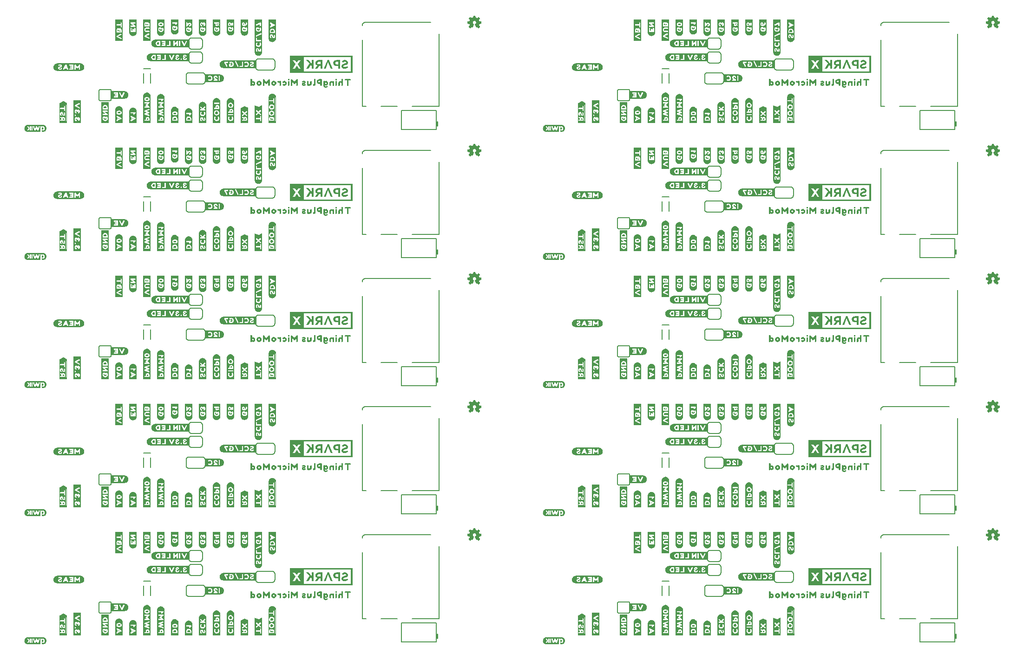
<source format=gbo>
G04 EAGLE Gerber RS-274X export*
G75*
%MOMM*%
%FSLAX34Y34*%
%LPD*%
%INSilkscreen Bottom*%
%IPPOS*%
%AMOC8*
5,1,8,0,0,1.08239X$1,22.5*%
G01*
%ADD10C,0.203200*%
%ADD11C,0.152400*%
%ADD12C,0.254000*%
%ADD13C,0.127000*%

G36*
X1611677Y1045888D02*
X1611677Y1045888D01*
X1611672Y1045895D01*
X1611679Y1045901D01*
X1611679Y1077539D01*
X1611643Y1077587D01*
X1611636Y1077581D01*
X1611630Y1077588D01*
X1497330Y1077588D01*
X1497283Y1077552D01*
X1497288Y1077545D01*
X1497281Y1077539D01*
X1497281Y1045901D01*
X1497317Y1045853D01*
X1497324Y1045859D01*
X1497330Y1045852D01*
X1611630Y1045852D01*
X1611677Y1045888D01*
G37*
G36*
X1611677Y578528D02*
X1611677Y578528D01*
X1611672Y578535D01*
X1611679Y578541D01*
X1611679Y610179D01*
X1611643Y610227D01*
X1611636Y610221D01*
X1611630Y610228D01*
X1497330Y610228D01*
X1497283Y610192D01*
X1497288Y610185D01*
X1497281Y610179D01*
X1497281Y578541D01*
X1497317Y578493D01*
X1497324Y578499D01*
X1497330Y578492D01*
X1611630Y578492D01*
X1611677Y578528D01*
G37*
G36*
X666797Y1045888D02*
X666797Y1045888D01*
X666792Y1045895D01*
X666799Y1045901D01*
X666799Y1077539D01*
X666763Y1077587D01*
X666756Y1077581D01*
X666750Y1077588D01*
X552450Y1077588D01*
X552403Y1077552D01*
X552408Y1077545D01*
X552401Y1077539D01*
X552401Y1045901D01*
X552437Y1045853D01*
X552444Y1045859D01*
X552450Y1045852D01*
X666750Y1045852D01*
X666797Y1045888D01*
G37*
G36*
X666797Y812208D02*
X666797Y812208D01*
X666792Y812215D01*
X666799Y812221D01*
X666799Y843859D01*
X666763Y843907D01*
X666756Y843901D01*
X666750Y843908D01*
X552450Y843908D01*
X552403Y843872D01*
X552408Y843865D01*
X552401Y843859D01*
X552401Y812221D01*
X552437Y812173D01*
X552444Y812179D01*
X552450Y812172D01*
X666750Y812172D01*
X666797Y812208D01*
G37*
G36*
X666797Y344848D02*
X666797Y344848D01*
X666792Y344855D01*
X666799Y344861D01*
X666799Y376499D01*
X666763Y376547D01*
X666756Y376541D01*
X666750Y376548D01*
X552450Y376548D01*
X552403Y376512D01*
X552408Y376505D01*
X552401Y376499D01*
X552401Y344861D01*
X552437Y344813D01*
X552444Y344819D01*
X552450Y344812D01*
X666750Y344812D01*
X666797Y344848D01*
G37*
G36*
X1611677Y344848D02*
X1611677Y344848D01*
X1611672Y344855D01*
X1611679Y344861D01*
X1611679Y376499D01*
X1611643Y376547D01*
X1611636Y376541D01*
X1611630Y376548D01*
X1497330Y376548D01*
X1497283Y376512D01*
X1497288Y376505D01*
X1497281Y376499D01*
X1497281Y344861D01*
X1497317Y344813D01*
X1497324Y344819D01*
X1497330Y344812D01*
X1611630Y344812D01*
X1611677Y344848D01*
G37*
G36*
X552437Y111133D02*
X552437Y111133D01*
X552444Y111139D01*
X552450Y111132D01*
X666750Y111132D01*
X666797Y111168D01*
X666792Y111175D01*
X666799Y111181D01*
X666799Y142819D01*
X666763Y142867D01*
X666756Y142861D01*
X666750Y142868D01*
X552450Y142868D01*
X552403Y142832D01*
X552408Y142825D01*
X552401Y142819D01*
X552401Y111181D01*
X552437Y111133D01*
G37*
G36*
X1611677Y111168D02*
X1611677Y111168D01*
X1611672Y111175D01*
X1611679Y111181D01*
X1611679Y142819D01*
X1611643Y142867D01*
X1611636Y142861D01*
X1611630Y142868D01*
X1497330Y142868D01*
X1497283Y142832D01*
X1497288Y142825D01*
X1497281Y142819D01*
X1497281Y111181D01*
X1497317Y111133D01*
X1497324Y111139D01*
X1497330Y111132D01*
X1611630Y111132D01*
X1611677Y111168D01*
G37*
G36*
X1611677Y812208D02*
X1611677Y812208D01*
X1611672Y812215D01*
X1611679Y812221D01*
X1611679Y843859D01*
X1611643Y843907D01*
X1611636Y843901D01*
X1611630Y843908D01*
X1497330Y843908D01*
X1497283Y843872D01*
X1497288Y843865D01*
X1497281Y843859D01*
X1497281Y812221D01*
X1497317Y812173D01*
X1497324Y812179D01*
X1497330Y812172D01*
X1611630Y812172D01*
X1611677Y812208D01*
G37*
G36*
X666797Y578528D02*
X666797Y578528D01*
X666792Y578535D01*
X666799Y578541D01*
X666799Y610179D01*
X666763Y610227D01*
X666756Y610221D01*
X666750Y610228D01*
X552450Y610228D01*
X552403Y610192D01*
X552408Y610185D01*
X552401Y610179D01*
X552401Y578541D01*
X552437Y578493D01*
X552444Y578499D01*
X552450Y578492D01*
X666750Y578492D01*
X666797Y578528D01*
G37*
%LPC*%
G36*
X1522914Y114168D02*
X1522914Y114168D01*
X1522914Y139832D01*
X1608643Y139832D01*
X1608643Y114168D01*
X1522914Y114168D01*
G37*
%LPD*%
%LPC*%
G36*
X578034Y1048888D02*
X578034Y1048888D01*
X578034Y1074552D01*
X663763Y1074552D01*
X663763Y1048888D01*
X578034Y1048888D01*
G37*
%LPD*%
%LPC*%
G36*
X1522914Y1048888D02*
X1522914Y1048888D01*
X1522914Y1074552D01*
X1608643Y1074552D01*
X1608643Y1048888D01*
X1522914Y1048888D01*
G37*
%LPD*%
%LPC*%
G36*
X1522914Y347848D02*
X1522914Y347848D01*
X1522914Y373512D01*
X1608643Y373512D01*
X1608643Y347848D01*
X1522914Y347848D01*
G37*
%LPD*%
%LPC*%
G36*
X578034Y347848D02*
X578034Y347848D01*
X578034Y373512D01*
X663763Y373512D01*
X663763Y347848D01*
X578034Y347848D01*
G37*
%LPD*%
%LPC*%
G36*
X1522914Y815208D02*
X1522914Y815208D01*
X1522914Y840872D01*
X1608643Y840872D01*
X1608643Y815208D01*
X1522914Y815208D01*
G37*
%LPD*%
%LPC*%
G36*
X578034Y815208D02*
X578034Y815208D01*
X578034Y840872D01*
X663763Y840872D01*
X663763Y815208D01*
X578034Y815208D01*
G37*
%LPD*%
%LPC*%
G36*
X663763Y139832D02*
X663763Y139832D01*
X663763Y114168D01*
X578034Y114168D01*
X578034Y139832D01*
X663763Y139832D01*
G37*
%LPD*%
%LPC*%
G36*
X578034Y581528D02*
X578034Y581528D01*
X578034Y607192D01*
X663763Y607192D01*
X663763Y581528D01*
X578034Y581528D01*
G37*
%LPD*%
%LPC*%
G36*
X1522914Y581528D02*
X1522914Y581528D01*
X1522914Y607192D01*
X1608643Y607192D01*
X1608643Y581528D01*
X1522914Y581528D01*
G37*
%LPD*%
G36*
X368215Y1067600D02*
X368215Y1067600D01*
X368219Y1067598D01*
X368719Y1067798D01*
X368727Y1067814D01*
X368734Y1067820D01*
X368734Y1080720D01*
X368730Y1080725D01*
X368733Y1080729D01*
X368533Y1081229D01*
X368516Y1081237D01*
X368510Y1081244D01*
X298310Y1081244D01*
X298308Y1081243D01*
X298307Y1081244D01*
X297607Y1081144D01*
X297606Y1081144D01*
X297006Y1081044D01*
X297005Y1081042D01*
X297003Y1081043D01*
X296303Y1080843D01*
X296302Y1080841D01*
X296299Y1080842D01*
X294499Y1079942D01*
X294497Y1079937D01*
X294493Y1079937D01*
X293493Y1078937D01*
X293493Y1078935D01*
X293491Y1078935D01*
X292691Y1077935D01*
X292691Y1077932D01*
X292688Y1077931D01*
X292388Y1077331D01*
X292389Y1077330D01*
X292388Y1077330D01*
X292088Y1076630D01*
X292089Y1076626D01*
X292086Y1076624D01*
X291986Y1076025D01*
X291787Y1075327D01*
X291789Y1075323D01*
X291786Y1075320D01*
X291786Y1074020D01*
X291787Y1074018D01*
X291786Y1074017D01*
X291986Y1072617D01*
X291988Y1072615D01*
X291987Y1072612D01*
X292187Y1072012D01*
X292189Y1072011D01*
X292188Y1072009D01*
X292788Y1070809D01*
X292790Y1070808D01*
X292790Y1070807D01*
X293190Y1070207D01*
X293191Y1070206D01*
X293191Y1070205D01*
X293591Y1069705D01*
X293595Y1069704D01*
X293595Y1069701D01*
X294095Y1069301D01*
X294694Y1068801D01*
X294697Y1068801D01*
X294698Y1068799D01*
X295198Y1068499D01*
X295200Y1068500D01*
X295200Y1068498D01*
X295900Y1068198D01*
X296499Y1067898D01*
X296504Y1067900D01*
X296506Y1067896D01*
X297106Y1067796D01*
X297107Y1067796D01*
X298507Y1067596D01*
X298509Y1067597D01*
X298510Y1067596D01*
X368210Y1067596D01*
X368215Y1067600D01*
G37*
G36*
X368215Y600240D02*
X368215Y600240D01*
X368219Y600238D01*
X368719Y600438D01*
X368727Y600454D01*
X368734Y600460D01*
X368734Y613360D01*
X368730Y613365D01*
X368733Y613369D01*
X368533Y613869D01*
X368516Y613877D01*
X368510Y613884D01*
X298310Y613884D01*
X298308Y613883D01*
X298307Y613884D01*
X297607Y613784D01*
X297606Y613784D01*
X297006Y613684D01*
X297005Y613682D01*
X297003Y613683D01*
X296303Y613483D01*
X296302Y613481D01*
X296299Y613482D01*
X294499Y612582D01*
X294497Y612577D01*
X294493Y612577D01*
X293493Y611577D01*
X293493Y611575D01*
X293491Y611575D01*
X292691Y610575D01*
X292691Y610572D01*
X292688Y610571D01*
X292388Y609971D01*
X292389Y609970D01*
X292388Y609970D01*
X292088Y609270D01*
X292089Y609266D01*
X292086Y609264D01*
X291986Y608665D01*
X291787Y607967D01*
X291789Y607963D01*
X291786Y607960D01*
X291786Y606660D01*
X291787Y606658D01*
X291786Y606657D01*
X291986Y605257D01*
X291988Y605255D01*
X291987Y605252D01*
X292187Y604652D01*
X292189Y604651D01*
X292188Y604649D01*
X292788Y603449D01*
X292790Y603448D01*
X292790Y603447D01*
X293190Y602847D01*
X293191Y602846D01*
X293191Y602845D01*
X293591Y602345D01*
X293595Y602344D01*
X293595Y602341D01*
X294095Y601941D01*
X294694Y601441D01*
X294697Y601441D01*
X294698Y601439D01*
X295198Y601139D01*
X295200Y601140D01*
X295200Y601138D01*
X295900Y600838D01*
X296499Y600538D01*
X296504Y600540D01*
X296506Y600536D01*
X297106Y600436D01*
X297107Y600436D01*
X298507Y600236D01*
X298509Y600237D01*
X298510Y600236D01*
X368210Y600236D01*
X368215Y600240D01*
G37*
G36*
X1313095Y1067600D02*
X1313095Y1067600D01*
X1313099Y1067598D01*
X1313599Y1067798D01*
X1313607Y1067814D01*
X1313614Y1067820D01*
X1313614Y1080720D01*
X1313610Y1080725D01*
X1313613Y1080729D01*
X1313413Y1081229D01*
X1313396Y1081237D01*
X1313390Y1081244D01*
X1243190Y1081244D01*
X1243188Y1081243D01*
X1243187Y1081244D01*
X1242487Y1081144D01*
X1242486Y1081144D01*
X1241886Y1081044D01*
X1241885Y1081042D01*
X1241883Y1081043D01*
X1241183Y1080843D01*
X1241182Y1080841D01*
X1241179Y1080842D01*
X1239379Y1079942D01*
X1239377Y1079937D01*
X1239373Y1079937D01*
X1238373Y1078937D01*
X1238373Y1078935D01*
X1238371Y1078935D01*
X1237571Y1077935D01*
X1237571Y1077932D01*
X1237568Y1077931D01*
X1237268Y1077331D01*
X1237269Y1077330D01*
X1237268Y1077330D01*
X1236968Y1076630D01*
X1236969Y1076626D01*
X1236966Y1076624D01*
X1236866Y1076025D01*
X1236667Y1075327D01*
X1236669Y1075323D01*
X1236666Y1075320D01*
X1236666Y1074020D01*
X1236667Y1074018D01*
X1236666Y1074017D01*
X1236866Y1072617D01*
X1236868Y1072615D01*
X1236867Y1072612D01*
X1237067Y1072012D01*
X1237069Y1072011D01*
X1237068Y1072009D01*
X1237668Y1070809D01*
X1237670Y1070808D01*
X1237670Y1070807D01*
X1238070Y1070207D01*
X1238071Y1070206D01*
X1238071Y1070205D01*
X1238471Y1069705D01*
X1238475Y1069704D01*
X1238475Y1069701D01*
X1238975Y1069301D01*
X1239574Y1068801D01*
X1239577Y1068801D01*
X1239578Y1068799D01*
X1240078Y1068499D01*
X1240080Y1068500D01*
X1240080Y1068498D01*
X1240780Y1068198D01*
X1241379Y1067898D01*
X1241384Y1067900D01*
X1241386Y1067896D01*
X1241986Y1067796D01*
X1241987Y1067796D01*
X1243387Y1067596D01*
X1243389Y1067597D01*
X1243390Y1067596D01*
X1313090Y1067596D01*
X1313095Y1067600D01*
G37*
G36*
X1313095Y833920D02*
X1313095Y833920D01*
X1313099Y833918D01*
X1313599Y834118D01*
X1313607Y834134D01*
X1313614Y834140D01*
X1313614Y847040D01*
X1313610Y847045D01*
X1313613Y847049D01*
X1313413Y847549D01*
X1313396Y847557D01*
X1313390Y847564D01*
X1243190Y847564D01*
X1243188Y847563D01*
X1243187Y847564D01*
X1242487Y847464D01*
X1242486Y847464D01*
X1241886Y847364D01*
X1241885Y847362D01*
X1241883Y847363D01*
X1241183Y847163D01*
X1241182Y847161D01*
X1241179Y847162D01*
X1239379Y846262D01*
X1239377Y846257D01*
X1239373Y846257D01*
X1238373Y845257D01*
X1238373Y845255D01*
X1238371Y845255D01*
X1237571Y844255D01*
X1237571Y844252D01*
X1237568Y844251D01*
X1237268Y843651D01*
X1237269Y843650D01*
X1237268Y843650D01*
X1236968Y842950D01*
X1236969Y842946D01*
X1236966Y842944D01*
X1236866Y842345D01*
X1236667Y841647D01*
X1236669Y841643D01*
X1236666Y841640D01*
X1236666Y840340D01*
X1236667Y840338D01*
X1236666Y840337D01*
X1236866Y838937D01*
X1236868Y838935D01*
X1236867Y838932D01*
X1237067Y838332D01*
X1237069Y838331D01*
X1237068Y838329D01*
X1237668Y837129D01*
X1237670Y837128D01*
X1237670Y837127D01*
X1238070Y836527D01*
X1238071Y836526D01*
X1238071Y836525D01*
X1238471Y836025D01*
X1238475Y836024D01*
X1238475Y836021D01*
X1238975Y835621D01*
X1239574Y835121D01*
X1239577Y835121D01*
X1239578Y835119D01*
X1240078Y834819D01*
X1240080Y834820D01*
X1240080Y834818D01*
X1240780Y834518D01*
X1241379Y834218D01*
X1241384Y834220D01*
X1241386Y834216D01*
X1241986Y834116D01*
X1241987Y834116D01*
X1243387Y833916D01*
X1243389Y833917D01*
X1243390Y833916D01*
X1313090Y833916D01*
X1313095Y833920D01*
G37*
G36*
X368215Y366560D02*
X368215Y366560D01*
X368219Y366558D01*
X368719Y366758D01*
X368727Y366774D01*
X368734Y366780D01*
X368734Y379680D01*
X368730Y379685D01*
X368733Y379689D01*
X368533Y380189D01*
X368516Y380197D01*
X368510Y380204D01*
X298310Y380204D01*
X298308Y380203D01*
X298307Y380204D01*
X297607Y380104D01*
X297606Y380104D01*
X297006Y380004D01*
X297005Y380002D01*
X297003Y380003D01*
X296303Y379803D01*
X296302Y379801D01*
X296299Y379802D01*
X294499Y378902D01*
X294497Y378897D01*
X294493Y378897D01*
X293493Y377897D01*
X293493Y377895D01*
X293491Y377895D01*
X292691Y376895D01*
X292691Y376892D01*
X292688Y376891D01*
X292388Y376291D01*
X292389Y376290D01*
X292388Y376290D01*
X292088Y375590D01*
X292089Y375586D01*
X292086Y375584D01*
X291986Y374985D01*
X291787Y374287D01*
X291789Y374283D01*
X291786Y374280D01*
X291786Y372980D01*
X291787Y372978D01*
X291786Y372977D01*
X291986Y371577D01*
X291988Y371575D01*
X291987Y371572D01*
X292187Y370972D01*
X292189Y370971D01*
X292188Y370969D01*
X292788Y369769D01*
X292790Y369768D01*
X292790Y369767D01*
X293190Y369167D01*
X293191Y369166D01*
X293191Y369165D01*
X293591Y368665D01*
X293595Y368664D01*
X293595Y368661D01*
X294095Y368261D01*
X294694Y367761D01*
X294697Y367761D01*
X294698Y367759D01*
X295198Y367459D01*
X295200Y367460D01*
X295200Y367458D01*
X295900Y367158D01*
X296499Y366858D01*
X296504Y366860D01*
X296506Y366856D01*
X297106Y366756D01*
X297107Y366756D01*
X298507Y366556D01*
X298509Y366557D01*
X298510Y366556D01*
X368210Y366556D01*
X368215Y366560D01*
G37*
G36*
X1313095Y366560D02*
X1313095Y366560D01*
X1313099Y366558D01*
X1313599Y366758D01*
X1313607Y366774D01*
X1313614Y366780D01*
X1313614Y379680D01*
X1313610Y379685D01*
X1313613Y379689D01*
X1313413Y380189D01*
X1313396Y380197D01*
X1313390Y380204D01*
X1243190Y380204D01*
X1243188Y380203D01*
X1243187Y380204D01*
X1242487Y380104D01*
X1242486Y380104D01*
X1241886Y380004D01*
X1241885Y380002D01*
X1241883Y380003D01*
X1241183Y379803D01*
X1241182Y379801D01*
X1241179Y379802D01*
X1239379Y378902D01*
X1239377Y378897D01*
X1239373Y378897D01*
X1238373Y377897D01*
X1238373Y377895D01*
X1238371Y377895D01*
X1237571Y376895D01*
X1237571Y376892D01*
X1237568Y376891D01*
X1237268Y376291D01*
X1237269Y376290D01*
X1237268Y376290D01*
X1236968Y375590D01*
X1236969Y375586D01*
X1236966Y375584D01*
X1236866Y374985D01*
X1236667Y374287D01*
X1236669Y374283D01*
X1236666Y374280D01*
X1236666Y372980D01*
X1236667Y372978D01*
X1236666Y372977D01*
X1236866Y371577D01*
X1236868Y371575D01*
X1236867Y371572D01*
X1237067Y370972D01*
X1237069Y370971D01*
X1237068Y370969D01*
X1237668Y369769D01*
X1237670Y369768D01*
X1237670Y369767D01*
X1238070Y369167D01*
X1238071Y369166D01*
X1238071Y369165D01*
X1238471Y368665D01*
X1238475Y368664D01*
X1238475Y368661D01*
X1238975Y368261D01*
X1239574Y367761D01*
X1239577Y367761D01*
X1239578Y367759D01*
X1240078Y367459D01*
X1240080Y367460D01*
X1240080Y367458D01*
X1240780Y367158D01*
X1241379Y366858D01*
X1241384Y366860D01*
X1241386Y366856D01*
X1241986Y366756D01*
X1241987Y366756D01*
X1243387Y366556D01*
X1243389Y366557D01*
X1243390Y366556D01*
X1313090Y366556D01*
X1313095Y366560D01*
G37*
G36*
X1313095Y600240D02*
X1313095Y600240D01*
X1313099Y600238D01*
X1313599Y600438D01*
X1313607Y600454D01*
X1313614Y600460D01*
X1313614Y613360D01*
X1313610Y613365D01*
X1313613Y613369D01*
X1313413Y613869D01*
X1313396Y613877D01*
X1313390Y613884D01*
X1243190Y613884D01*
X1243188Y613883D01*
X1243187Y613884D01*
X1242487Y613784D01*
X1242486Y613784D01*
X1241886Y613684D01*
X1241885Y613682D01*
X1241883Y613683D01*
X1241183Y613483D01*
X1241182Y613481D01*
X1241179Y613482D01*
X1239379Y612582D01*
X1239377Y612577D01*
X1239373Y612577D01*
X1238373Y611577D01*
X1238373Y611575D01*
X1238371Y611575D01*
X1237571Y610575D01*
X1237571Y610572D01*
X1237568Y610571D01*
X1237268Y609971D01*
X1237269Y609970D01*
X1237268Y609970D01*
X1236968Y609270D01*
X1236969Y609266D01*
X1236966Y609264D01*
X1236866Y608665D01*
X1236667Y607967D01*
X1236669Y607963D01*
X1236666Y607960D01*
X1236666Y606660D01*
X1236667Y606658D01*
X1236666Y606657D01*
X1236866Y605257D01*
X1236868Y605255D01*
X1236867Y605252D01*
X1237067Y604652D01*
X1237069Y604651D01*
X1237068Y604649D01*
X1237668Y603449D01*
X1237670Y603448D01*
X1237670Y603447D01*
X1238070Y602847D01*
X1238071Y602846D01*
X1238071Y602845D01*
X1238471Y602345D01*
X1238475Y602344D01*
X1238475Y602341D01*
X1238975Y601941D01*
X1239574Y601441D01*
X1239577Y601441D01*
X1239578Y601439D01*
X1240078Y601139D01*
X1240080Y601140D01*
X1240080Y601138D01*
X1240780Y600838D01*
X1241379Y600538D01*
X1241384Y600540D01*
X1241386Y600536D01*
X1241986Y600436D01*
X1241987Y600436D01*
X1243387Y600236D01*
X1243389Y600237D01*
X1243390Y600236D01*
X1313090Y600236D01*
X1313095Y600240D01*
G37*
G36*
X368215Y132880D02*
X368215Y132880D01*
X368219Y132878D01*
X368719Y133078D01*
X368727Y133094D01*
X368734Y133100D01*
X368734Y146000D01*
X368730Y146005D01*
X368733Y146009D01*
X368533Y146509D01*
X368516Y146517D01*
X368510Y146524D01*
X298310Y146524D01*
X298308Y146523D01*
X298307Y146524D01*
X297607Y146424D01*
X297606Y146424D01*
X297006Y146324D01*
X297005Y146322D01*
X297003Y146323D01*
X296303Y146123D01*
X296302Y146121D01*
X296299Y146122D01*
X294499Y145222D01*
X294497Y145217D01*
X294493Y145217D01*
X293493Y144217D01*
X293493Y144215D01*
X293491Y144215D01*
X292691Y143215D01*
X292691Y143212D01*
X292688Y143211D01*
X292388Y142611D01*
X292389Y142610D01*
X292388Y142610D01*
X292088Y141910D01*
X292089Y141906D01*
X292086Y141904D01*
X291986Y141305D01*
X291787Y140607D01*
X291789Y140603D01*
X291786Y140600D01*
X291786Y139300D01*
X291787Y139298D01*
X291786Y139297D01*
X291986Y137897D01*
X291988Y137895D01*
X291987Y137892D01*
X292187Y137292D01*
X292189Y137291D01*
X292188Y137289D01*
X292788Y136089D01*
X292790Y136088D01*
X292790Y136087D01*
X293190Y135487D01*
X293191Y135486D01*
X293191Y135485D01*
X293591Y134985D01*
X293595Y134984D01*
X293595Y134981D01*
X294095Y134581D01*
X294694Y134081D01*
X294697Y134081D01*
X294698Y134079D01*
X295198Y133779D01*
X295200Y133780D01*
X295200Y133778D01*
X295900Y133478D01*
X296499Y133178D01*
X296504Y133180D01*
X296506Y133176D01*
X297106Y133076D01*
X297107Y133076D01*
X298507Y132876D01*
X298509Y132877D01*
X298510Y132876D01*
X368210Y132876D01*
X368215Y132880D01*
G37*
G36*
X1313095Y132880D02*
X1313095Y132880D01*
X1313099Y132878D01*
X1313599Y133078D01*
X1313607Y133094D01*
X1313614Y133100D01*
X1313614Y146000D01*
X1313610Y146005D01*
X1313613Y146009D01*
X1313413Y146509D01*
X1313396Y146517D01*
X1313390Y146524D01*
X1243190Y146524D01*
X1243188Y146523D01*
X1243187Y146524D01*
X1242487Y146424D01*
X1242486Y146424D01*
X1241886Y146324D01*
X1241885Y146322D01*
X1241883Y146323D01*
X1241183Y146123D01*
X1241182Y146121D01*
X1241179Y146122D01*
X1239379Y145222D01*
X1239377Y145217D01*
X1239373Y145217D01*
X1238373Y144217D01*
X1238373Y144215D01*
X1238371Y144215D01*
X1237571Y143215D01*
X1237571Y143212D01*
X1237568Y143211D01*
X1237268Y142611D01*
X1237269Y142610D01*
X1237268Y142610D01*
X1236968Y141910D01*
X1236969Y141906D01*
X1236966Y141904D01*
X1236866Y141305D01*
X1236667Y140607D01*
X1236669Y140603D01*
X1236666Y140600D01*
X1236666Y139300D01*
X1236667Y139298D01*
X1236666Y139297D01*
X1236866Y137897D01*
X1236868Y137895D01*
X1236867Y137892D01*
X1237067Y137292D01*
X1237069Y137291D01*
X1237068Y137289D01*
X1237668Y136089D01*
X1237670Y136088D01*
X1237670Y136087D01*
X1238070Y135487D01*
X1238071Y135486D01*
X1238071Y135485D01*
X1238471Y134985D01*
X1238475Y134984D01*
X1238475Y134981D01*
X1238975Y134581D01*
X1239574Y134081D01*
X1239577Y134081D01*
X1239578Y134079D01*
X1240078Y133779D01*
X1240080Y133780D01*
X1240080Y133778D01*
X1240780Y133478D01*
X1241379Y133178D01*
X1241384Y133180D01*
X1241386Y133176D01*
X1241986Y133076D01*
X1241987Y133076D01*
X1243387Y132876D01*
X1243389Y132877D01*
X1243390Y132876D01*
X1313090Y132876D01*
X1313095Y132880D01*
G37*
G36*
X368215Y833920D02*
X368215Y833920D01*
X368219Y833918D01*
X368719Y834118D01*
X368727Y834134D01*
X368734Y834140D01*
X368734Y847040D01*
X368730Y847045D01*
X368733Y847049D01*
X368533Y847549D01*
X368516Y847557D01*
X368510Y847564D01*
X298310Y847564D01*
X298308Y847563D01*
X298307Y847564D01*
X297607Y847464D01*
X297606Y847464D01*
X297006Y847364D01*
X297005Y847362D01*
X297003Y847363D01*
X296303Y847163D01*
X296302Y847161D01*
X296299Y847162D01*
X294499Y846262D01*
X294497Y846257D01*
X294493Y846257D01*
X293493Y845257D01*
X293493Y845255D01*
X293491Y845255D01*
X292691Y844255D01*
X292691Y844252D01*
X292688Y844251D01*
X292388Y843651D01*
X292389Y843650D01*
X292388Y843650D01*
X292088Y842950D01*
X292089Y842946D01*
X292086Y842944D01*
X291986Y842345D01*
X291787Y841647D01*
X291789Y841643D01*
X291786Y841640D01*
X291786Y840340D01*
X291787Y840338D01*
X291786Y840337D01*
X291986Y838937D01*
X291988Y838935D01*
X291987Y838932D01*
X292187Y838332D01*
X292189Y838331D01*
X292188Y838329D01*
X292788Y837129D01*
X292790Y837128D01*
X292790Y837127D01*
X293190Y836527D01*
X293191Y836526D01*
X293191Y836525D01*
X293591Y836025D01*
X293595Y836024D01*
X293595Y836021D01*
X294095Y835621D01*
X294694Y835121D01*
X294697Y835121D01*
X294698Y835119D01*
X295198Y834819D01*
X295200Y834820D01*
X295200Y834818D01*
X295900Y834518D01*
X296499Y834218D01*
X296504Y834220D01*
X296506Y834216D01*
X297106Y834116D01*
X297107Y834116D01*
X298507Y833916D01*
X298509Y833917D01*
X298510Y833916D01*
X368210Y833916D01*
X368215Y833920D01*
G37*
G36*
X368734Y859337D02*
X368734Y859337D01*
X368733Y859339D01*
X368734Y859340D01*
X368734Y872940D01*
X368713Y872964D01*
X368711Y872963D01*
X368710Y872964D01*
X306410Y872964D01*
X306408Y872963D01*
X306407Y872964D01*
X305707Y872864D01*
X305705Y872862D01*
X305702Y872863D01*
X305103Y872663D01*
X304403Y872463D01*
X304402Y872461D01*
X304399Y872462D01*
X303199Y871862D01*
X303198Y871858D01*
X303195Y871859D01*
X302696Y871460D01*
X302097Y871060D01*
X302095Y871055D01*
X302091Y871055D01*
X301691Y870555D01*
X301691Y870554D01*
X301690Y870553D01*
X300890Y869353D01*
X300890Y869351D01*
X300888Y869351D01*
X300588Y868751D01*
X300589Y868748D01*
X300587Y868748D01*
X300387Y868148D01*
X300387Y868147D01*
X300187Y867447D01*
X300188Y867445D01*
X300186Y867444D01*
X300086Y866844D01*
X300088Y866842D01*
X300086Y866840D01*
X300086Y865440D01*
X300087Y865438D01*
X300086Y865437D01*
X300186Y864737D01*
X300188Y864735D01*
X300187Y864732D01*
X300587Y863532D01*
X300588Y863532D01*
X300588Y863530D01*
X300888Y862830D01*
X300892Y862829D01*
X300891Y862825D01*
X301290Y862326D01*
X301690Y861727D01*
X301693Y861726D01*
X301693Y861723D01*
X302193Y861223D01*
X302195Y861223D01*
X302195Y861221D01*
X303195Y860421D01*
X303198Y860421D01*
X303199Y860418D01*
X304399Y859818D01*
X304402Y859819D01*
X304403Y859817D01*
X305103Y859617D01*
X305702Y859417D01*
X305705Y859418D01*
X305707Y859416D01*
X306407Y859316D01*
X306409Y859317D01*
X306410Y859316D01*
X368710Y859316D01*
X368734Y859337D01*
G37*
G36*
X1313614Y859337D02*
X1313614Y859337D01*
X1313613Y859339D01*
X1313614Y859340D01*
X1313614Y872940D01*
X1313593Y872964D01*
X1313591Y872963D01*
X1313590Y872964D01*
X1251290Y872964D01*
X1251288Y872963D01*
X1251287Y872964D01*
X1250587Y872864D01*
X1250585Y872862D01*
X1250582Y872863D01*
X1249983Y872663D01*
X1249283Y872463D01*
X1249282Y872461D01*
X1249279Y872462D01*
X1248079Y871862D01*
X1248078Y871858D01*
X1248075Y871859D01*
X1247576Y871460D01*
X1246977Y871060D01*
X1246975Y871055D01*
X1246971Y871055D01*
X1246571Y870555D01*
X1246571Y870554D01*
X1246570Y870553D01*
X1245770Y869353D01*
X1245770Y869351D01*
X1245768Y869351D01*
X1245468Y868751D01*
X1245469Y868748D01*
X1245467Y868748D01*
X1245267Y868148D01*
X1245267Y868147D01*
X1245067Y867447D01*
X1245068Y867445D01*
X1245066Y867444D01*
X1244966Y866844D01*
X1244968Y866842D01*
X1244966Y866840D01*
X1244966Y865440D01*
X1244967Y865438D01*
X1244966Y865437D01*
X1245066Y864737D01*
X1245068Y864735D01*
X1245067Y864732D01*
X1245467Y863532D01*
X1245468Y863532D01*
X1245468Y863530D01*
X1245768Y862830D01*
X1245772Y862829D01*
X1245771Y862825D01*
X1246170Y862326D01*
X1246570Y861727D01*
X1246573Y861726D01*
X1246573Y861723D01*
X1247073Y861223D01*
X1247075Y861223D01*
X1247075Y861221D01*
X1248075Y860421D01*
X1248078Y860421D01*
X1248079Y860418D01*
X1249279Y859818D01*
X1249282Y859819D01*
X1249283Y859817D01*
X1249983Y859617D01*
X1250582Y859417D01*
X1250585Y859418D01*
X1250587Y859416D01*
X1251287Y859316D01*
X1251289Y859317D01*
X1251290Y859316D01*
X1313590Y859316D01*
X1313614Y859337D01*
G37*
G36*
X1313614Y391977D02*
X1313614Y391977D01*
X1313613Y391979D01*
X1313614Y391980D01*
X1313614Y405580D01*
X1313593Y405604D01*
X1313591Y405603D01*
X1313590Y405604D01*
X1251290Y405604D01*
X1251288Y405603D01*
X1251287Y405604D01*
X1250587Y405504D01*
X1250585Y405502D01*
X1250582Y405503D01*
X1249983Y405303D01*
X1249283Y405103D01*
X1249282Y405101D01*
X1249279Y405102D01*
X1248079Y404502D01*
X1248078Y404498D01*
X1248075Y404499D01*
X1247576Y404100D01*
X1246977Y403700D01*
X1246975Y403695D01*
X1246971Y403695D01*
X1246571Y403195D01*
X1246571Y403194D01*
X1246570Y403193D01*
X1245770Y401993D01*
X1245770Y401991D01*
X1245768Y401991D01*
X1245468Y401391D01*
X1245469Y401388D01*
X1245467Y401388D01*
X1245267Y400788D01*
X1245267Y400787D01*
X1245067Y400087D01*
X1245068Y400085D01*
X1245066Y400084D01*
X1244966Y399484D01*
X1244968Y399482D01*
X1244966Y399480D01*
X1244966Y398080D01*
X1244967Y398078D01*
X1244966Y398077D01*
X1245066Y397377D01*
X1245068Y397375D01*
X1245067Y397372D01*
X1245467Y396172D01*
X1245468Y396172D01*
X1245468Y396170D01*
X1245768Y395470D01*
X1245772Y395469D01*
X1245771Y395465D01*
X1246170Y394966D01*
X1246570Y394367D01*
X1246573Y394366D01*
X1246573Y394363D01*
X1247073Y393863D01*
X1247075Y393863D01*
X1247075Y393861D01*
X1248075Y393061D01*
X1248078Y393061D01*
X1248079Y393058D01*
X1249279Y392458D01*
X1249282Y392459D01*
X1249283Y392457D01*
X1249983Y392257D01*
X1250582Y392057D01*
X1250585Y392058D01*
X1250587Y392056D01*
X1251287Y391956D01*
X1251289Y391957D01*
X1251290Y391956D01*
X1313590Y391956D01*
X1313614Y391977D01*
G37*
G36*
X368734Y391977D02*
X368734Y391977D01*
X368733Y391979D01*
X368734Y391980D01*
X368734Y405580D01*
X368713Y405604D01*
X368711Y405603D01*
X368710Y405604D01*
X306410Y405604D01*
X306408Y405603D01*
X306407Y405604D01*
X305707Y405504D01*
X305705Y405502D01*
X305702Y405503D01*
X305103Y405303D01*
X304403Y405103D01*
X304402Y405101D01*
X304399Y405102D01*
X303199Y404502D01*
X303198Y404498D01*
X303195Y404499D01*
X302696Y404100D01*
X302097Y403700D01*
X302095Y403695D01*
X302091Y403695D01*
X301691Y403195D01*
X301691Y403194D01*
X301690Y403193D01*
X300890Y401993D01*
X300890Y401991D01*
X300888Y401991D01*
X300588Y401391D01*
X300589Y401388D01*
X300587Y401388D01*
X300387Y400788D01*
X300387Y400787D01*
X300187Y400087D01*
X300188Y400085D01*
X300186Y400084D01*
X300086Y399484D01*
X300088Y399482D01*
X300086Y399480D01*
X300086Y398080D01*
X300087Y398078D01*
X300086Y398077D01*
X300186Y397377D01*
X300188Y397375D01*
X300187Y397372D01*
X300587Y396172D01*
X300588Y396172D01*
X300588Y396170D01*
X300888Y395470D01*
X300892Y395469D01*
X300891Y395465D01*
X301290Y394966D01*
X301690Y394367D01*
X301693Y394366D01*
X301693Y394363D01*
X302193Y393863D01*
X302195Y393863D01*
X302195Y393861D01*
X303195Y393061D01*
X303198Y393061D01*
X303199Y393058D01*
X304399Y392458D01*
X304402Y392459D01*
X304403Y392457D01*
X305103Y392257D01*
X305702Y392057D01*
X305705Y392058D01*
X305707Y392056D01*
X306407Y391956D01*
X306409Y391957D01*
X306410Y391956D01*
X368710Y391956D01*
X368734Y391977D01*
G37*
G36*
X1313614Y158297D02*
X1313614Y158297D01*
X1313613Y158299D01*
X1313614Y158300D01*
X1313614Y171900D01*
X1313593Y171924D01*
X1313591Y171923D01*
X1313590Y171924D01*
X1251290Y171924D01*
X1251288Y171923D01*
X1251287Y171924D01*
X1250587Y171824D01*
X1250585Y171822D01*
X1250582Y171823D01*
X1249983Y171623D01*
X1249283Y171423D01*
X1249282Y171421D01*
X1249279Y171422D01*
X1248079Y170822D01*
X1248078Y170818D01*
X1248075Y170819D01*
X1247576Y170420D01*
X1246977Y170020D01*
X1246975Y170015D01*
X1246971Y170015D01*
X1246571Y169515D01*
X1246571Y169514D01*
X1246570Y169513D01*
X1245770Y168313D01*
X1245770Y168311D01*
X1245768Y168311D01*
X1245468Y167711D01*
X1245469Y167708D01*
X1245467Y167708D01*
X1245267Y167108D01*
X1245267Y167107D01*
X1245067Y166407D01*
X1245068Y166405D01*
X1245066Y166404D01*
X1244966Y165804D01*
X1244968Y165802D01*
X1244966Y165800D01*
X1244966Y164400D01*
X1244967Y164398D01*
X1244966Y164397D01*
X1245066Y163697D01*
X1245068Y163695D01*
X1245067Y163692D01*
X1245467Y162492D01*
X1245468Y162492D01*
X1245468Y162490D01*
X1245768Y161790D01*
X1245772Y161789D01*
X1245771Y161785D01*
X1246170Y161286D01*
X1246570Y160687D01*
X1246573Y160686D01*
X1246573Y160683D01*
X1247073Y160183D01*
X1247075Y160183D01*
X1247075Y160181D01*
X1248075Y159381D01*
X1248078Y159381D01*
X1248079Y159378D01*
X1249279Y158778D01*
X1249282Y158779D01*
X1249283Y158777D01*
X1249983Y158577D01*
X1250582Y158377D01*
X1250585Y158378D01*
X1250587Y158376D01*
X1251287Y158276D01*
X1251289Y158277D01*
X1251290Y158276D01*
X1313590Y158276D01*
X1313614Y158297D01*
G37*
G36*
X1313614Y1093017D02*
X1313614Y1093017D01*
X1313613Y1093019D01*
X1313614Y1093020D01*
X1313614Y1106620D01*
X1313593Y1106644D01*
X1313591Y1106643D01*
X1313590Y1106644D01*
X1251290Y1106644D01*
X1251288Y1106643D01*
X1251287Y1106644D01*
X1250587Y1106544D01*
X1250585Y1106542D01*
X1250582Y1106543D01*
X1249983Y1106343D01*
X1249283Y1106143D01*
X1249282Y1106141D01*
X1249279Y1106142D01*
X1248079Y1105542D01*
X1248078Y1105538D01*
X1248075Y1105539D01*
X1247576Y1105140D01*
X1246977Y1104740D01*
X1246975Y1104735D01*
X1246971Y1104735D01*
X1246571Y1104235D01*
X1246571Y1104234D01*
X1246570Y1104233D01*
X1245770Y1103033D01*
X1245770Y1103031D01*
X1245768Y1103031D01*
X1245468Y1102431D01*
X1245469Y1102428D01*
X1245467Y1102428D01*
X1245267Y1101828D01*
X1245267Y1101827D01*
X1245067Y1101127D01*
X1245068Y1101125D01*
X1245066Y1101124D01*
X1244966Y1100524D01*
X1244968Y1100522D01*
X1244966Y1100520D01*
X1244966Y1099120D01*
X1244967Y1099118D01*
X1244966Y1099117D01*
X1245066Y1098417D01*
X1245068Y1098415D01*
X1245067Y1098412D01*
X1245467Y1097212D01*
X1245468Y1097212D01*
X1245468Y1097210D01*
X1245768Y1096510D01*
X1245772Y1096509D01*
X1245771Y1096505D01*
X1246170Y1096006D01*
X1246570Y1095407D01*
X1246573Y1095406D01*
X1246573Y1095403D01*
X1247073Y1094903D01*
X1247075Y1094903D01*
X1247075Y1094901D01*
X1248075Y1094101D01*
X1248078Y1094101D01*
X1248079Y1094098D01*
X1249279Y1093498D01*
X1249282Y1093499D01*
X1249283Y1093497D01*
X1249983Y1093297D01*
X1250582Y1093097D01*
X1250585Y1093098D01*
X1250587Y1093096D01*
X1251287Y1092996D01*
X1251289Y1092997D01*
X1251290Y1092996D01*
X1313590Y1092996D01*
X1313614Y1093017D01*
G37*
G36*
X368734Y1093017D02*
X368734Y1093017D01*
X368733Y1093019D01*
X368734Y1093020D01*
X368734Y1106620D01*
X368713Y1106644D01*
X368711Y1106643D01*
X368710Y1106644D01*
X306410Y1106644D01*
X306408Y1106643D01*
X306407Y1106644D01*
X305707Y1106544D01*
X305705Y1106542D01*
X305702Y1106543D01*
X305103Y1106343D01*
X304403Y1106143D01*
X304402Y1106141D01*
X304399Y1106142D01*
X303199Y1105542D01*
X303198Y1105538D01*
X303195Y1105539D01*
X302696Y1105140D01*
X302097Y1104740D01*
X302095Y1104735D01*
X302091Y1104735D01*
X301691Y1104235D01*
X301691Y1104234D01*
X301690Y1104233D01*
X300890Y1103033D01*
X300890Y1103031D01*
X300888Y1103031D01*
X300588Y1102431D01*
X300589Y1102428D01*
X300587Y1102428D01*
X300387Y1101828D01*
X300387Y1101827D01*
X300187Y1101127D01*
X300188Y1101125D01*
X300186Y1101124D01*
X300086Y1100524D01*
X300088Y1100522D01*
X300086Y1100520D01*
X300086Y1099120D01*
X300087Y1099118D01*
X300086Y1099117D01*
X300186Y1098417D01*
X300188Y1098415D01*
X300187Y1098412D01*
X300587Y1097212D01*
X300588Y1097212D01*
X300588Y1097210D01*
X300888Y1096510D01*
X300892Y1096509D01*
X300891Y1096505D01*
X301290Y1096006D01*
X301690Y1095407D01*
X301693Y1095406D01*
X301693Y1095403D01*
X302193Y1094903D01*
X302195Y1094903D01*
X302195Y1094901D01*
X303195Y1094101D01*
X303198Y1094101D01*
X303199Y1094098D01*
X304399Y1093498D01*
X304402Y1093499D01*
X304403Y1093497D01*
X305103Y1093297D01*
X305702Y1093097D01*
X305705Y1093098D01*
X305707Y1093096D01*
X306407Y1092996D01*
X306409Y1092997D01*
X306410Y1092996D01*
X368710Y1092996D01*
X368734Y1093017D01*
G37*
G36*
X1313614Y625657D02*
X1313614Y625657D01*
X1313613Y625659D01*
X1313614Y625660D01*
X1313614Y639260D01*
X1313593Y639284D01*
X1313591Y639283D01*
X1313590Y639284D01*
X1251290Y639284D01*
X1251288Y639283D01*
X1251287Y639284D01*
X1250587Y639184D01*
X1250585Y639182D01*
X1250582Y639183D01*
X1249983Y638983D01*
X1249283Y638783D01*
X1249282Y638781D01*
X1249279Y638782D01*
X1248079Y638182D01*
X1248078Y638178D01*
X1248075Y638179D01*
X1247576Y637780D01*
X1246977Y637380D01*
X1246975Y637375D01*
X1246971Y637375D01*
X1246571Y636875D01*
X1246571Y636874D01*
X1246570Y636873D01*
X1245770Y635673D01*
X1245770Y635671D01*
X1245768Y635671D01*
X1245468Y635071D01*
X1245469Y635068D01*
X1245467Y635068D01*
X1245267Y634468D01*
X1245267Y634467D01*
X1245067Y633767D01*
X1245068Y633765D01*
X1245066Y633764D01*
X1244966Y633164D01*
X1244968Y633162D01*
X1244966Y633160D01*
X1244966Y631760D01*
X1244967Y631758D01*
X1244966Y631757D01*
X1245066Y631057D01*
X1245068Y631055D01*
X1245067Y631052D01*
X1245467Y629852D01*
X1245468Y629852D01*
X1245468Y629850D01*
X1245768Y629150D01*
X1245772Y629149D01*
X1245771Y629145D01*
X1246170Y628646D01*
X1246570Y628047D01*
X1246573Y628046D01*
X1246573Y628043D01*
X1247073Y627543D01*
X1247075Y627543D01*
X1247075Y627541D01*
X1248075Y626741D01*
X1248078Y626741D01*
X1248079Y626738D01*
X1249279Y626138D01*
X1249282Y626139D01*
X1249283Y626137D01*
X1249983Y625937D01*
X1250582Y625737D01*
X1250585Y625738D01*
X1250587Y625736D01*
X1251287Y625636D01*
X1251289Y625637D01*
X1251290Y625636D01*
X1313590Y625636D01*
X1313614Y625657D01*
G37*
G36*
X368734Y625657D02*
X368734Y625657D01*
X368733Y625659D01*
X368734Y625660D01*
X368734Y639260D01*
X368713Y639284D01*
X368711Y639283D01*
X368710Y639284D01*
X306410Y639284D01*
X306408Y639283D01*
X306407Y639284D01*
X305707Y639184D01*
X305705Y639182D01*
X305702Y639183D01*
X305103Y638983D01*
X304403Y638783D01*
X304402Y638781D01*
X304399Y638782D01*
X303199Y638182D01*
X303198Y638178D01*
X303195Y638179D01*
X302696Y637780D01*
X302097Y637380D01*
X302095Y637375D01*
X302091Y637375D01*
X301691Y636875D01*
X301691Y636874D01*
X301690Y636873D01*
X300890Y635673D01*
X300890Y635671D01*
X300888Y635671D01*
X300588Y635071D01*
X300589Y635068D01*
X300587Y635068D01*
X300387Y634468D01*
X300387Y634467D01*
X300187Y633767D01*
X300188Y633765D01*
X300186Y633764D01*
X300086Y633164D01*
X300088Y633162D01*
X300086Y633160D01*
X300086Y631760D01*
X300087Y631758D01*
X300086Y631757D01*
X300186Y631057D01*
X300188Y631055D01*
X300187Y631052D01*
X300587Y629852D01*
X300588Y629852D01*
X300588Y629850D01*
X300888Y629150D01*
X300892Y629149D01*
X300891Y629145D01*
X301290Y628646D01*
X301690Y628047D01*
X301693Y628046D01*
X301693Y628043D01*
X302193Y627543D01*
X302195Y627543D01*
X302195Y627541D01*
X303195Y626741D01*
X303198Y626741D01*
X303199Y626738D01*
X304399Y626138D01*
X304402Y626139D01*
X304403Y626137D01*
X305103Y625937D01*
X305702Y625737D01*
X305705Y625738D01*
X305707Y625736D01*
X306407Y625636D01*
X306409Y625637D01*
X306410Y625636D01*
X368710Y625636D01*
X368734Y625657D01*
G37*
G36*
X368734Y158297D02*
X368734Y158297D01*
X368733Y158299D01*
X368734Y158300D01*
X368734Y171900D01*
X368713Y171924D01*
X368711Y171923D01*
X368710Y171924D01*
X306410Y171924D01*
X306408Y171923D01*
X306407Y171924D01*
X305707Y171824D01*
X305705Y171822D01*
X305702Y171823D01*
X305103Y171623D01*
X304403Y171423D01*
X304402Y171421D01*
X304399Y171422D01*
X303199Y170822D01*
X303198Y170818D01*
X303195Y170819D01*
X302696Y170420D01*
X302097Y170020D01*
X302095Y170015D01*
X302091Y170015D01*
X301691Y169515D01*
X301691Y169514D01*
X301690Y169513D01*
X300890Y168313D01*
X300890Y168311D01*
X300888Y168311D01*
X300588Y167711D01*
X300589Y167708D01*
X300587Y167708D01*
X300387Y167108D01*
X300387Y167107D01*
X300187Y166407D01*
X300188Y166405D01*
X300186Y166404D01*
X300086Y165804D01*
X300088Y165802D01*
X300086Y165800D01*
X300086Y164400D01*
X300087Y164398D01*
X300086Y164397D01*
X300186Y163697D01*
X300188Y163695D01*
X300187Y163692D01*
X300587Y162492D01*
X300588Y162492D01*
X300588Y162490D01*
X300888Y161790D01*
X300892Y161789D01*
X300891Y161785D01*
X301290Y161286D01*
X301690Y160687D01*
X301693Y160686D01*
X301693Y160683D01*
X302193Y160183D01*
X302195Y160183D01*
X302195Y160181D01*
X303195Y159381D01*
X303198Y159381D01*
X303199Y159378D01*
X304399Y158778D01*
X304402Y158779D01*
X304403Y158777D01*
X305103Y158577D01*
X305702Y158377D01*
X305705Y158378D01*
X305707Y158376D01*
X306407Y158276D01*
X306409Y158277D01*
X306410Y158276D01*
X368710Y158276D01*
X368734Y158297D01*
G37*
G36*
X496303Y1077486D02*
X496303Y1077486D01*
X496304Y1077486D01*
X496904Y1077586D01*
X496905Y1077588D01*
X496907Y1077587D01*
X497607Y1077787D01*
X497608Y1077789D01*
X497611Y1077788D01*
X498811Y1078388D01*
X498812Y1078390D01*
X498813Y1078390D01*
X499413Y1078790D01*
X499414Y1078791D01*
X499415Y1078791D01*
X499915Y1079191D01*
X499916Y1079193D01*
X499917Y1079193D01*
X500417Y1079693D01*
X500417Y1079695D01*
X500419Y1079695D01*
X500819Y1080195D01*
X500819Y1080198D01*
X500822Y1080199D01*
X501121Y1080798D01*
X501520Y1081397D01*
X501520Y1081401D01*
X501523Y1081402D01*
X501723Y1082002D01*
X501723Y1082003D01*
X501923Y1082703D01*
X501922Y1082705D01*
X501924Y1082706D01*
X501926Y1082718D01*
X501938Y1082790D01*
X501950Y1082863D01*
X501962Y1082936D01*
X501974Y1083009D01*
X501986Y1083081D01*
X501987Y1083081D01*
X501999Y1083154D01*
X502011Y1083227D01*
X502023Y1083300D01*
X502024Y1083306D01*
X502024Y1083307D01*
X502030Y1083348D01*
X502033Y1083372D01*
X502033Y1083373D01*
X502037Y1083397D01*
X502040Y1083421D01*
X502054Y1083518D01*
X502058Y1083542D01*
X502061Y1083566D01*
X502061Y1083567D01*
X502065Y1083591D01*
X502078Y1083688D01*
X502082Y1083712D01*
X502085Y1083736D01*
X502089Y1083760D01*
X502089Y1083761D01*
X502103Y1083857D01*
X502103Y1083858D01*
X502106Y1083882D01*
X502110Y1083906D01*
X502113Y1083930D01*
X502124Y1084007D01*
X502123Y1084009D01*
X502124Y1084010D01*
X502124Y1143110D01*
X502115Y1143120D01*
X502115Y1143129D01*
X501715Y1143429D01*
X501705Y1143429D01*
X501700Y1143434D01*
X488800Y1143434D01*
X488790Y1143425D01*
X488781Y1143425D01*
X488481Y1143025D01*
X488481Y1143015D01*
X488476Y1143010D01*
X488476Y1084110D01*
X488477Y1084108D01*
X488476Y1084107D01*
X488576Y1083407D01*
X488576Y1083406D01*
X488676Y1082806D01*
X488678Y1082805D01*
X488677Y1082803D01*
X488877Y1082103D01*
X488877Y1082102D01*
X489077Y1081502D01*
X489079Y1081501D01*
X489078Y1081499D01*
X489378Y1080899D01*
X489380Y1080898D01*
X489380Y1080897D01*
X489780Y1080297D01*
X489781Y1080296D01*
X489781Y1080295D01*
X490581Y1079295D01*
X490586Y1079294D01*
X490587Y1079290D01*
X491186Y1078890D01*
X491685Y1078491D01*
X491686Y1078491D01*
X491687Y1078490D01*
X492287Y1078090D01*
X492291Y1078090D01*
X492292Y1078087D01*
X492892Y1077887D01*
X492893Y1077887D01*
X493593Y1077687D01*
X494192Y1077487D01*
X494197Y1077489D01*
X494200Y1077486D01*
X494898Y1077486D01*
X495597Y1077386D01*
X495600Y1077389D01*
X495603Y1077386D01*
X496303Y1077486D01*
G37*
G36*
X1441183Y610126D02*
X1441183Y610126D01*
X1441184Y610126D01*
X1441784Y610226D01*
X1441785Y610228D01*
X1441787Y610227D01*
X1442487Y610427D01*
X1442488Y610429D01*
X1442491Y610428D01*
X1443691Y611028D01*
X1443692Y611030D01*
X1443693Y611030D01*
X1444293Y611430D01*
X1444294Y611431D01*
X1444295Y611431D01*
X1444795Y611831D01*
X1444796Y611833D01*
X1444797Y611833D01*
X1445297Y612333D01*
X1445297Y612335D01*
X1445299Y612335D01*
X1445699Y612835D01*
X1445699Y612838D01*
X1445702Y612839D01*
X1446001Y613438D01*
X1446400Y614037D01*
X1446400Y614041D01*
X1446403Y614042D01*
X1446603Y614642D01*
X1446603Y614643D01*
X1446803Y615343D01*
X1446802Y615345D01*
X1446804Y615346D01*
X1446806Y615358D01*
X1446818Y615430D01*
X1446830Y615503D01*
X1446842Y615576D01*
X1446854Y615649D01*
X1446866Y615721D01*
X1446867Y615721D01*
X1446879Y615794D01*
X1446891Y615867D01*
X1446903Y615940D01*
X1446904Y615946D01*
X1446904Y615947D01*
X1446910Y615988D01*
X1446913Y616012D01*
X1446913Y616013D01*
X1446917Y616037D01*
X1446920Y616061D01*
X1446934Y616158D01*
X1446938Y616182D01*
X1446941Y616206D01*
X1446941Y616207D01*
X1446945Y616231D01*
X1446958Y616328D01*
X1446962Y616352D01*
X1446965Y616376D01*
X1446969Y616400D01*
X1446969Y616401D01*
X1446983Y616497D01*
X1446983Y616498D01*
X1446986Y616522D01*
X1446990Y616546D01*
X1446993Y616570D01*
X1447004Y616647D01*
X1447003Y616649D01*
X1447004Y616650D01*
X1447004Y675750D01*
X1446995Y675760D01*
X1446995Y675769D01*
X1446595Y676069D01*
X1446585Y676069D01*
X1446580Y676074D01*
X1433680Y676074D01*
X1433670Y676065D01*
X1433661Y676065D01*
X1433361Y675665D01*
X1433361Y675655D01*
X1433356Y675650D01*
X1433356Y616750D01*
X1433357Y616748D01*
X1433356Y616747D01*
X1433456Y616047D01*
X1433456Y616046D01*
X1433556Y615446D01*
X1433558Y615445D01*
X1433557Y615443D01*
X1433757Y614743D01*
X1433757Y614742D01*
X1433957Y614142D01*
X1433959Y614141D01*
X1433958Y614139D01*
X1434258Y613539D01*
X1434260Y613538D01*
X1434260Y613537D01*
X1434660Y612937D01*
X1434661Y612936D01*
X1434661Y612935D01*
X1435461Y611935D01*
X1435466Y611934D01*
X1435467Y611930D01*
X1436066Y611530D01*
X1436565Y611131D01*
X1436566Y611131D01*
X1436567Y611130D01*
X1437167Y610730D01*
X1437171Y610730D01*
X1437172Y610727D01*
X1437772Y610527D01*
X1437773Y610527D01*
X1438473Y610327D01*
X1439072Y610127D01*
X1439077Y610129D01*
X1439080Y610126D01*
X1439778Y610126D01*
X1440477Y610026D01*
X1440480Y610029D01*
X1440483Y610026D01*
X1441183Y610126D01*
G37*
G36*
X496303Y142766D02*
X496303Y142766D01*
X496304Y142766D01*
X496904Y142866D01*
X496905Y142868D01*
X496907Y142867D01*
X497607Y143067D01*
X497608Y143069D01*
X497611Y143068D01*
X498811Y143668D01*
X498812Y143670D01*
X498813Y143670D01*
X499413Y144070D01*
X499414Y144071D01*
X499415Y144071D01*
X499915Y144471D01*
X499916Y144473D01*
X499917Y144473D01*
X500417Y144973D01*
X500417Y144975D01*
X500419Y144975D01*
X500819Y145475D01*
X500819Y145478D01*
X500822Y145479D01*
X501121Y146078D01*
X501520Y146677D01*
X501520Y146681D01*
X501523Y146682D01*
X501723Y147282D01*
X501723Y147283D01*
X501923Y147983D01*
X501922Y147985D01*
X501924Y147986D01*
X501926Y147998D01*
X501938Y148070D01*
X501950Y148143D01*
X501962Y148216D01*
X501974Y148289D01*
X501986Y148361D01*
X501987Y148361D01*
X501999Y148434D01*
X502011Y148507D01*
X502023Y148580D01*
X502024Y148586D01*
X502024Y148587D01*
X502030Y148628D01*
X502033Y148652D01*
X502033Y148653D01*
X502037Y148677D01*
X502040Y148701D01*
X502054Y148798D01*
X502058Y148822D01*
X502061Y148846D01*
X502061Y148847D01*
X502065Y148871D01*
X502078Y148968D01*
X502082Y148992D01*
X502085Y149016D01*
X502089Y149040D01*
X502089Y149041D01*
X502103Y149137D01*
X502103Y149138D01*
X502106Y149162D01*
X502110Y149186D01*
X502113Y149210D01*
X502124Y149287D01*
X502123Y149289D01*
X502124Y149290D01*
X502124Y208390D01*
X502115Y208400D01*
X502115Y208409D01*
X501715Y208709D01*
X501705Y208709D01*
X501700Y208714D01*
X488800Y208714D01*
X488790Y208705D01*
X488781Y208705D01*
X488481Y208305D01*
X488481Y208295D01*
X488476Y208290D01*
X488476Y149390D01*
X488477Y149388D01*
X488476Y149387D01*
X488576Y148687D01*
X488576Y148686D01*
X488676Y148086D01*
X488678Y148085D01*
X488677Y148083D01*
X488877Y147383D01*
X488877Y147382D01*
X489077Y146782D01*
X489079Y146781D01*
X489078Y146779D01*
X489378Y146179D01*
X489380Y146178D01*
X489380Y146177D01*
X489780Y145577D01*
X489781Y145576D01*
X489781Y145575D01*
X490581Y144575D01*
X490586Y144574D01*
X490587Y144570D01*
X491186Y144170D01*
X491685Y143771D01*
X491686Y143771D01*
X491687Y143770D01*
X492287Y143370D01*
X492291Y143370D01*
X492292Y143367D01*
X492892Y143167D01*
X492893Y143167D01*
X493593Y142967D01*
X494192Y142767D01*
X494197Y142769D01*
X494200Y142766D01*
X494898Y142766D01*
X495597Y142666D01*
X495600Y142669D01*
X495603Y142666D01*
X496303Y142766D01*
G37*
G36*
X496303Y376446D02*
X496303Y376446D01*
X496304Y376446D01*
X496904Y376546D01*
X496905Y376548D01*
X496907Y376547D01*
X497607Y376747D01*
X497608Y376749D01*
X497611Y376748D01*
X498811Y377348D01*
X498812Y377350D01*
X498813Y377350D01*
X499413Y377750D01*
X499414Y377751D01*
X499415Y377751D01*
X499915Y378151D01*
X499916Y378153D01*
X499917Y378153D01*
X500417Y378653D01*
X500417Y378655D01*
X500419Y378655D01*
X500819Y379155D01*
X500819Y379158D01*
X500822Y379159D01*
X501121Y379758D01*
X501520Y380357D01*
X501520Y380361D01*
X501523Y380362D01*
X501723Y380962D01*
X501723Y380963D01*
X501923Y381663D01*
X501922Y381665D01*
X501924Y381666D01*
X501926Y381678D01*
X501938Y381750D01*
X501950Y381823D01*
X501962Y381896D01*
X501974Y381969D01*
X501986Y382041D01*
X501987Y382041D01*
X501999Y382114D01*
X502011Y382187D01*
X502023Y382260D01*
X502024Y382266D01*
X502024Y382267D01*
X502030Y382308D01*
X502033Y382332D01*
X502033Y382333D01*
X502037Y382357D01*
X502040Y382381D01*
X502054Y382478D01*
X502058Y382502D01*
X502061Y382526D01*
X502061Y382527D01*
X502065Y382551D01*
X502078Y382648D01*
X502082Y382672D01*
X502085Y382696D01*
X502089Y382720D01*
X502089Y382721D01*
X502103Y382817D01*
X502103Y382818D01*
X502106Y382842D01*
X502110Y382866D01*
X502113Y382890D01*
X502124Y382967D01*
X502123Y382969D01*
X502124Y382970D01*
X502124Y442070D01*
X502115Y442080D01*
X502115Y442089D01*
X501715Y442389D01*
X501705Y442389D01*
X501700Y442394D01*
X488800Y442394D01*
X488790Y442385D01*
X488781Y442385D01*
X488481Y441985D01*
X488481Y441975D01*
X488476Y441970D01*
X488476Y383070D01*
X488477Y383068D01*
X488476Y383067D01*
X488576Y382367D01*
X488576Y382366D01*
X488676Y381766D01*
X488678Y381765D01*
X488677Y381763D01*
X488877Y381063D01*
X488877Y381062D01*
X489077Y380462D01*
X489079Y380461D01*
X489078Y380459D01*
X489378Y379859D01*
X489380Y379858D01*
X489380Y379857D01*
X489780Y379257D01*
X489781Y379256D01*
X489781Y379255D01*
X490581Y378255D01*
X490586Y378254D01*
X490587Y378250D01*
X491186Y377850D01*
X491685Y377451D01*
X491686Y377451D01*
X491687Y377450D01*
X492287Y377050D01*
X492291Y377050D01*
X492292Y377047D01*
X492892Y376847D01*
X492893Y376847D01*
X493593Y376647D01*
X494192Y376447D01*
X494197Y376449D01*
X494200Y376446D01*
X494898Y376446D01*
X495597Y376346D01*
X495600Y376349D01*
X495603Y376346D01*
X496303Y376446D01*
G37*
G36*
X1441183Y1077486D02*
X1441183Y1077486D01*
X1441184Y1077486D01*
X1441784Y1077586D01*
X1441785Y1077588D01*
X1441787Y1077587D01*
X1442487Y1077787D01*
X1442488Y1077789D01*
X1442491Y1077788D01*
X1443691Y1078388D01*
X1443692Y1078390D01*
X1443693Y1078390D01*
X1444293Y1078790D01*
X1444294Y1078791D01*
X1444295Y1078791D01*
X1444795Y1079191D01*
X1444796Y1079193D01*
X1444797Y1079193D01*
X1445297Y1079693D01*
X1445297Y1079695D01*
X1445299Y1079695D01*
X1445699Y1080195D01*
X1445699Y1080198D01*
X1445702Y1080199D01*
X1446001Y1080798D01*
X1446400Y1081397D01*
X1446400Y1081401D01*
X1446403Y1081402D01*
X1446603Y1082002D01*
X1446603Y1082003D01*
X1446803Y1082703D01*
X1446802Y1082705D01*
X1446804Y1082706D01*
X1446806Y1082718D01*
X1446818Y1082790D01*
X1446830Y1082863D01*
X1446842Y1082936D01*
X1446854Y1083009D01*
X1446866Y1083081D01*
X1446867Y1083081D01*
X1446879Y1083154D01*
X1446891Y1083227D01*
X1446903Y1083300D01*
X1446904Y1083306D01*
X1446904Y1083307D01*
X1446910Y1083348D01*
X1446913Y1083372D01*
X1446913Y1083373D01*
X1446917Y1083397D01*
X1446920Y1083421D01*
X1446934Y1083518D01*
X1446938Y1083542D01*
X1446941Y1083566D01*
X1446941Y1083567D01*
X1446945Y1083591D01*
X1446958Y1083688D01*
X1446962Y1083712D01*
X1446965Y1083736D01*
X1446969Y1083760D01*
X1446969Y1083761D01*
X1446983Y1083857D01*
X1446983Y1083858D01*
X1446986Y1083882D01*
X1446990Y1083906D01*
X1446993Y1083930D01*
X1447004Y1084007D01*
X1447003Y1084009D01*
X1447004Y1084010D01*
X1447004Y1143110D01*
X1446995Y1143120D01*
X1446995Y1143129D01*
X1446595Y1143429D01*
X1446585Y1143429D01*
X1446580Y1143434D01*
X1433680Y1143434D01*
X1433670Y1143425D01*
X1433661Y1143425D01*
X1433361Y1143025D01*
X1433361Y1143015D01*
X1433356Y1143010D01*
X1433356Y1084110D01*
X1433357Y1084108D01*
X1433356Y1084107D01*
X1433456Y1083407D01*
X1433456Y1083406D01*
X1433556Y1082806D01*
X1433558Y1082805D01*
X1433557Y1082803D01*
X1433757Y1082103D01*
X1433757Y1082102D01*
X1433957Y1081502D01*
X1433959Y1081501D01*
X1433958Y1081499D01*
X1434258Y1080899D01*
X1434260Y1080898D01*
X1434260Y1080897D01*
X1434660Y1080297D01*
X1434661Y1080296D01*
X1434661Y1080295D01*
X1435461Y1079295D01*
X1435466Y1079294D01*
X1435467Y1079290D01*
X1436066Y1078890D01*
X1436565Y1078491D01*
X1436566Y1078491D01*
X1436567Y1078490D01*
X1437167Y1078090D01*
X1437171Y1078090D01*
X1437172Y1078087D01*
X1437772Y1077887D01*
X1437773Y1077887D01*
X1438473Y1077687D01*
X1439072Y1077487D01*
X1439077Y1077489D01*
X1439080Y1077486D01*
X1439778Y1077486D01*
X1440477Y1077386D01*
X1440480Y1077389D01*
X1440483Y1077386D01*
X1441183Y1077486D01*
G37*
G36*
X1441183Y376446D02*
X1441183Y376446D01*
X1441184Y376446D01*
X1441784Y376546D01*
X1441785Y376548D01*
X1441787Y376547D01*
X1442487Y376747D01*
X1442488Y376749D01*
X1442491Y376748D01*
X1443691Y377348D01*
X1443692Y377350D01*
X1443693Y377350D01*
X1444293Y377750D01*
X1444294Y377751D01*
X1444295Y377751D01*
X1444795Y378151D01*
X1444796Y378153D01*
X1444797Y378153D01*
X1445297Y378653D01*
X1445297Y378655D01*
X1445299Y378655D01*
X1445699Y379155D01*
X1445699Y379158D01*
X1445702Y379159D01*
X1446001Y379758D01*
X1446400Y380357D01*
X1446400Y380361D01*
X1446403Y380362D01*
X1446603Y380962D01*
X1446603Y380963D01*
X1446803Y381663D01*
X1446802Y381665D01*
X1446804Y381666D01*
X1446806Y381678D01*
X1446818Y381750D01*
X1446830Y381823D01*
X1446842Y381896D01*
X1446854Y381969D01*
X1446866Y382041D01*
X1446867Y382041D01*
X1446879Y382114D01*
X1446891Y382187D01*
X1446903Y382260D01*
X1446904Y382266D01*
X1446904Y382267D01*
X1446910Y382308D01*
X1446913Y382332D01*
X1446913Y382333D01*
X1446917Y382357D01*
X1446920Y382381D01*
X1446934Y382478D01*
X1446938Y382502D01*
X1446941Y382526D01*
X1446941Y382527D01*
X1446945Y382551D01*
X1446958Y382648D01*
X1446962Y382672D01*
X1446965Y382696D01*
X1446969Y382720D01*
X1446969Y382721D01*
X1446983Y382817D01*
X1446983Y382818D01*
X1446986Y382842D01*
X1446990Y382866D01*
X1446993Y382890D01*
X1447004Y382967D01*
X1447003Y382969D01*
X1447004Y382970D01*
X1447004Y442070D01*
X1446995Y442080D01*
X1446995Y442089D01*
X1446595Y442389D01*
X1446585Y442389D01*
X1446580Y442394D01*
X1433680Y442394D01*
X1433670Y442385D01*
X1433661Y442385D01*
X1433361Y441985D01*
X1433361Y441975D01*
X1433356Y441970D01*
X1433356Y383070D01*
X1433357Y383068D01*
X1433356Y383067D01*
X1433456Y382367D01*
X1433456Y382366D01*
X1433556Y381766D01*
X1433558Y381765D01*
X1433557Y381763D01*
X1433757Y381063D01*
X1433757Y381062D01*
X1433957Y380462D01*
X1433959Y380461D01*
X1433958Y380459D01*
X1434258Y379859D01*
X1434260Y379858D01*
X1434260Y379857D01*
X1434660Y379257D01*
X1434661Y379256D01*
X1434661Y379255D01*
X1435461Y378255D01*
X1435466Y378254D01*
X1435467Y378250D01*
X1436066Y377850D01*
X1436565Y377451D01*
X1436566Y377451D01*
X1436567Y377450D01*
X1437167Y377050D01*
X1437171Y377050D01*
X1437172Y377047D01*
X1437772Y376847D01*
X1437773Y376847D01*
X1438473Y376647D01*
X1439072Y376447D01*
X1439077Y376449D01*
X1439080Y376446D01*
X1439778Y376446D01*
X1440477Y376346D01*
X1440480Y376349D01*
X1440483Y376346D01*
X1441183Y376446D01*
G37*
G36*
X496303Y610126D02*
X496303Y610126D01*
X496304Y610126D01*
X496904Y610226D01*
X496905Y610228D01*
X496907Y610227D01*
X497607Y610427D01*
X497608Y610429D01*
X497611Y610428D01*
X498811Y611028D01*
X498812Y611030D01*
X498813Y611030D01*
X499413Y611430D01*
X499414Y611431D01*
X499415Y611431D01*
X499915Y611831D01*
X499916Y611833D01*
X499917Y611833D01*
X500417Y612333D01*
X500417Y612335D01*
X500419Y612335D01*
X500819Y612835D01*
X500819Y612838D01*
X500822Y612839D01*
X501121Y613438D01*
X501520Y614037D01*
X501520Y614041D01*
X501523Y614042D01*
X501723Y614642D01*
X501723Y614643D01*
X501923Y615343D01*
X501922Y615345D01*
X501924Y615346D01*
X501926Y615358D01*
X501938Y615430D01*
X501950Y615503D01*
X501962Y615576D01*
X501974Y615649D01*
X501986Y615721D01*
X501987Y615721D01*
X501999Y615794D01*
X502011Y615867D01*
X502023Y615940D01*
X502024Y615946D01*
X502024Y615947D01*
X502030Y615988D01*
X502033Y616012D01*
X502033Y616013D01*
X502037Y616037D01*
X502040Y616061D01*
X502054Y616158D01*
X502058Y616182D01*
X502061Y616206D01*
X502061Y616207D01*
X502065Y616231D01*
X502078Y616328D01*
X502082Y616352D01*
X502085Y616376D01*
X502089Y616400D01*
X502089Y616401D01*
X502103Y616497D01*
X502103Y616498D01*
X502106Y616522D01*
X502110Y616546D01*
X502113Y616570D01*
X502124Y616647D01*
X502123Y616649D01*
X502124Y616650D01*
X502124Y675750D01*
X502115Y675760D01*
X502115Y675769D01*
X501715Y676069D01*
X501705Y676069D01*
X501700Y676074D01*
X488800Y676074D01*
X488790Y676065D01*
X488781Y676065D01*
X488481Y675665D01*
X488481Y675655D01*
X488476Y675650D01*
X488476Y616750D01*
X488477Y616748D01*
X488476Y616747D01*
X488576Y616047D01*
X488576Y616046D01*
X488676Y615446D01*
X488678Y615445D01*
X488677Y615443D01*
X488877Y614743D01*
X488877Y614742D01*
X489077Y614142D01*
X489079Y614141D01*
X489078Y614139D01*
X489378Y613539D01*
X489380Y613538D01*
X489380Y613537D01*
X489780Y612937D01*
X489781Y612936D01*
X489781Y612935D01*
X490581Y611935D01*
X490586Y611934D01*
X490587Y611930D01*
X491186Y611530D01*
X491685Y611131D01*
X491686Y611131D01*
X491687Y611130D01*
X492287Y610730D01*
X492291Y610730D01*
X492292Y610727D01*
X492892Y610527D01*
X492893Y610527D01*
X493593Y610327D01*
X494192Y610127D01*
X494197Y610129D01*
X494200Y610126D01*
X494898Y610126D01*
X495597Y610026D01*
X495600Y610029D01*
X495603Y610026D01*
X496303Y610126D01*
G37*
G36*
X1441183Y142766D02*
X1441183Y142766D01*
X1441184Y142766D01*
X1441784Y142866D01*
X1441785Y142868D01*
X1441787Y142867D01*
X1442487Y143067D01*
X1442488Y143069D01*
X1442491Y143068D01*
X1443691Y143668D01*
X1443692Y143670D01*
X1443693Y143670D01*
X1444293Y144070D01*
X1444294Y144071D01*
X1444295Y144071D01*
X1444795Y144471D01*
X1444796Y144473D01*
X1444797Y144473D01*
X1445297Y144973D01*
X1445297Y144975D01*
X1445299Y144975D01*
X1445699Y145475D01*
X1445699Y145478D01*
X1445702Y145479D01*
X1446001Y146078D01*
X1446400Y146677D01*
X1446400Y146681D01*
X1446403Y146682D01*
X1446603Y147282D01*
X1446603Y147283D01*
X1446803Y147983D01*
X1446802Y147985D01*
X1446804Y147986D01*
X1446806Y147998D01*
X1446818Y148070D01*
X1446830Y148143D01*
X1446842Y148216D01*
X1446854Y148289D01*
X1446866Y148361D01*
X1446867Y148361D01*
X1446879Y148434D01*
X1446891Y148507D01*
X1446903Y148580D01*
X1446904Y148586D01*
X1446904Y148587D01*
X1446910Y148628D01*
X1446913Y148652D01*
X1446913Y148653D01*
X1446917Y148677D01*
X1446920Y148701D01*
X1446934Y148798D01*
X1446938Y148822D01*
X1446941Y148846D01*
X1446941Y148847D01*
X1446945Y148871D01*
X1446958Y148968D01*
X1446962Y148992D01*
X1446965Y149016D01*
X1446969Y149040D01*
X1446969Y149041D01*
X1446983Y149137D01*
X1446983Y149138D01*
X1446986Y149162D01*
X1446990Y149186D01*
X1446993Y149210D01*
X1447004Y149287D01*
X1447003Y149289D01*
X1447004Y149290D01*
X1447004Y208390D01*
X1446995Y208400D01*
X1446995Y208409D01*
X1446595Y208709D01*
X1446585Y208709D01*
X1446580Y208714D01*
X1433680Y208714D01*
X1433670Y208705D01*
X1433661Y208705D01*
X1433361Y208305D01*
X1433361Y208295D01*
X1433356Y208290D01*
X1433356Y149390D01*
X1433357Y149388D01*
X1433356Y149387D01*
X1433456Y148687D01*
X1433456Y148686D01*
X1433556Y148086D01*
X1433558Y148085D01*
X1433557Y148083D01*
X1433757Y147383D01*
X1433757Y147382D01*
X1433957Y146782D01*
X1433959Y146781D01*
X1433958Y146779D01*
X1434258Y146179D01*
X1434260Y146178D01*
X1434260Y146177D01*
X1434660Y145577D01*
X1434661Y145576D01*
X1434661Y145575D01*
X1435461Y144575D01*
X1435466Y144574D01*
X1435467Y144570D01*
X1436066Y144170D01*
X1436565Y143771D01*
X1436566Y143771D01*
X1436567Y143770D01*
X1437167Y143370D01*
X1437171Y143370D01*
X1437172Y143367D01*
X1437772Y143167D01*
X1437773Y143167D01*
X1438473Y142967D01*
X1439072Y142767D01*
X1439077Y142769D01*
X1439080Y142766D01*
X1439778Y142766D01*
X1440477Y142666D01*
X1440480Y142669D01*
X1440483Y142666D01*
X1441183Y142766D01*
G37*
G36*
X1441183Y843806D02*
X1441183Y843806D01*
X1441184Y843806D01*
X1441784Y843906D01*
X1441785Y843908D01*
X1441787Y843907D01*
X1442487Y844107D01*
X1442488Y844109D01*
X1442491Y844108D01*
X1443691Y844708D01*
X1443692Y844710D01*
X1443693Y844710D01*
X1444293Y845110D01*
X1444294Y845111D01*
X1444295Y845111D01*
X1444795Y845511D01*
X1444796Y845513D01*
X1444797Y845513D01*
X1445297Y846013D01*
X1445297Y846015D01*
X1445299Y846015D01*
X1445699Y846515D01*
X1445699Y846518D01*
X1445702Y846519D01*
X1446001Y847118D01*
X1446400Y847717D01*
X1446400Y847721D01*
X1446403Y847722D01*
X1446603Y848322D01*
X1446603Y848323D01*
X1446803Y849023D01*
X1446802Y849025D01*
X1446804Y849026D01*
X1446806Y849038D01*
X1446818Y849110D01*
X1446830Y849183D01*
X1446842Y849256D01*
X1446854Y849329D01*
X1446866Y849401D01*
X1446867Y849401D01*
X1446866Y849401D01*
X1446879Y849474D01*
X1446891Y849547D01*
X1446903Y849620D01*
X1446904Y849626D01*
X1446904Y849627D01*
X1446906Y849644D01*
X1446907Y849644D01*
X1446910Y849668D01*
X1446913Y849692D01*
X1446917Y849717D01*
X1446931Y849814D01*
X1446934Y849838D01*
X1446938Y849862D01*
X1446941Y849886D01*
X1446955Y849983D01*
X1446958Y850008D01*
X1446962Y850032D01*
X1446965Y850056D01*
X1446979Y850153D01*
X1446983Y850177D01*
X1446986Y850202D01*
X1446990Y850226D01*
X1447003Y850323D01*
X1447004Y850323D01*
X1447004Y850327D01*
X1447003Y850329D01*
X1447004Y850330D01*
X1447004Y909430D01*
X1446995Y909440D01*
X1446995Y909449D01*
X1446595Y909749D01*
X1446585Y909749D01*
X1446580Y909754D01*
X1433680Y909754D01*
X1433670Y909745D01*
X1433661Y909745D01*
X1433361Y909345D01*
X1433361Y909335D01*
X1433356Y909330D01*
X1433356Y850430D01*
X1433357Y850428D01*
X1433356Y850427D01*
X1433456Y849727D01*
X1433456Y849726D01*
X1433556Y849126D01*
X1433558Y849125D01*
X1433557Y849123D01*
X1433757Y848423D01*
X1433757Y848422D01*
X1433957Y847822D01*
X1433959Y847821D01*
X1433958Y847819D01*
X1434258Y847219D01*
X1434260Y847218D01*
X1434260Y847217D01*
X1434660Y846617D01*
X1434661Y846616D01*
X1434661Y846615D01*
X1435461Y845615D01*
X1435466Y845614D01*
X1435467Y845610D01*
X1436066Y845210D01*
X1436565Y844811D01*
X1436566Y844811D01*
X1436567Y844810D01*
X1437167Y844410D01*
X1437171Y844410D01*
X1437172Y844407D01*
X1437772Y844207D01*
X1437773Y844207D01*
X1438473Y844007D01*
X1439072Y843807D01*
X1439077Y843809D01*
X1439080Y843806D01*
X1439778Y843806D01*
X1440477Y843706D01*
X1440480Y843709D01*
X1440483Y843706D01*
X1441183Y843806D01*
G37*
G36*
X496303Y843806D02*
X496303Y843806D01*
X496304Y843806D01*
X496904Y843906D01*
X496905Y843908D01*
X496907Y843907D01*
X497607Y844107D01*
X497608Y844109D01*
X497611Y844108D01*
X498811Y844708D01*
X498812Y844710D01*
X498813Y844710D01*
X499413Y845110D01*
X499414Y845111D01*
X499415Y845111D01*
X499915Y845511D01*
X499916Y845513D01*
X499917Y845513D01*
X500417Y846013D01*
X500417Y846015D01*
X500419Y846015D01*
X500819Y846515D01*
X500819Y846518D01*
X500822Y846519D01*
X501121Y847118D01*
X501520Y847717D01*
X501520Y847721D01*
X501523Y847722D01*
X501723Y848322D01*
X501723Y848323D01*
X501923Y849023D01*
X501922Y849025D01*
X501924Y849026D01*
X501926Y849038D01*
X501938Y849110D01*
X501950Y849183D01*
X501962Y849256D01*
X501974Y849329D01*
X501986Y849401D01*
X501987Y849401D01*
X501986Y849401D01*
X501999Y849474D01*
X502011Y849547D01*
X502023Y849620D01*
X502024Y849626D01*
X502024Y849627D01*
X502026Y849644D01*
X502027Y849644D01*
X502030Y849668D01*
X502033Y849692D01*
X502037Y849717D01*
X502051Y849814D01*
X502054Y849838D01*
X502058Y849862D01*
X502061Y849886D01*
X502075Y849983D01*
X502078Y850008D01*
X502082Y850032D01*
X502085Y850056D01*
X502099Y850153D01*
X502103Y850177D01*
X502106Y850202D01*
X502110Y850226D01*
X502123Y850323D01*
X502124Y850323D01*
X502124Y850327D01*
X502123Y850329D01*
X502124Y850330D01*
X502124Y909430D01*
X502115Y909440D01*
X502115Y909449D01*
X501715Y909749D01*
X501705Y909749D01*
X501700Y909754D01*
X488800Y909754D01*
X488790Y909745D01*
X488781Y909745D01*
X488481Y909345D01*
X488481Y909335D01*
X488476Y909330D01*
X488476Y850430D01*
X488477Y850428D01*
X488476Y850427D01*
X488576Y849727D01*
X488576Y849726D01*
X488676Y849126D01*
X488678Y849125D01*
X488677Y849123D01*
X488877Y848423D01*
X488877Y848422D01*
X489077Y847822D01*
X489079Y847821D01*
X489078Y847819D01*
X489378Y847219D01*
X489380Y847218D01*
X489380Y847217D01*
X489780Y846617D01*
X489781Y846616D01*
X489781Y846615D01*
X490581Y845615D01*
X490586Y845614D01*
X490587Y845610D01*
X491186Y845210D01*
X491685Y844811D01*
X491686Y844811D01*
X491687Y844810D01*
X492287Y844410D01*
X492291Y844410D01*
X492292Y844407D01*
X492892Y844207D01*
X492893Y844207D01*
X493593Y844007D01*
X494192Y843807D01*
X494197Y843809D01*
X494200Y843806D01*
X494898Y843806D01*
X495597Y843706D01*
X495600Y843709D01*
X495603Y843706D01*
X496303Y843806D01*
G37*
G36*
X1435324Y353868D02*
X1435324Y353868D01*
X1435333Y353871D01*
X1435533Y354371D01*
X1435530Y354377D01*
X1435534Y354380D01*
X1435534Y367280D01*
X1435522Y367294D01*
X1435519Y367303D01*
X1435019Y367503D01*
X1435013Y367500D01*
X1435010Y367504D01*
X1375910Y367504D01*
X1375908Y367502D01*
X1375906Y367504D01*
X1375307Y367404D01*
X1374607Y367304D01*
X1374604Y367301D01*
X1374600Y367302D01*
X1373901Y367003D01*
X1373302Y366803D01*
X1373300Y366799D01*
X1373297Y366800D01*
X1372697Y366400D01*
X1372198Y366101D01*
X1372196Y366097D01*
X1372193Y366097D01*
X1371193Y365097D01*
X1371193Y365095D01*
X1371191Y365095D01*
X1370791Y364595D01*
X1370791Y364594D01*
X1370790Y364593D01*
X1370390Y363993D01*
X1370390Y363991D01*
X1370388Y363991D01*
X1370088Y363391D01*
X1370089Y363388D01*
X1370087Y363388D01*
X1369887Y362788D01*
X1369887Y362787D01*
X1369687Y362087D01*
X1369688Y362085D01*
X1369686Y362084D01*
X1369586Y361484D01*
X1369586Y361483D01*
X1369585Y361473D01*
X1369581Y361449D01*
X1369578Y361425D01*
X1369574Y361401D01*
X1369560Y361304D01*
X1369557Y361279D01*
X1369553Y361255D01*
X1369550Y361231D01*
X1369536Y361134D01*
X1369533Y361110D01*
X1369529Y361085D01*
X1369526Y361061D01*
X1369512Y360964D01*
X1369508Y360940D01*
X1369505Y360916D01*
X1369501Y360891D01*
X1369488Y360794D01*
X1369486Y360783D01*
X1369489Y360780D01*
X1369486Y360777D01*
X1369686Y359377D01*
X1369686Y359376D01*
X1369786Y358776D01*
X1369788Y358775D01*
X1369787Y358773D01*
X1369987Y358073D01*
X1369989Y358072D01*
X1369988Y358069D01*
X1370288Y357469D01*
X1370292Y357468D01*
X1370291Y357465D01*
X1370690Y356966D01*
X1371090Y356367D01*
X1371091Y356366D01*
X1371091Y356365D01*
X1371491Y355865D01*
X1371495Y355864D01*
X1371495Y355861D01*
X1371995Y355461D01*
X1371996Y355461D01*
X1371997Y355460D01*
X1373197Y354660D01*
X1373199Y354660D01*
X1373199Y354658D01*
X1373799Y354358D01*
X1373802Y354359D01*
X1373802Y354357D01*
X1374402Y354157D01*
X1374403Y354157D01*
X1375103Y353957D01*
X1375107Y353959D01*
X1375110Y353956D01*
X1375708Y353956D01*
X1376407Y353856D01*
X1376409Y353857D01*
X1376410Y353856D01*
X1435310Y353856D01*
X1435324Y353868D01*
G37*
G36*
X490444Y587548D02*
X490444Y587548D01*
X490453Y587551D01*
X490653Y588051D01*
X490650Y588057D01*
X490654Y588060D01*
X490654Y600960D01*
X490642Y600974D01*
X490639Y600983D01*
X490139Y601183D01*
X490133Y601180D01*
X490130Y601184D01*
X431030Y601184D01*
X431028Y601182D01*
X431026Y601184D01*
X430427Y601084D01*
X429727Y600984D01*
X429724Y600981D01*
X429720Y600982D01*
X429021Y600683D01*
X428422Y600483D01*
X428420Y600479D01*
X428417Y600480D01*
X427817Y600080D01*
X427318Y599781D01*
X427316Y599777D01*
X427313Y599777D01*
X426313Y598777D01*
X426313Y598775D01*
X426311Y598775D01*
X425911Y598275D01*
X425911Y598274D01*
X425910Y598273D01*
X425510Y597673D01*
X425510Y597671D01*
X425508Y597671D01*
X425208Y597071D01*
X425209Y597068D01*
X425207Y597068D01*
X425007Y596468D01*
X425007Y596467D01*
X424807Y595767D01*
X424808Y595765D01*
X424806Y595764D01*
X424706Y595164D01*
X424706Y595163D01*
X424705Y595153D01*
X424701Y595129D01*
X424698Y595105D01*
X424694Y595081D01*
X424680Y594984D01*
X424677Y594959D01*
X424673Y594935D01*
X424670Y594911D01*
X424656Y594814D01*
X424653Y594790D01*
X424649Y594765D01*
X424646Y594741D01*
X424632Y594644D01*
X424628Y594620D01*
X424625Y594596D01*
X424621Y594571D01*
X424608Y594474D01*
X424606Y594463D01*
X424609Y594460D01*
X424606Y594457D01*
X424806Y593057D01*
X424806Y593056D01*
X424906Y592456D01*
X424908Y592455D01*
X424907Y592453D01*
X425107Y591753D01*
X425109Y591752D01*
X425108Y591749D01*
X425408Y591149D01*
X425412Y591148D01*
X425411Y591145D01*
X425810Y590646D01*
X426210Y590047D01*
X426211Y590046D01*
X426211Y590045D01*
X426611Y589545D01*
X426615Y589544D01*
X426615Y589541D01*
X427115Y589141D01*
X427116Y589141D01*
X427117Y589140D01*
X428317Y588340D01*
X428319Y588340D01*
X428319Y588338D01*
X428919Y588038D01*
X428922Y588039D01*
X428922Y588037D01*
X429522Y587837D01*
X429523Y587837D01*
X430223Y587637D01*
X430227Y587639D01*
X430230Y587636D01*
X430828Y587636D01*
X431527Y587536D01*
X431529Y587537D01*
X431530Y587536D01*
X490430Y587536D01*
X490444Y587548D01*
G37*
G36*
X490444Y353868D02*
X490444Y353868D01*
X490453Y353871D01*
X490653Y354371D01*
X490650Y354377D01*
X490654Y354380D01*
X490654Y367280D01*
X490642Y367294D01*
X490639Y367303D01*
X490139Y367503D01*
X490133Y367500D01*
X490130Y367504D01*
X431030Y367504D01*
X431028Y367502D01*
X431026Y367504D01*
X430427Y367404D01*
X429727Y367304D01*
X429724Y367301D01*
X429720Y367302D01*
X429021Y367003D01*
X428422Y366803D01*
X428420Y366799D01*
X428417Y366800D01*
X427817Y366400D01*
X427318Y366101D01*
X427316Y366097D01*
X427313Y366097D01*
X426313Y365097D01*
X426313Y365095D01*
X426311Y365095D01*
X425911Y364595D01*
X425911Y364594D01*
X425910Y364593D01*
X425510Y363993D01*
X425510Y363991D01*
X425508Y363991D01*
X425208Y363391D01*
X425209Y363388D01*
X425207Y363388D01*
X425007Y362788D01*
X425007Y362787D01*
X424807Y362087D01*
X424808Y362085D01*
X424806Y362084D01*
X424706Y361484D01*
X424706Y361483D01*
X424705Y361473D01*
X424701Y361449D01*
X424698Y361425D01*
X424694Y361401D01*
X424680Y361304D01*
X424677Y361279D01*
X424673Y361255D01*
X424670Y361231D01*
X424656Y361134D01*
X424653Y361110D01*
X424649Y361085D01*
X424646Y361061D01*
X424632Y360964D01*
X424628Y360940D01*
X424625Y360916D01*
X424621Y360891D01*
X424608Y360794D01*
X424606Y360783D01*
X424609Y360780D01*
X424606Y360777D01*
X424806Y359377D01*
X424806Y359376D01*
X424906Y358776D01*
X424908Y358775D01*
X424907Y358773D01*
X425107Y358073D01*
X425109Y358072D01*
X425108Y358069D01*
X425408Y357469D01*
X425412Y357468D01*
X425411Y357465D01*
X425810Y356966D01*
X426210Y356367D01*
X426211Y356366D01*
X426211Y356365D01*
X426611Y355865D01*
X426615Y355864D01*
X426615Y355861D01*
X427115Y355461D01*
X427116Y355461D01*
X427117Y355460D01*
X428317Y354660D01*
X428319Y354660D01*
X428319Y354658D01*
X428919Y354358D01*
X428922Y354359D01*
X428922Y354357D01*
X429522Y354157D01*
X429523Y354157D01*
X430223Y353957D01*
X430227Y353959D01*
X430230Y353956D01*
X430828Y353956D01*
X431527Y353856D01*
X431529Y353857D01*
X431530Y353856D01*
X490430Y353856D01*
X490444Y353868D01*
G37*
G36*
X490444Y120188D02*
X490444Y120188D01*
X490453Y120191D01*
X490653Y120691D01*
X490650Y120697D01*
X490654Y120700D01*
X490654Y133600D01*
X490642Y133614D01*
X490639Y133623D01*
X490139Y133823D01*
X490133Y133820D01*
X490130Y133824D01*
X431030Y133824D01*
X431028Y133822D01*
X431026Y133824D01*
X430427Y133724D01*
X429727Y133624D01*
X429724Y133621D01*
X429720Y133622D01*
X429021Y133323D01*
X428422Y133123D01*
X428420Y133119D01*
X428417Y133120D01*
X427817Y132720D01*
X427318Y132421D01*
X427316Y132417D01*
X427313Y132417D01*
X426313Y131417D01*
X426313Y131415D01*
X426311Y131415D01*
X425911Y130915D01*
X425911Y130914D01*
X425910Y130913D01*
X425510Y130313D01*
X425510Y130311D01*
X425508Y130311D01*
X425208Y129711D01*
X425209Y129708D01*
X425207Y129708D01*
X425007Y129108D01*
X425007Y129107D01*
X424807Y128407D01*
X424808Y128405D01*
X424806Y128404D01*
X424706Y127804D01*
X424706Y127803D01*
X424705Y127793D01*
X424701Y127769D01*
X424698Y127745D01*
X424694Y127721D01*
X424680Y127624D01*
X424677Y127599D01*
X424673Y127575D01*
X424670Y127551D01*
X424656Y127454D01*
X424653Y127430D01*
X424649Y127405D01*
X424646Y127381D01*
X424632Y127284D01*
X424628Y127260D01*
X424625Y127236D01*
X424621Y127211D01*
X424608Y127114D01*
X424606Y127103D01*
X424609Y127100D01*
X424606Y127097D01*
X424806Y125697D01*
X424806Y125696D01*
X424906Y125096D01*
X424908Y125095D01*
X424907Y125093D01*
X425107Y124393D01*
X425109Y124392D01*
X425108Y124389D01*
X425408Y123789D01*
X425412Y123788D01*
X425411Y123785D01*
X425810Y123286D01*
X426210Y122687D01*
X426211Y122686D01*
X426211Y122685D01*
X426611Y122185D01*
X426615Y122184D01*
X426615Y122181D01*
X427115Y121781D01*
X427116Y121781D01*
X427117Y121780D01*
X428317Y120980D01*
X428319Y120980D01*
X428319Y120978D01*
X428919Y120678D01*
X428922Y120679D01*
X428922Y120677D01*
X429522Y120477D01*
X429523Y120477D01*
X430223Y120277D01*
X430227Y120279D01*
X430230Y120276D01*
X430828Y120276D01*
X431527Y120176D01*
X431529Y120177D01*
X431530Y120176D01*
X490430Y120176D01*
X490444Y120188D01*
G37*
G36*
X1435324Y120188D02*
X1435324Y120188D01*
X1435333Y120191D01*
X1435533Y120691D01*
X1435530Y120697D01*
X1435534Y120700D01*
X1435534Y133600D01*
X1435522Y133614D01*
X1435519Y133623D01*
X1435019Y133823D01*
X1435013Y133820D01*
X1435010Y133824D01*
X1375910Y133824D01*
X1375908Y133822D01*
X1375906Y133824D01*
X1375307Y133724D01*
X1374607Y133624D01*
X1374604Y133621D01*
X1374600Y133622D01*
X1373901Y133323D01*
X1373302Y133123D01*
X1373300Y133119D01*
X1373297Y133120D01*
X1372697Y132720D01*
X1372198Y132421D01*
X1372196Y132417D01*
X1372193Y132417D01*
X1371193Y131417D01*
X1371193Y131415D01*
X1371191Y131415D01*
X1370791Y130915D01*
X1370791Y130914D01*
X1370790Y130913D01*
X1370390Y130313D01*
X1370390Y130311D01*
X1370388Y130311D01*
X1370088Y129711D01*
X1370089Y129708D01*
X1370087Y129708D01*
X1369887Y129108D01*
X1369887Y129107D01*
X1369687Y128407D01*
X1369688Y128405D01*
X1369686Y128404D01*
X1369586Y127804D01*
X1369586Y127803D01*
X1369585Y127793D01*
X1369581Y127769D01*
X1369578Y127745D01*
X1369574Y127721D01*
X1369560Y127624D01*
X1369557Y127599D01*
X1369553Y127575D01*
X1369550Y127551D01*
X1369536Y127454D01*
X1369533Y127430D01*
X1369529Y127405D01*
X1369526Y127381D01*
X1369512Y127284D01*
X1369508Y127260D01*
X1369505Y127236D01*
X1369501Y127211D01*
X1369488Y127114D01*
X1369486Y127103D01*
X1369489Y127100D01*
X1369486Y127097D01*
X1369686Y125697D01*
X1369686Y125696D01*
X1369786Y125096D01*
X1369788Y125095D01*
X1369787Y125093D01*
X1369987Y124393D01*
X1369989Y124392D01*
X1369988Y124389D01*
X1370288Y123789D01*
X1370292Y123788D01*
X1370291Y123785D01*
X1370690Y123286D01*
X1371090Y122687D01*
X1371091Y122686D01*
X1371091Y122685D01*
X1371491Y122185D01*
X1371495Y122184D01*
X1371495Y122181D01*
X1371995Y121781D01*
X1371996Y121781D01*
X1371997Y121780D01*
X1373197Y120980D01*
X1373199Y120980D01*
X1373199Y120978D01*
X1373799Y120678D01*
X1373802Y120679D01*
X1373802Y120677D01*
X1374402Y120477D01*
X1374403Y120477D01*
X1375103Y120277D01*
X1375107Y120279D01*
X1375110Y120276D01*
X1375708Y120276D01*
X1376407Y120176D01*
X1376409Y120177D01*
X1376410Y120176D01*
X1435310Y120176D01*
X1435324Y120188D01*
G37*
G36*
X1435324Y1054908D02*
X1435324Y1054908D01*
X1435333Y1054911D01*
X1435533Y1055411D01*
X1435530Y1055417D01*
X1435534Y1055420D01*
X1435534Y1068320D01*
X1435522Y1068334D01*
X1435519Y1068343D01*
X1435019Y1068543D01*
X1435013Y1068540D01*
X1435010Y1068544D01*
X1375910Y1068544D01*
X1375908Y1068542D01*
X1375906Y1068544D01*
X1375307Y1068444D01*
X1374607Y1068344D01*
X1374604Y1068341D01*
X1374600Y1068342D01*
X1373901Y1068043D01*
X1373302Y1067843D01*
X1373300Y1067839D01*
X1373297Y1067840D01*
X1372697Y1067440D01*
X1372198Y1067141D01*
X1372196Y1067137D01*
X1372193Y1067137D01*
X1371193Y1066137D01*
X1371193Y1066135D01*
X1371191Y1066135D01*
X1370791Y1065635D01*
X1370791Y1065634D01*
X1370790Y1065633D01*
X1370390Y1065033D01*
X1370390Y1065031D01*
X1370388Y1065031D01*
X1370088Y1064431D01*
X1370089Y1064428D01*
X1370087Y1064428D01*
X1369887Y1063828D01*
X1369887Y1063827D01*
X1369687Y1063127D01*
X1369688Y1063125D01*
X1369686Y1063124D01*
X1369586Y1062524D01*
X1369586Y1062523D01*
X1369585Y1062513D01*
X1369581Y1062489D01*
X1369578Y1062465D01*
X1369574Y1062441D01*
X1369560Y1062344D01*
X1369557Y1062319D01*
X1369553Y1062295D01*
X1369550Y1062271D01*
X1369536Y1062174D01*
X1369533Y1062150D01*
X1369529Y1062125D01*
X1369526Y1062101D01*
X1369512Y1062004D01*
X1369508Y1061980D01*
X1369505Y1061956D01*
X1369501Y1061931D01*
X1369488Y1061834D01*
X1369486Y1061823D01*
X1369489Y1061820D01*
X1369486Y1061817D01*
X1369686Y1060417D01*
X1369686Y1060416D01*
X1369786Y1059816D01*
X1369788Y1059815D01*
X1369787Y1059813D01*
X1369987Y1059113D01*
X1369989Y1059112D01*
X1369988Y1059109D01*
X1370288Y1058509D01*
X1370292Y1058508D01*
X1370291Y1058505D01*
X1370690Y1058006D01*
X1371090Y1057407D01*
X1371091Y1057406D01*
X1371091Y1057405D01*
X1371491Y1056905D01*
X1371495Y1056904D01*
X1371495Y1056901D01*
X1371995Y1056501D01*
X1371996Y1056501D01*
X1371997Y1056500D01*
X1373197Y1055700D01*
X1373199Y1055700D01*
X1373199Y1055698D01*
X1373799Y1055398D01*
X1373802Y1055399D01*
X1373802Y1055397D01*
X1374402Y1055197D01*
X1374403Y1055197D01*
X1375103Y1054997D01*
X1375107Y1054999D01*
X1375110Y1054996D01*
X1375708Y1054996D01*
X1376407Y1054896D01*
X1376409Y1054897D01*
X1376410Y1054896D01*
X1435310Y1054896D01*
X1435324Y1054908D01*
G37*
G36*
X490444Y821228D02*
X490444Y821228D01*
X490453Y821231D01*
X490653Y821731D01*
X490650Y821737D01*
X490654Y821740D01*
X490654Y834640D01*
X490642Y834654D01*
X490639Y834663D01*
X490139Y834863D01*
X490133Y834860D01*
X490130Y834864D01*
X431030Y834864D01*
X431028Y834862D01*
X431026Y834864D01*
X430427Y834764D01*
X429727Y834664D01*
X429724Y834661D01*
X429720Y834662D01*
X429021Y834363D01*
X428422Y834163D01*
X428420Y834159D01*
X428417Y834160D01*
X427817Y833760D01*
X427318Y833461D01*
X427316Y833457D01*
X427313Y833457D01*
X426313Y832457D01*
X426313Y832455D01*
X426311Y832455D01*
X425911Y831955D01*
X425911Y831954D01*
X425910Y831953D01*
X425510Y831353D01*
X425510Y831351D01*
X425508Y831351D01*
X425208Y830751D01*
X425209Y830748D01*
X425207Y830748D01*
X425007Y830148D01*
X425007Y830147D01*
X424807Y829447D01*
X424808Y829445D01*
X424806Y829444D01*
X424706Y828844D01*
X424706Y828843D01*
X424705Y828833D01*
X424701Y828809D01*
X424698Y828785D01*
X424694Y828761D01*
X424680Y828664D01*
X424677Y828639D01*
X424673Y828615D01*
X424670Y828591D01*
X424656Y828494D01*
X424653Y828470D01*
X424649Y828445D01*
X424646Y828421D01*
X424632Y828324D01*
X424628Y828300D01*
X424625Y828276D01*
X424621Y828251D01*
X424608Y828154D01*
X424606Y828143D01*
X424609Y828140D01*
X424606Y828137D01*
X424806Y826737D01*
X424806Y826736D01*
X424906Y826136D01*
X424908Y826135D01*
X424907Y826133D01*
X425107Y825433D01*
X425109Y825432D01*
X425108Y825429D01*
X425408Y824829D01*
X425412Y824828D01*
X425411Y824825D01*
X425810Y824326D01*
X426210Y823727D01*
X426211Y823726D01*
X426211Y823725D01*
X426611Y823225D01*
X426615Y823224D01*
X426615Y823221D01*
X427115Y822821D01*
X427116Y822821D01*
X427117Y822820D01*
X428317Y822020D01*
X428319Y822020D01*
X428319Y822018D01*
X428919Y821718D01*
X428922Y821719D01*
X428922Y821717D01*
X429522Y821517D01*
X429523Y821517D01*
X430223Y821317D01*
X430227Y821319D01*
X430230Y821316D01*
X430828Y821316D01*
X431527Y821216D01*
X431529Y821217D01*
X431530Y821216D01*
X490430Y821216D01*
X490444Y821228D01*
G37*
G36*
X490444Y1054908D02*
X490444Y1054908D01*
X490453Y1054911D01*
X490653Y1055411D01*
X490650Y1055417D01*
X490654Y1055420D01*
X490654Y1068320D01*
X490642Y1068334D01*
X490639Y1068343D01*
X490139Y1068543D01*
X490133Y1068540D01*
X490130Y1068544D01*
X431030Y1068544D01*
X431028Y1068542D01*
X431026Y1068544D01*
X430427Y1068444D01*
X429727Y1068344D01*
X429724Y1068341D01*
X429720Y1068342D01*
X429021Y1068043D01*
X428422Y1067843D01*
X428420Y1067839D01*
X428417Y1067840D01*
X427817Y1067440D01*
X427318Y1067141D01*
X427316Y1067137D01*
X427313Y1067137D01*
X426313Y1066137D01*
X426313Y1066135D01*
X426311Y1066135D01*
X425911Y1065635D01*
X425911Y1065634D01*
X425910Y1065633D01*
X425510Y1065033D01*
X425510Y1065031D01*
X425508Y1065031D01*
X425208Y1064431D01*
X425209Y1064428D01*
X425207Y1064428D01*
X425007Y1063828D01*
X425007Y1063827D01*
X424807Y1063127D01*
X424808Y1063125D01*
X424806Y1063124D01*
X424706Y1062524D01*
X424706Y1062523D01*
X424705Y1062513D01*
X424701Y1062489D01*
X424698Y1062465D01*
X424694Y1062441D01*
X424680Y1062344D01*
X424677Y1062319D01*
X424673Y1062295D01*
X424670Y1062271D01*
X424656Y1062174D01*
X424653Y1062150D01*
X424649Y1062125D01*
X424646Y1062101D01*
X424632Y1062004D01*
X424628Y1061980D01*
X424625Y1061956D01*
X424621Y1061931D01*
X424608Y1061834D01*
X424606Y1061823D01*
X424609Y1061820D01*
X424606Y1061817D01*
X424806Y1060417D01*
X424806Y1060416D01*
X424906Y1059816D01*
X424908Y1059815D01*
X424907Y1059813D01*
X425107Y1059113D01*
X425109Y1059112D01*
X425108Y1059109D01*
X425408Y1058509D01*
X425412Y1058508D01*
X425411Y1058505D01*
X425810Y1058006D01*
X426210Y1057407D01*
X426211Y1057406D01*
X426211Y1057405D01*
X426611Y1056905D01*
X426615Y1056904D01*
X426615Y1056901D01*
X427115Y1056501D01*
X427116Y1056501D01*
X427117Y1056500D01*
X428317Y1055700D01*
X428319Y1055700D01*
X428319Y1055698D01*
X428919Y1055398D01*
X428922Y1055399D01*
X428922Y1055397D01*
X429522Y1055197D01*
X429523Y1055197D01*
X430223Y1054997D01*
X430227Y1054999D01*
X430230Y1054996D01*
X430828Y1054996D01*
X431527Y1054896D01*
X431529Y1054897D01*
X431530Y1054896D01*
X490430Y1054896D01*
X490444Y1054908D01*
G37*
G36*
X1435324Y821228D02*
X1435324Y821228D01*
X1435333Y821231D01*
X1435533Y821731D01*
X1435530Y821737D01*
X1435534Y821740D01*
X1435534Y834640D01*
X1435522Y834654D01*
X1435519Y834663D01*
X1435019Y834863D01*
X1435013Y834860D01*
X1435010Y834864D01*
X1375910Y834864D01*
X1375908Y834862D01*
X1375906Y834864D01*
X1375307Y834764D01*
X1374607Y834664D01*
X1374604Y834661D01*
X1374600Y834662D01*
X1373901Y834363D01*
X1373302Y834163D01*
X1373300Y834159D01*
X1373297Y834160D01*
X1372697Y833760D01*
X1372198Y833461D01*
X1372196Y833457D01*
X1372193Y833457D01*
X1371193Y832457D01*
X1371193Y832455D01*
X1371191Y832455D01*
X1370791Y831955D01*
X1370791Y831954D01*
X1370790Y831953D01*
X1370390Y831353D01*
X1370390Y831351D01*
X1370388Y831351D01*
X1370088Y830751D01*
X1370089Y830748D01*
X1370087Y830748D01*
X1369887Y830148D01*
X1369887Y830147D01*
X1369687Y829447D01*
X1369688Y829445D01*
X1369686Y829444D01*
X1369586Y828844D01*
X1369586Y828843D01*
X1369585Y828833D01*
X1369581Y828809D01*
X1369578Y828785D01*
X1369574Y828761D01*
X1369560Y828664D01*
X1369557Y828639D01*
X1369553Y828615D01*
X1369550Y828591D01*
X1369536Y828494D01*
X1369533Y828470D01*
X1369529Y828445D01*
X1369526Y828421D01*
X1369512Y828324D01*
X1369508Y828300D01*
X1369505Y828276D01*
X1369501Y828251D01*
X1369488Y828154D01*
X1369486Y828143D01*
X1369489Y828140D01*
X1369486Y828137D01*
X1369686Y826737D01*
X1369686Y826736D01*
X1369786Y826136D01*
X1369788Y826135D01*
X1369787Y826133D01*
X1369987Y825433D01*
X1369989Y825432D01*
X1369988Y825429D01*
X1370288Y824829D01*
X1370292Y824828D01*
X1370291Y824825D01*
X1370690Y824326D01*
X1371090Y823727D01*
X1371091Y823726D01*
X1371091Y823725D01*
X1371491Y823225D01*
X1371495Y823224D01*
X1371495Y823221D01*
X1371995Y822821D01*
X1371996Y822821D01*
X1371997Y822820D01*
X1373197Y822020D01*
X1373199Y822020D01*
X1373199Y822018D01*
X1373799Y821718D01*
X1373802Y821719D01*
X1373802Y821717D01*
X1374402Y821517D01*
X1374403Y821517D01*
X1375103Y821317D01*
X1375107Y821319D01*
X1375110Y821316D01*
X1375708Y821316D01*
X1376407Y821216D01*
X1376409Y821217D01*
X1376410Y821216D01*
X1435310Y821216D01*
X1435324Y821228D01*
G37*
G36*
X1435324Y587548D02*
X1435324Y587548D01*
X1435333Y587551D01*
X1435533Y588051D01*
X1435530Y588057D01*
X1435534Y588060D01*
X1435534Y600960D01*
X1435522Y600974D01*
X1435519Y600983D01*
X1435019Y601183D01*
X1435013Y601180D01*
X1435010Y601184D01*
X1375910Y601184D01*
X1375908Y601182D01*
X1375906Y601184D01*
X1375307Y601084D01*
X1374607Y600984D01*
X1374604Y600981D01*
X1374600Y600982D01*
X1373901Y600683D01*
X1373302Y600483D01*
X1373300Y600479D01*
X1373297Y600480D01*
X1372697Y600080D01*
X1372198Y599781D01*
X1372196Y599777D01*
X1372193Y599777D01*
X1371193Y598777D01*
X1371193Y598775D01*
X1371191Y598775D01*
X1370791Y598275D01*
X1370791Y598274D01*
X1370790Y598273D01*
X1370390Y597673D01*
X1370390Y597671D01*
X1370388Y597671D01*
X1370088Y597071D01*
X1370089Y597068D01*
X1370087Y597068D01*
X1369887Y596468D01*
X1369887Y596467D01*
X1369687Y595767D01*
X1369688Y595765D01*
X1369686Y595764D01*
X1369586Y595164D01*
X1369586Y595163D01*
X1369585Y595153D01*
X1369581Y595129D01*
X1369578Y595105D01*
X1369574Y595081D01*
X1369560Y594984D01*
X1369557Y594959D01*
X1369553Y594935D01*
X1369550Y594911D01*
X1369536Y594814D01*
X1369533Y594790D01*
X1369529Y594765D01*
X1369526Y594741D01*
X1369512Y594644D01*
X1369508Y594620D01*
X1369505Y594596D01*
X1369501Y594571D01*
X1369488Y594474D01*
X1369486Y594463D01*
X1369489Y594460D01*
X1369486Y594457D01*
X1369686Y593057D01*
X1369686Y593056D01*
X1369786Y592456D01*
X1369788Y592455D01*
X1369787Y592453D01*
X1369987Y591753D01*
X1369989Y591752D01*
X1369988Y591749D01*
X1370288Y591149D01*
X1370292Y591148D01*
X1370291Y591145D01*
X1370690Y590646D01*
X1371090Y590047D01*
X1371091Y590046D01*
X1371091Y590045D01*
X1371491Y589545D01*
X1371495Y589544D01*
X1371495Y589541D01*
X1371995Y589141D01*
X1371996Y589141D01*
X1371997Y589140D01*
X1373197Y588340D01*
X1373199Y588340D01*
X1373199Y588338D01*
X1373799Y588038D01*
X1373802Y588039D01*
X1373802Y588037D01*
X1374402Y587837D01*
X1374403Y587837D01*
X1375103Y587637D01*
X1375107Y587639D01*
X1375110Y587636D01*
X1375708Y587636D01*
X1376407Y587536D01*
X1376409Y587537D01*
X1376410Y587536D01*
X1435310Y587536D01*
X1435324Y587548D01*
G37*
G36*
X298714Y487258D02*
X298714Y487258D01*
X298723Y487261D01*
X298923Y487761D01*
X298920Y487767D01*
X298924Y487770D01*
X298924Y536670D01*
X298923Y536672D01*
X298924Y536673D01*
X298824Y537373D01*
X298822Y537375D01*
X298823Y537378D01*
X298623Y537977D01*
X298423Y538677D01*
X298423Y538678D01*
X298223Y539278D01*
X298219Y539280D01*
X298220Y539283D01*
X297820Y539883D01*
X297819Y539884D01*
X297819Y539885D01*
X297019Y540885D01*
X297017Y540886D01*
X297017Y540887D01*
X296517Y541387D01*
X296515Y541387D01*
X296515Y541389D01*
X296015Y541789D01*
X296014Y541789D01*
X296013Y541790D01*
X295413Y542190D01*
X295411Y542190D01*
X295411Y542192D01*
X294811Y542492D01*
X294808Y542491D01*
X294808Y542493D01*
X294208Y542693D01*
X294207Y542693D01*
X293507Y542893D01*
X293505Y542892D01*
X293503Y542894D01*
X292803Y542994D01*
X292801Y542993D01*
X292800Y542994D01*
X291500Y542994D01*
X291498Y542993D01*
X291497Y542994D01*
X290797Y542894D01*
X290795Y542892D01*
X290792Y542893D01*
X290193Y542693D01*
X289493Y542493D01*
X289492Y542491D01*
X289489Y542492D01*
X288289Y541892D01*
X288288Y541888D01*
X288285Y541889D01*
X287785Y541489D01*
X287785Y541487D01*
X287783Y541487D01*
X286783Y540487D01*
X286783Y540485D01*
X286781Y540485D01*
X286381Y539985D01*
X286381Y539982D01*
X286378Y539981D01*
X285778Y538781D01*
X285779Y538778D01*
X285777Y538777D01*
X285577Y538077D01*
X285377Y537478D01*
X285378Y537475D01*
X285376Y537473D01*
X285376Y537471D01*
X285376Y537470D01*
X285372Y537446D01*
X285369Y537422D01*
X285365Y537398D01*
X285351Y537301D01*
X285348Y537277D01*
X285348Y537276D01*
X285344Y537252D01*
X285341Y537228D01*
X285327Y537131D01*
X285324Y537107D01*
X285320Y537083D01*
X285320Y537082D01*
X285317Y537058D01*
X285303Y536961D01*
X285299Y536937D01*
X285296Y536913D01*
X285292Y536889D01*
X285292Y536888D01*
X285279Y536792D01*
X285279Y536791D01*
X285276Y536773D01*
X285277Y536771D01*
X285276Y536770D01*
X285276Y487370D01*
X285294Y487349D01*
X285296Y487346D01*
X285896Y487246D01*
X285898Y487248D01*
X285900Y487246D01*
X298700Y487246D01*
X298714Y487258D01*
G37*
G36*
X1243594Y487258D02*
X1243594Y487258D01*
X1243603Y487261D01*
X1243803Y487761D01*
X1243800Y487767D01*
X1243804Y487770D01*
X1243804Y536670D01*
X1243803Y536672D01*
X1243804Y536673D01*
X1243704Y537373D01*
X1243702Y537375D01*
X1243703Y537378D01*
X1243503Y537977D01*
X1243303Y538677D01*
X1243303Y538678D01*
X1243103Y539278D01*
X1243099Y539280D01*
X1243100Y539283D01*
X1242700Y539883D01*
X1242699Y539884D01*
X1242699Y539885D01*
X1241899Y540885D01*
X1241897Y540886D01*
X1241897Y540887D01*
X1241397Y541387D01*
X1241395Y541387D01*
X1241395Y541389D01*
X1240895Y541789D01*
X1240894Y541789D01*
X1240893Y541790D01*
X1240293Y542190D01*
X1240291Y542190D01*
X1240291Y542192D01*
X1239691Y542492D01*
X1239688Y542491D01*
X1239688Y542493D01*
X1239088Y542693D01*
X1239087Y542693D01*
X1238387Y542893D01*
X1238385Y542892D01*
X1238383Y542894D01*
X1237683Y542994D01*
X1237681Y542993D01*
X1237680Y542994D01*
X1236380Y542994D01*
X1236378Y542993D01*
X1236377Y542994D01*
X1235677Y542894D01*
X1235675Y542892D01*
X1235672Y542893D01*
X1235073Y542693D01*
X1234373Y542493D01*
X1234372Y542491D01*
X1234369Y542492D01*
X1233169Y541892D01*
X1233168Y541888D01*
X1233165Y541889D01*
X1232665Y541489D01*
X1232665Y541487D01*
X1232663Y541487D01*
X1231663Y540487D01*
X1231663Y540485D01*
X1231661Y540485D01*
X1231261Y539985D01*
X1231261Y539982D01*
X1231258Y539981D01*
X1230658Y538781D01*
X1230659Y538778D01*
X1230657Y538777D01*
X1230457Y538077D01*
X1230257Y537478D01*
X1230258Y537475D01*
X1230256Y537473D01*
X1230256Y537471D01*
X1230256Y537470D01*
X1230252Y537446D01*
X1230249Y537422D01*
X1230245Y537398D01*
X1230231Y537301D01*
X1230228Y537277D01*
X1230228Y537276D01*
X1230224Y537252D01*
X1230221Y537228D01*
X1230207Y537131D01*
X1230204Y537107D01*
X1230200Y537083D01*
X1230200Y537082D01*
X1230197Y537058D01*
X1230183Y536961D01*
X1230179Y536937D01*
X1230176Y536913D01*
X1230172Y536889D01*
X1230172Y536888D01*
X1230159Y536792D01*
X1230159Y536791D01*
X1230156Y536773D01*
X1230157Y536771D01*
X1230156Y536770D01*
X1230156Y487370D01*
X1230174Y487349D01*
X1230176Y487346D01*
X1230776Y487246D01*
X1230778Y487248D01*
X1230780Y487246D01*
X1243580Y487246D01*
X1243594Y487258D01*
G37*
G36*
X298714Y253578D02*
X298714Y253578D01*
X298723Y253581D01*
X298923Y254081D01*
X298920Y254087D01*
X298924Y254090D01*
X298924Y302990D01*
X298923Y302992D01*
X298924Y302993D01*
X298824Y303693D01*
X298822Y303695D01*
X298823Y303698D01*
X298623Y304297D01*
X298423Y304997D01*
X298423Y304998D01*
X298223Y305598D01*
X298219Y305600D01*
X298220Y305603D01*
X297820Y306203D01*
X297819Y306204D01*
X297819Y306205D01*
X297019Y307205D01*
X297017Y307206D01*
X297017Y307207D01*
X296517Y307707D01*
X296515Y307707D01*
X296515Y307709D01*
X296015Y308109D01*
X296014Y308109D01*
X296013Y308110D01*
X295413Y308510D01*
X295411Y308510D01*
X295411Y308512D01*
X294811Y308812D01*
X294808Y308811D01*
X294808Y308813D01*
X294208Y309013D01*
X294207Y309013D01*
X293507Y309213D01*
X293505Y309212D01*
X293503Y309214D01*
X292803Y309314D01*
X292801Y309313D01*
X292800Y309314D01*
X291500Y309314D01*
X291498Y309313D01*
X291497Y309314D01*
X290797Y309214D01*
X290795Y309212D01*
X290792Y309213D01*
X290193Y309013D01*
X289493Y308813D01*
X289492Y308811D01*
X289489Y308812D01*
X288289Y308212D01*
X288288Y308208D01*
X288285Y308209D01*
X287785Y307809D01*
X287785Y307807D01*
X287783Y307807D01*
X286783Y306807D01*
X286783Y306805D01*
X286781Y306805D01*
X286381Y306305D01*
X286381Y306302D01*
X286378Y306301D01*
X285778Y305101D01*
X285779Y305098D01*
X285777Y305097D01*
X285577Y304397D01*
X285377Y303798D01*
X285378Y303795D01*
X285376Y303793D01*
X285376Y303791D01*
X285372Y303766D01*
X285369Y303742D01*
X285355Y303645D01*
X285351Y303621D01*
X285348Y303597D01*
X285344Y303572D01*
X285331Y303475D01*
X285327Y303451D01*
X285324Y303427D01*
X285320Y303403D01*
X285306Y303306D01*
X285303Y303281D01*
X285299Y303257D01*
X285296Y303233D01*
X285282Y303136D01*
X285279Y303112D01*
X285276Y303093D01*
X285277Y303091D01*
X285276Y303090D01*
X285276Y253690D01*
X285294Y253669D01*
X285296Y253666D01*
X285896Y253566D01*
X285898Y253568D01*
X285900Y253566D01*
X298700Y253566D01*
X298714Y253578D01*
G37*
G36*
X1243594Y253578D02*
X1243594Y253578D01*
X1243603Y253581D01*
X1243803Y254081D01*
X1243800Y254087D01*
X1243804Y254090D01*
X1243804Y302990D01*
X1243803Y302992D01*
X1243804Y302993D01*
X1243704Y303693D01*
X1243702Y303695D01*
X1243703Y303698D01*
X1243503Y304297D01*
X1243303Y304997D01*
X1243303Y304998D01*
X1243103Y305598D01*
X1243099Y305600D01*
X1243100Y305603D01*
X1242700Y306203D01*
X1242699Y306204D01*
X1242699Y306205D01*
X1241899Y307205D01*
X1241897Y307206D01*
X1241897Y307207D01*
X1241397Y307707D01*
X1241395Y307707D01*
X1241395Y307709D01*
X1240895Y308109D01*
X1240894Y308109D01*
X1240893Y308110D01*
X1240293Y308510D01*
X1240291Y308510D01*
X1240291Y308512D01*
X1239691Y308812D01*
X1239688Y308811D01*
X1239688Y308813D01*
X1239088Y309013D01*
X1239087Y309013D01*
X1238387Y309213D01*
X1238385Y309212D01*
X1238383Y309214D01*
X1237683Y309314D01*
X1237681Y309313D01*
X1237680Y309314D01*
X1236380Y309314D01*
X1236378Y309313D01*
X1236377Y309314D01*
X1235677Y309214D01*
X1235675Y309212D01*
X1235672Y309213D01*
X1235073Y309013D01*
X1234373Y308813D01*
X1234372Y308811D01*
X1234369Y308812D01*
X1233169Y308212D01*
X1233168Y308208D01*
X1233165Y308209D01*
X1232665Y307809D01*
X1232665Y307807D01*
X1232663Y307807D01*
X1231663Y306807D01*
X1231663Y306805D01*
X1231661Y306805D01*
X1231261Y306305D01*
X1231261Y306302D01*
X1231258Y306301D01*
X1230658Y305101D01*
X1230659Y305098D01*
X1230657Y305097D01*
X1230457Y304397D01*
X1230257Y303798D01*
X1230258Y303795D01*
X1230256Y303793D01*
X1230256Y303791D01*
X1230252Y303766D01*
X1230249Y303742D01*
X1230235Y303645D01*
X1230231Y303621D01*
X1230228Y303597D01*
X1230224Y303572D01*
X1230211Y303475D01*
X1230207Y303451D01*
X1230204Y303427D01*
X1230200Y303403D01*
X1230186Y303306D01*
X1230183Y303281D01*
X1230179Y303257D01*
X1230176Y303233D01*
X1230162Y303136D01*
X1230159Y303112D01*
X1230156Y303093D01*
X1230157Y303091D01*
X1230156Y303090D01*
X1230156Y253690D01*
X1230174Y253669D01*
X1230176Y253666D01*
X1230776Y253566D01*
X1230778Y253568D01*
X1230780Y253566D01*
X1243580Y253566D01*
X1243594Y253578D01*
G37*
G36*
X1243594Y19898D02*
X1243594Y19898D01*
X1243603Y19901D01*
X1243803Y20401D01*
X1243800Y20407D01*
X1243804Y20410D01*
X1243804Y69310D01*
X1243803Y69312D01*
X1243804Y69313D01*
X1243704Y70013D01*
X1243702Y70015D01*
X1243703Y70018D01*
X1243503Y70617D01*
X1243303Y71317D01*
X1243303Y71318D01*
X1243103Y71918D01*
X1243099Y71920D01*
X1243100Y71923D01*
X1242700Y72523D01*
X1242699Y72524D01*
X1242699Y72525D01*
X1241899Y73525D01*
X1241897Y73526D01*
X1241897Y73527D01*
X1241397Y74027D01*
X1241395Y74027D01*
X1241395Y74029D01*
X1240895Y74429D01*
X1240894Y74429D01*
X1240893Y74430D01*
X1240293Y74830D01*
X1240291Y74830D01*
X1240291Y74832D01*
X1239691Y75132D01*
X1239688Y75131D01*
X1239688Y75133D01*
X1239088Y75333D01*
X1239087Y75333D01*
X1238387Y75533D01*
X1238385Y75532D01*
X1238383Y75534D01*
X1237683Y75634D01*
X1237681Y75633D01*
X1237680Y75634D01*
X1236380Y75634D01*
X1236378Y75633D01*
X1236377Y75634D01*
X1235677Y75534D01*
X1235675Y75532D01*
X1235672Y75533D01*
X1235073Y75333D01*
X1234373Y75133D01*
X1234372Y75131D01*
X1234369Y75132D01*
X1233169Y74532D01*
X1233168Y74528D01*
X1233165Y74529D01*
X1232665Y74129D01*
X1232665Y74127D01*
X1232663Y74127D01*
X1231663Y73127D01*
X1231663Y73125D01*
X1231661Y73125D01*
X1231261Y72625D01*
X1231261Y72622D01*
X1231258Y72621D01*
X1230658Y71421D01*
X1230659Y71418D01*
X1230657Y71417D01*
X1230457Y70717D01*
X1230257Y70118D01*
X1230258Y70115D01*
X1230256Y70113D01*
X1230256Y70111D01*
X1230252Y70086D01*
X1230249Y70062D01*
X1230235Y69965D01*
X1230231Y69941D01*
X1230228Y69917D01*
X1230224Y69892D01*
X1230211Y69795D01*
X1230207Y69771D01*
X1230204Y69747D01*
X1230200Y69723D01*
X1230186Y69626D01*
X1230183Y69601D01*
X1230179Y69577D01*
X1230176Y69553D01*
X1230162Y69456D01*
X1230159Y69432D01*
X1230156Y69413D01*
X1230157Y69411D01*
X1230156Y69410D01*
X1230156Y20010D01*
X1230174Y19989D01*
X1230176Y19986D01*
X1230776Y19886D01*
X1230778Y19888D01*
X1230780Y19886D01*
X1243580Y19886D01*
X1243594Y19898D01*
G37*
G36*
X298714Y954618D02*
X298714Y954618D01*
X298723Y954621D01*
X298923Y955121D01*
X298920Y955127D01*
X298924Y955130D01*
X298924Y1004030D01*
X298923Y1004032D01*
X298924Y1004033D01*
X298824Y1004733D01*
X298822Y1004735D01*
X298823Y1004738D01*
X298623Y1005337D01*
X298423Y1006037D01*
X298423Y1006038D01*
X298223Y1006638D01*
X298219Y1006640D01*
X298220Y1006643D01*
X297820Y1007243D01*
X297819Y1007244D01*
X297819Y1007245D01*
X297019Y1008245D01*
X297017Y1008246D01*
X297017Y1008247D01*
X296517Y1008747D01*
X296515Y1008747D01*
X296515Y1008749D01*
X296015Y1009149D01*
X296014Y1009149D01*
X296013Y1009150D01*
X295413Y1009550D01*
X295411Y1009550D01*
X295411Y1009552D01*
X294811Y1009852D01*
X294808Y1009851D01*
X294808Y1009853D01*
X294208Y1010053D01*
X294207Y1010053D01*
X293507Y1010253D01*
X293505Y1010252D01*
X293503Y1010254D01*
X292803Y1010354D01*
X292801Y1010353D01*
X292800Y1010354D01*
X291500Y1010354D01*
X291498Y1010353D01*
X291497Y1010354D01*
X290797Y1010254D01*
X290795Y1010252D01*
X290792Y1010253D01*
X290193Y1010053D01*
X289493Y1009853D01*
X289492Y1009851D01*
X289489Y1009852D01*
X288289Y1009252D01*
X288288Y1009248D01*
X288285Y1009249D01*
X287785Y1008849D01*
X287785Y1008847D01*
X287783Y1008847D01*
X286783Y1007847D01*
X286783Y1007845D01*
X286781Y1007845D01*
X286381Y1007345D01*
X286381Y1007342D01*
X286378Y1007341D01*
X285778Y1006141D01*
X285779Y1006138D01*
X285777Y1006137D01*
X285577Y1005437D01*
X285377Y1004838D01*
X285378Y1004835D01*
X285376Y1004833D01*
X285376Y1004831D01*
X285372Y1004806D01*
X285369Y1004782D01*
X285355Y1004685D01*
X285351Y1004661D01*
X285348Y1004637D01*
X285344Y1004612D01*
X285331Y1004515D01*
X285327Y1004491D01*
X285324Y1004467D01*
X285320Y1004443D01*
X285306Y1004346D01*
X285303Y1004321D01*
X285299Y1004297D01*
X285296Y1004273D01*
X285282Y1004176D01*
X285279Y1004152D01*
X285276Y1004133D01*
X285277Y1004131D01*
X285276Y1004130D01*
X285276Y954730D01*
X285294Y954709D01*
X285296Y954706D01*
X285896Y954606D01*
X285898Y954608D01*
X285900Y954606D01*
X298700Y954606D01*
X298714Y954618D01*
G37*
G36*
X1243594Y954618D02*
X1243594Y954618D01*
X1243603Y954621D01*
X1243803Y955121D01*
X1243800Y955127D01*
X1243804Y955130D01*
X1243804Y1004030D01*
X1243803Y1004032D01*
X1243804Y1004033D01*
X1243704Y1004733D01*
X1243702Y1004735D01*
X1243703Y1004738D01*
X1243503Y1005337D01*
X1243303Y1006037D01*
X1243303Y1006038D01*
X1243103Y1006638D01*
X1243099Y1006640D01*
X1243100Y1006643D01*
X1242700Y1007243D01*
X1242699Y1007244D01*
X1242699Y1007245D01*
X1241899Y1008245D01*
X1241897Y1008246D01*
X1241897Y1008247D01*
X1241397Y1008747D01*
X1241395Y1008747D01*
X1241395Y1008749D01*
X1240895Y1009149D01*
X1240894Y1009149D01*
X1240893Y1009150D01*
X1240293Y1009550D01*
X1240291Y1009550D01*
X1240291Y1009552D01*
X1239691Y1009852D01*
X1239688Y1009851D01*
X1239688Y1009853D01*
X1239088Y1010053D01*
X1239087Y1010053D01*
X1238387Y1010253D01*
X1238385Y1010252D01*
X1238383Y1010254D01*
X1237683Y1010354D01*
X1237681Y1010353D01*
X1237680Y1010354D01*
X1236380Y1010354D01*
X1236378Y1010353D01*
X1236377Y1010354D01*
X1235677Y1010254D01*
X1235675Y1010252D01*
X1235672Y1010253D01*
X1235073Y1010053D01*
X1234373Y1009853D01*
X1234372Y1009851D01*
X1234369Y1009852D01*
X1233169Y1009252D01*
X1233168Y1009248D01*
X1233165Y1009249D01*
X1232665Y1008849D01*
X1232665Y1008847D01*
X1232663Y1008847D01*
X1231663Y1007847D01*
X1231663Y1007845D01*
X1231661Y1007845D01*
X1231261Y1007345D01*
X1231261Y1007342D01*
X1231258Y1007341D01*
X1230658Y1006141D01*
X1230659Y1006138D01*
X1230657Y1006137D01*
X1230457Y1005437D01*
X1230257Y1004838D01*
X1230258Y1004835D01*
X1230256Y1004833D01*
X1230256Y1004831D01*
X1230252Y1004806D01*
X1230249Y1004782D01*
X1230235Y1004685D01*
X1230231Y1004661D01*
X1230228Y1004637D01*
X1230224Y1004612D01*
X1230211Y1004515D01*
X1230207Y1004491D01*
X1230204Y1004467D01*
X1230200Y1004443D01*
X1230186Y1004346D01*
X1230183Y1004321D01*
X1230179Y1004297D01*
X1230176Y1004273D01*
X1230162Y1004176D01*
X1230159Y1004152D01*
X1230156Y1004133D01*
X1230157Y1004131D01*
X1230156Y1004130D01*
X1230156Y954730D01*
X1230174Y954709D01*
X1230176Y954706D01*
X1230776Y954606D01*
X1230778Y954608D01*
X1230780Y954606D01*
X1243580Y954606D01*
X1243594Y954618D01*
G37*
G36*
X1243594Y720938D02*
X1243594Y720938D01*
X1243603Y720941D01*
X1243803Y721441D01*
X1243800Y721447D01*
X1243804Y721450D01*
X1243804Y770350D01*
X1243803Y770352D01*
X1243804Y770353D01*
X1243704Y771053D01*
X1243702Y771055D01*
X1243703Y771058D01*
X1243503Y771657D01*
X1243303Y772357D01*
X1243303Y772358D01*
X1243103Y772958D01*
X1243099Y772960D01*
X1243100Y772963D01*
X1242700Y773563D01*
X1242699Y773564D01*
X1242699Y773565D01*
X1241899Y774565D01*
X1241897Y774566D01*
X1241897Y774567D01*
X1241397Y775067D01*
X1241395Y775067D01*
X1241395Y775069D01*
X1240895Y775469D01*
X1240894Y775469D01*
X1240893Y775470D01*
X1240293Y775870D01*
X1240291Y775870D01*
X1240291Y775872D01*
X1239691Y776172D01*
X1239688Y776171D01*
X1239688Y776173D01*
X1239088Y776373D01*
X1239087Y776373D01*
X1238387Y776573D01*
X1238385Y776572D01*
X1238383Y776574D01*
X1237683Y776674D01*
X1237681Y776673D01*
X1237680Y776674D01*
X1236380Y776674D01*
X1236378Y776673D01*
X1236377Y776674D01*
X1235677Y776574D01*
X1235675Y776572D01*
X1235672Y776573D01*
X1235073Y776373D01*
X1234373Y776173D01*
X1234372Y776171D01*
X1234369Y776172D01*
X1233169Y775572D01*
X1233168Y775568D01*
X1233165Y775569D01*
X1232665Y775169D01*
X1232665Y775167D01*
X1232663Y775167D01*
X1231663Y774167D01*
X1231663Y774165D01*
X1231661Y774165D01*
X1231261Y773665D01*
X1231261Y773662D01*
X1231258Y773661D01*
X1230658Y772461D01*
X1230659Y772458D01*
X1230657Y772457D01*
X1230457Y771757D01*
X1230257Y771158D01*
X1230258Y771155D01*
X1230256Y771153D01*
X1230256Y771151D01*
X1230252Y771126D01*
X1230249Y771102D01*
X1230235Y771005D01*
X1230231Y770981D01*
X1230228Y770957D01*
X1230224Y770932D01*
X1230211Y770835D01*
X1230207Y770811D01*
X1230204Y770787D01*
X1230200Y770763D01*
X1230186Y770666D01*
X1230183Y770641D01*
X1230179Y770617D01*
X1230176Y770593D01*
X1230162Y770496D01*
X1230159Y770472D01*
X1230156Y770453D01*
X1230157Y770451D01*
X1230156Y770450D01*
X1230156Y721050D01*
X1230174Y721029D01*
X1230176Y721026D01*
X1230776Y720926D01*
X1230778Y720928D01*
X1230780Y720926D01*
X1243580Y720926D01*
X1243594Y720938D01*
G37*
G36*
X298714Y720938D02*
X298714Y720938D01*
X298723Y720941D01*
X298923Y721441D01*
X298920Y721447D01*
X298924Y721450D01*
X298924Y770350D01*
X298923Y770352D01*
X298924Y770353D01*
X298824Y771053D01*
X298822Y771055D01*
X298823Y771058D01*
X298623Y771657D01*
X298423Y772357D01*
X298423Y772358D01*
X298223Y772958D01*
X298219Y772960D01*
X298220Y772963D01*
X297820Y773563D01*
X297819Y773564D01*
X297819Y773565D01*
X297019Y774565D01*
X297017Y774566D01*
X297017Y774567D01*
X296517Y775067D01*
X296515Y775067D01*
X296515Y775069D01*
X296015Y775469D01*
X296014Y775469D01*
X296013Y775470D01*
X295413Y775870D01*
X295411Y775870D01*
X295411Y775872D01*
X294811Y776172D01*
X294808Y776171D01*
X294808Y776173D01*
X294208Y776373D01*
X294207Y776373D01*
X293507Y776573D01*
X293505Y776572D01*
X293503Y776574D01*
X292803Y776674D01*
X292801Y776673D01*
X292800Y776674D01*
X291500Y776674D01*
X291498Y776673D01*
X291497Y776674D01*
X290797Y776574D01*
X290795Y776572D01*
X290792Y776573D01*
X290193Y776373D01*
X289493Y776173D01*
X289492Y776171D01*
X289489Y776172D01*
X288289Y775572D01*
X288288Y775568D01*
X288285Y775569D01*
X287785Y775169D01*
X287785Y775167D01*
X287783Y775167D01*
X286783Y774167D01*
X286783Y774165D01*
X286781Y774165D01*
X286381Y773665D01*
X286381Y773662D01*
X286378Y773661D01*
X285778Y772461D01*
X285779Y772458D01*
X285777Y772457D01*
X285577Y771757D01*
X285377Y771158D01*
X285378Y771155D01*
X285376Y771153D01*
X285376Y771151D01*
X285372Y771126D01*
X285369Y771102D01*
X285355Y771005D01*
X285351Y770981D01*
X285348Y770957D01*
X285344Y770932D01*
X285331Y770835D01*
X285327Y770811D01*
X285324Y770787D01*
X285320Y770763D01*
X285306Y770666D01*
X285303Y770641D01*
X285299Y770617D01*
X285296Y770593D01*
X285282Y770496D01*
X285279Y770472D01*
X285276Y770453D01*
X285277Y770451D01*
X285276Y770450D01*
X285276Y721050D01*
X285294Y721029D01*
X285296Y721026D01*
X285896Y720926D01*
X285898Y720928D01*
X285900Y720926D01*
X298700Y720926D01*
X298714Y720938D01*
G37*
G36*
X298714Y19898D02*
X298714Y19898D01*
X298723Y19901D01*
X298923Y20401D01*
X298920Y20407D01*
X298924Y20410D01*
X298924Y69310D01*
X298923Y69312D01*
X298924Y69313D01*
X298824Y70013D01*
X298822Y70015D01*
X298823Y70018D01*
X298623Y70617D01*
X298423Y71317D01*
X298423Y71318D01*
X298223Y71918D01*
X298219Y71920D01*
X298220Y71923D01*
X297820Y72523D01*
X297819Y72524D01*
X297819Y72525D01*
X297019Y73525D01*
X297017Y73526D01*
X297017Y73527D01*
X296517Y74027D01*
X296515Y74027D01*
X296515Y74029D01*
X296015Y74429D01*
X296014Y74429D01*
X296013Y74430D01*
X295413Y74830D01*
X295411Y74830D01*
X295411Y74832D01*
X294811Y75132D01*
X294808Y75131D01*
X294808Y75133D01*
X294208Y75333D01*
X294207Y75333D01*
X293507Y75533D01*
X293505Y75532D01*
X293503Y75534D01*
X292803Y75634D01*
X292801Y75633D01*
X292800Y75634D01*
X291500Y75634D01*
X291498Y75633D01*
X291497Y75634D01*
X290797Y75534D01*
X290795Y75532D01*
X290792Y75533D01*
X290193Y75333D01*
X289493Y75133D01*
X289492Y75131D01*
X289489Y75132D01*
X288289Y74532D01*
X288288Y74528D01*
X288285Y74529D01*
X287785Y74129D01*
X287785Y74127D01*
X287783Y74127D01*
X286783Y73127D01*
X286783Y73125D01*
X286781Y73125D01*
X286381Y72625D01*
X286381Y72622D01*
X286378Y72621D01*
X285778Y71421D01*
X285779Y71418D01*
X285777Y71417D01*
X285577Y70717D01*
X285377Y70118D01*
X285378Y70115D01*
X285376Y70113D01*
X285376Y70111D01*
X285372Y70086D01*
X285369Y70062D01*
X285355Y69965D01*
X285351Y69941D01*
X285348Y69917D01*
X285344Y69892D01*
X285331Y69795D01*
X285327Y69771D01*
X285324Y69747D01*
X285320Y69723D01*
X285306Y69626D01*
X285303Y69601D01*
X285299Y69577D01*
X285296Y69553D01*
X285282Y69456D01*
X285279Y69432D01*
X285276Y69413D01*
X285277Y69411D01*
X285276Y69410D01*
X285276Y20010D01*
X285294Y19989D01*
X285296Y19986D01*
X285896Y19886D01*
X285898Y19888D01*
X285900Y19886D01*
X298700Y19886D01*
X298714Y19898D01*
G37*
G36*
X171562Y1049818D02*
X171562Y1049818D01*
X171564Y1049816D01*
X172164Y1049916D01*
X172165Y1049918D01*
X172167Y1049917D01*
X172867Y1050117D01*
X172868Y1050117D01*
X173468Y1050317D01*
X173468Y1050318D01*
X173470Y1050318D01*
X174170Y1050618D01*
X174171Y1050620D01*
X174172Y1050619D01*
X174672Y1050919D01*
X174673Y1050920D01*
X175273Y1051320D01*
X175274Y1051323D01*
X175277Y1051323D01*
X175777Y1051823D01*
X175777Y1051825D01*
X175779Y1051825D01*
X176178Y1052324D01*
X176677Y1052823D01*
X176677Y1052828D01*
X176682Y1052829D01*
X177282Y1054029D01*
X177281Y1054032D01*
X177283Y1054032D01*
X177483Y1054632D01*
X177483Y1054633D01*
X177683Y1055333D01*
X177682Y1055335D01*
X177684Y1055337D01*
X177688Y1055366D01*
X177692Y1055390D01*
X177695Y1055414D01*
X177695Y1055415D01*
X177699Y1055439D01*
X177712Y1055536D01*
X177716Y1055560D01*
X177719Y1055584D01*
X177723Y1055608D01*
X177723Y1055609D01*
X177737Y1055705D01*
X177737Y1055706D01*
X177740Y1055730D01*
X177744Y1055754D01*
X177747Y1055778D01*
X177761Y1055875D01*
X177764Y1055899D01*
X177764Y1055900D01*
X177768Y1055924D01*
X177771Y1055948D01*
X177784Y1056037D01*
X177783Y1056039D01*
X177784Y1056040D01*
X177784Y1057340D01*
X177783Y1057342D01*
X177784Y1057343D01*
X177684Y1058043D01*
X177682Y1058045D01*
X177683Y1058047D01*
X177483Y1058747D01*
X177483Y1058748D01*
X177283Y1059348D01*
X177281Y1059349D01*
X177282Y1059351D01*
X176982Y1059951D01*
X176980Y1059952D01*
X176980Y1059953D01*
X176580Y1060553D01*
X176579Y1060554D01*
X176579Y1060555D01*
X176179Y1061055D01*
X176177Y1061056D01*
X176177Y1061057D01*
X175677Y1061557D01*
X175675Y1061557D01*
X175675Y1061559D01*
X175175Y1061959D01*
X175174Y1061959D01*
X175173Y1061960D01*
X174574Y1062360D01*
X174075Y1062759D01*
X174069Y1062759D01*
X174067Y1062763D01*
X173367Y1062963D01*
X172768Y1063163D01*
X172767Y1063163D01*
X172067Y1063363D01*
X172065Y1063362D01*
X172064Y1063364D01*
X171464Y1063464D01*
X171462Y1063462D01*
X171460Y1063464D01*
X128360Y1063464D01*
X128358Y1063463D01*
X128357Y1063464D01*
X127657Y1063364D01*
X127655Y1063362D01*
X127653Y1063363D01*
X126953Y1063163D01*
X126952Y1063163D01*
X125752Y1062763D01*
X125750Y1062759D01*
X125747Y1062760D01*
X125148Y1062361D01*
X124549Y1062062D01*
X124547Y1062057D01*
X124543Y1062057D01*
X123543Y1061057D01*
X123543Y1061055D01*
X123541Y1061055D01*
X123141Y1060555D01*
X123141Y1060552D01*
X123138Y1060551D01*
X122238Y1058751D01*
X122239Y1058748D01*
X122237Y1058747D01*
X122037Y1058047D01*
X122038Y1058045D01*
X122036Y1058043D01*
X122025Y1057967D01*
X122022Y1057943D01*
X122018Y1057918D01*
X122015Y1057894D01*
X122001Y1057797D01*
X121997Y1057773D01*
X121994Y1057749D01*
X121990Y1057724D01*
X121977Y1057627D01*
X121973Y1057603D01*
X121970Y1057579D01*
X121966Y1057555D01*
X121952Y1057458D01*
X121949Y1057433D01*
X121945Y1057409D01*
X121942Y1057385D01*
X121936Y1057343D01*
X121937Y1057341D01*
X121936Y1057340D01*
X121936Y1056040D01*
X121937Y1056038D01*
X121936Y1056037D01*
X122036Y1055337D01*
X122038Y1055335D01*
X122037Y1055332D01*
X122237Y1054733D01*
X122437Y1054033D01*
X122439Y1054032D01*
X122438Y1054029D01*
X123038Y1052829D01*
X123042Y1052828D01*
X123041Y1052825D01*
X123441Y1052325D01*
X123443Y1052325D01*
X123443Y1052323D01*
X124443Y1051323D01*
X124445Y1051323D01*
X124445Y1051321D01*
X124945Y1050921D01*
X124948Y1050921D01*
X124949Y1050918D01*
X126149Y1050318D01*
X126152Y1050319D01*
X126153Y1050317D01*
X126853Y1050117D01*
X127452Y1049917D01*
X127455Y1049918D01*
X127457Y1049916D01*
X128157Y1049816D01*
X128159Y1049817D01*
X128160Y1049816D01*
X171560Y1049816D01*
X171562Y1049818D01*
G37*
G36*
X171562Y348778D02*
X171562Y348778D01*
X171564Y348776D01*
X172164Y348876D01*
X172165Y348878D01*
X172167Y348877D01*
X172867Y349077D01*
X172868Y349077D01*
X173468Y349277D01*
X173468Y349278D01*
X173470Y349278D01*
X174170Y349578D01*
X174171Y349580D01*
X174172Y349579D01*
X174672Y349879D01*
X174673Y349880D01*
X175273Y350280D01*
X175274Y350283D01*
X175277Y350283D01*
X175777Y350783D01*
X175777Y350785D01*
X175779Y350785D01*
X176178Y351284D01*
X176677Y351783D01*
X176677Y351788D01*
X176682Y351789D01*
X177282Y352989D01*
X177281Y352992D01*
X177283Y352992D01*
X177483Y353592D01*
X177483Y353593D01*
X177683Y354293D01*
X177682Y354295D01*
X177684Y354297D01*
X177688Y354326D01*
X177692Y354350D01*
X177695Y354374D01*
X177695Y354375D01*
X177699Y354399D01*
X177712Y354496D01*
X177716Y354520D01*
X177719Y354544D01*
X177723Y354568D01*
X177723Y354569D01*
X177737Y354665D01*
X177737Y354666D01*
X177740Y354690D01*
X177744Y354714D01*
X177747Y354738D01*
X177761Y354835D01*
X177764Y354859D01*
X177764Y354860D01*
X177768Y354884D01*
X177771Y354908D01*
X177784Y354997D01*
X177783Y354999D01*
X177784Y355000D01*
X177784Y356300D01*
X177783Y356302D01*
X177784Y356303D01*
X177684Y357003D01*
X177682Y357005D01*
X177683Y357007D01*
X177483Y357707D01*
X177483Y357708D01*
X177283Y358308D01*
X177281Y358309D01*
X177282Y358311D01*
X176982Y358911D01*
X176980Y358912D01*
X176980Y358913D01*
X176580Y359513D01*
X176579Y359514D01*
X176579Y359515D01*
X176179Y360015D01*
X176177Y360016D01*
X176177Y360017D01*
X175677Y360517D01*
X175675Y360517D01*
X175675Y360519D01*
X175175Y360919D01*
X175174Y360919D01*
X175173Y360920D01*
X174574Y361320D01*
X174075Y361719D01*
X174069Y361719D01*
X174067Y361723D01*
X173367Y361923D01*
X172768Y362123D01*
X172767Y362123D01*
X172067Y362323D01*
X172065Y362322D01*
X172064Y362324D01*
X171464Y362424D01*
X171462Y362422D01*
X171460Y362424D01*
X128360Y362424D01*
X128358Y362423D01*
X128357Y362424D01*
X127657Y362324D01*
X127655Y362322D01*
X127653Y362323D01*
X126953Y362123D01*
X126952Y362123D01*
X125752Y361723D01*
X125750Y361719D01*
X125747Y361720D01*
X125148Y361321D01*
X124549Y361022D01*
X124547Y361017D01*
X124543Y361017D01*
X123543Y360017D01*
X123543Y360015D01*
X123541Y360015D01*
X123141Y359515D01*
X123141Y359512D01*
X123138Y359511D01*
X122238Y357711D01*
X122239Y357708D01*
X122237Y357707D01*
X122037Y357007D01*
X122038Y357005D01*
X122036Y357003D01*
X122025Y356927D01*
X122022Y356903D01*
X122018Y356878D01*
X122015Y356854D01*
X122001Y356757D01*
X121997Y356733D01*
X121994Y356709D01*
X121990Y356684D01*
X121977Y356587D01*
X121973Y356563D01*
X121970Y356539D01*
X121966Y356515D01*
X121952Y356418D01*
X121949Y356393D01*
X121945Y356369D01*
X121942Y356345D01*
X121936Y356303D01*
X121937Y356301D01*
X121936Y356300D01*
X121936Y355000D01*
X121937Y354998D01*
X121936Y354997D01*
X122036Y354297D01*
X122038Y354295D01*
X122037Y354292D01*
X122237Y353693D01*
X122437Y352993D01*
X122439Y352992D01*
X122438Y352989D01*
X123038Y351789D01*
X123042Y351788D01*
X123041Y351785D01*
X123441Y351285D01*
X123443Y351285D01*
X123443Y351283D01*
X124443Y350283D01*
X124445Y350283D01*
X124445Y350281D01*
X124945Y349881D01*
X124948Y349881D01*
X124949Y349878D01*
X126149Y349278D01*
X126152Y349279D01*
X126153Y349277D01*
X126853Y349077D01*
X127452Y348877D01*
X127455Y348878D01*
X127457Y348876D01*
X128157Y348776D01*
X128159Y348777D01*
X128160Y348776D01*
X171560Y348776D01*
X171562Y348778D01*
G37*
G36*
X1116442Y348778D02*
X1116442Y348778D01*
X1116444Y348776D01*
X1117044Y348876D01*
X1117045Y348878D01*
X1117047Y348877D01*
X1117747Y349077D01*
X1117748Y349077D01*
X1118348Y349277D01*
X1118348Y349278D01*
X1118350Y349278D01*
X1119050Y349578D01*
X1119051Y349580D01*
X1119052Y349579D01*
X1119552Y349879D01*
X1119553Y349880D01*
X1120153Y350280D01*
X1120154Y350283D01*
X1120157Y350283D01*
X1120657Y350783D01*
X1120657Y350785D01*
X1120659Y350785D01*
X1121058Y351284D01*
X1121557Y351783D01*
X1121557Y351788D01*
X1121562Y351789D01*
X1122162Y352989D01*
X1122161Y352992D01*
X1122163Y352992D01*
X1122363Y353592D01*
X1122363Y353593D01*
X1122563Y354293D01*
X1122562Y354295D01*
X1122564Y354297D01*
X1122568Y354326D01*
X1122572Y354350D01*
X1122575Y354374D01*
X1122575Y354375D01*
X1122579Y354399D01*
X1122592Y354496D01*
X1122596Y354520D01*
X1122599Y354544D01*
X1122603Y354568D01*
X1122603Y354569D01*
X1122617Y354665D01*
X1122617Y354666D01*
X1122620Y354690D01*
X1122624Y354714D01*
X1122627Y354738D01*
X1122641Y354835D01*
X1122644Y354859D01*
X1122644Y354860D01*
X1122648Y354884D01*
X1122651Y354908D01*
X1122664Y354997D01*
X1122663Y354999D01*
X1122664Y355000D01*
X1122664Y356300D01*
X1122663Y356302D01*
X1122664Y356303D01*
X1122564Y357003D01*
X1122562Y357005D01*
X1122563Y357007D01*
X1122363Y357707D01*
X1122363Y357708D01*
X1122163Y358308D01*
X1122161Y358309D01*
X1122162Y358311D01*
X1121862Y358911D01*
X1121860Y358912D01*
X1121860Y358913D01*
X1121460Y359513D01*
X1121459Y359514D01*
X1121459Y359515D01*
X1121059Y360015D01*
X1121057Y360016D01*
X1121057Y360017D01*
X1120557Y360517D01*
X1120555Y360517D01*
X1120555Y360519D01*
X1120055Y360919D01*
X1120054Y360919D01*
X1120053Y360920D01*
X1119454Y361320D01*
X1118955Y361719D01*
X1118949Y361719D01*
X1118947Y361723D01*
X1118247Y361923D01*
X1117648Y362123D01*
X1117647Y362123D01*
X1116947Y362323D01*
X1116945Y362322D01*
X1116944Y362324D01*
X1116344Y362424D01*
X1116342Y362422D01*
X1116340Y362424D01*
X1073240Y362424D01*
X1073238Y362423D01*
X1073237Y362424D01*
X1072537Y362324D01*
X1072535Y362322D01*
X1072533Y362323D01*
X1071833Y362123D01*
X1071832Y362123D01*
X1070632Y361723D01*
X1070630Y361719D01*
X1070627Y361720D01*
X1070028Y361321D01*
X1069429Y361022D01*
X1069427Y361017D01*
X1069423Y361017D01*
X1068423Y360017D01*
X1068423Y360015D01*
X1068421Y360015D01*
X1068021Y359515D01*
X1068021Y359512D01*
X1068018Y359511D01*
X1067118Y357711D01*
X1067119Y357708D01*
X1067117Y357707D01*
X1066917Y357007D01*
X1066918Y357005D01*
X1066916Y357003D01*
X1066905Y356927D01*
X1066902Y356903D01*
X1066898Y356878D01*
X1066895Y356854D01*
X1066881Y356757D01*
X1066877Y356733D01*
X1066874Y356709D01*
X1066870Y356684D01*
X1066857Y356587D01*
X1066853Y356563D01*
X1066850Y356539D01*
X1066846Y356515D01*
X1066832Y356418D01*
X1066829Y356393D01*
X1066825Y356369D01*
X1066822Y356345D01*
X1066816Y356303D01*
X1066817Y356301D01*
X1066816Y356300D01*
X1066816Y355000D01*
X1066817Y354998D01*
X1066816Y354997D01*
X1066916Y354297D01*
X1066918Y354295D01*
X1066917Y354292D01*
X1067117Y353693D01*
X1067317Y352993D01*
X1067319Y352992D01*
X1067318Y352989D01*
X1067918Y351789D01*
X1067922Y351788D01*
X1067921Y351785D01*
X1068321Y351285D01*
X1068323Y351285D01*
X1068323Y351283D01*
X1069323Y350283D01*
X1069325Y350283D01*
X1069325Y350281D01*
X1069825Y349881D01*
X1069828Y349881D01*
X1069829Y349878D01*
X1071029Y349278D01*
X1071032Y349279D01*
X1071033Y349277D01*
X1071733Y349077D01*
X1072332Y348877D01*
X1072335Y348878D01*
X1072337Y348876D01*
X1073037Y348776D01*
X1073039Y348777D01*
X1073040Y348776D01*
X1116440Y348776D01*
X1116442Y348778D01*
G37*
G36*
X1116442Y1049818D02*
X1116442Y1049818D01*
X1116444Y1049816D01*
X1117044Y1049916D01*
X1117045Y1049918D01*
X1117047Y1049917D01*
X1117747Y1050117D01*
X1117748Y1050117D01*
X1118348Y1050317D01*
X1118348Y1050318D01*
X1118350Y1050318D01*
X1119050Y1050618D01*
X1119051Y1050620D01*
X1119052Y1050619D01*
X1119552Y1050919D01*
X1119553Y1050920D01*
X1120153Y1051320D01*
X1120154Y1051323D01*
X1120157Y1051323D01*
X1120657Y1051823D01*
X1120657Y1051825D01*
X1120659Y1051825D01*
X1121058Y1052324D01*
X1121557Y1052823D01*
X1121557Y1052828D01*
X1121562Y1052829D01*
X1122162Y1054029D01*
X1122161Y1054032D01*
X1122163Y1054032D01*
X1122363Y1054632D01*
X1122363Y1054633D01*
X1122563Y1055333D01*
X1122562Y1055335D01*
X1122564Y1055337D01*
X1122568Y1055366D01*
X1122572Y1055390D01*
X1122575Y1055414D01*
X1122575Y1055415D01*
X1122579Y1055439D01*
X1122592Y1055536D01*
X1122596Y1055560D01*
X1122599Y1055584D01*
X1122603Y1055608D01*
X1122603Y1055609D01*
X1122617Y1055705D01*
X1122617Y1055706D01*
X1122620Y1055730D01*
X1122624Y1055754D01*
X1122627Y1055778D01*
X1122641Y1055875D01*
X1122644Y1055899D01*
X1122644Y1055900D01*
X1122648Y1055924D01*
X1122651Y1055948D01*
X1122664Y1056037D01*
X1122663Y1056039D01*
X1122664Y1056040D01*
X1122664Y1057340D01*
X1122663Y1057342D01*
X1122664Y1057343D01*
X1122564Y1058043D01*
X1122562Y1058045D01*
X1122563Y1058047D01*
X1122363Y1058747D01*
X1122363Y1058748D01*
X1122163Y1059348D01*
X1122161Y1059349D01*
X1122162Y1059351D01*
X1121862Y1059951D01*
X1121860Y1059952D01*
X1121860Y1059953D01*
X1121460Y1060553D01*
X1121459Y1060554D01*
X1121459Y1060555D01*
X1121059Y1061055D01*
X1121057Y1061056D01*
X1121057Y1061057D01*
X1120557Y1061557D01*
X1120555Y1061557D01*
X1120555Y1061559D01*
X1120055Y1061959D01*
X1120054Y1061959D01*
X1120053Y1061960D01*
X1119454Y1062360D01*
X1118955Y1062759D01*
X1118949Y1062759D01*
X1118947Y1062763D01*
X1118247Y1062963D01*
X1117648Y1063163D01*
X1117647Y1063163D01*
X1116947Y1063363D01*
X1116945Y1063362D01*
X1116944Y1063364D01*
X1116344Y1063464D01*
X1116342Y1063462D01*
X1116340Y1063464D01*
X1073240Y1063464D01*
X1073238Y1063463D01*
X1073237Y1063464D01*
X1072537Y1063364D01*
X1072535Y1063362D01*
X1072533Y1063363D01*
X1071833Y1063163D01*
X1071832Y1063163D01*
X1070632Y1062763D01*
X1070630Y1062759D01*
X1070627Y1062760D01*
X1070028Y1062361D01*
X1069429Y1062062D01*
X1069427Y1062057D01*
X1069423Y1062057D01*
X1068423Y1061057D01*
X1068423Y1061055D01*
X1068421Y1061055D01*
X1068021Y1060555D01*
X1068021Y1060552D01*
X1068018Y1060551D01*
X1067118Y1058751D01*
X1067119Y1058748D01*
X1067117Y1058747D01*
X1066917Y1058047D01*
X1066918Y1058045D01*
X1066916Y1058043D01*
X1066905Y1057967D01*
X1066902Y1057943D01*
X1066898Y1057918D01*
X1066895Y1057894D01*
X1066881Y1057797D01*
X1066877Y1057773D01*
X1066874Y1057749D01*
X1066870Y1057724D01*
X1066857Y1057627D01*
X1066853Y1057603D01*
X1066850Y1057579D01*
X1066846Y1057555D01*
X1066832Y1057458D01*
X1066829Y1057433D01*
X1066825Y1057409D01*
X1066822Y1057385D01*
X1066816Y1057343D01*
X1066817Y1057341D01*
X1066816Y1057340D01*
X1066816Y1056040D01*
X1066817Y1056038D01*
X1066816Y1056037D01*
X1066916Y1055337D01*
X1066918Y1055335D01*
X1066917Y1055332D01*
X1067117Y1054733D01*
X1067317Y1054033D01*
X1067319Y1054032D01*
X1067318Y1054029D01*
X1067918Y1052829D01*
X1067922Y1052828D01*
X1067921Y1052825D01*
X1068321Y1052325D01*
X1068323Y1052325D01*
X1068323Y1052323D01*
X1069323Y1051323D01*
X1069325Y1051323D01*
X1069325Y1051321D01*
X1069825Y1050921D01*
X1069828Y1050921D01*
X1069829Y1050918D01*
X1071029Y1050318D01*
X1071032Y1050319D01*
X1071033Y1050317D01*
X1071733Y1050117D01*
X1072332Y1049917D01*
X1072335Y1049918D01*
X1072337Y1049916D01*
X1073037Y1049816D01*
X1073039Y1049817D01*
X1073040Y1049816D01*
X1116440Y1049816D01*
X1116442Y1049818D01*
G37*
G36*
X171562Y582458D02*
X171562Y582458D01*
X171564Y582456D01*
X172164Y582556D01*
X172165Y582558D01*
X172167Y582557D01*
X172867Y582757D01*
X172868Y582757D01*
X173468Y582957D01*
X173468Y582958D01*
X173470Y582958D01*
X174170Y583258D01*
X174171Y583260D01*
X174172Y583259D01*
X174672Y583559D01*
X174673Y583560D01*
X175273Y583960D01*
X175274Y583963D01*
X175277Y583963D01*
X175777Y584463D01*
X175777Y584465D01*
X175779Y584465D01*
X176178Y584964D01*
X176677Y585463D01*
X176677Y585468D01*
X176682Y585469D01*
X177282Y586669D01*
X177281Y586672D01*
X177283Y586672D01*
X177483Y587272D01*
X177483Y587273D01*
X177683Y587973D01*
X177682Y587975D01*
X177684Y587977D01*
X177688Y588006D01*
X177692Y588030D01*
X177695Y588054D01*
X177695Y588055D01*
X177699Y588079D01*
X177712Y588176D01*
X177716Y588200D01*
X177719Y588224D01*
X177723Y588248D01*
X177723Y588249D01*
X177737Y588345D01*
X177737Y588346D01*
X177740Y588370D01*
X177744Y588394D01*
X177747Y588418D01*
X177761Y588515D01*
X177764Y588539D01*
X177764Y588540D01*
X177768Y588564D01*
X177771Y588588D01*
X177784Y588677D01*
X177783Y588679D01*
X177784Y588680D01*
X177784Y589980D01*
X177783Y589982D01*
X177784Y589983D01*
X177684Y590683D01*
X177682Y590685D01*
X177683Y590687D01*
X177483Y591387D01*
X177483Y591388D01*
X177283Y591988D01*
X177281Y591989D01*
X177282Y591991D01*
X176982Y592591D01*
X176980Y592592D01*
X176980Y592593D01*
X176580Y593193D01*
X176579Y593194D01*
X176579Y593195D01*
X176179Y593695D01*
X176177Y593696D01*
X176177Y593697D01*
X175677Y594197D01*
X175675Y594197D01*
X175675Y594199D01*
X175175Y594599D01*
X175174Y594599D01*
X175173Y594600D01*
X174574Y595000D01*
X174075Y595399D01*
X174069Y595399D01*
X174067Y595403D01*
X173367Y595603D01*
X172768Y595803D01*
X172767Y595803D01*
X172067Y596003D01*
X172065Y596002D01*
X172064Y596004D01*
X171464Y596104D01*
X171462Y596102D01*
X171460Y596104D01*
X128360Y596104D01*
X128358Y596103D01*
X128357Y596104D01*
X127657Y596004D01*
X127655Y596002D01*
X127653Y596003D01*
X126953Y595803D01*
X126952Y595803D01*
X125752Y595403D01*
X125750Y595399D01*
X125747Y595400D01*
X125148Y595001D01*
X124549Y594702D01*
X124547Y594697D01*
X124543Y594697D01*
X123543Y593697D01*
X123543Y593695D01*
X123541Y593695D01*
X123141Y593195D01*
X123141Y593192D01*
X123138Y593191D01*
X122238Y591391D01*
X122239Y591388D01*
X122237Y591387D01*
X122037Y590687D01*
X122038Y590685D01*
X122036Y590683D01*
X122025Y590607D01*
X122022Y590583D01*
X122018Y590558D01*
X122015Y590534D01*
X122001Y590437D01*
X121997Y590413D01*
X121994Y590389D01*
X121990Y590364D01*
X121977Y590267D01*
X121973Y590243D01*
X121970Y590219D01*
X121966Y590195D01*
X121952Y590098D01*
X121949Y590073D01*
X121945Y590049D01*
X121942Y590025D01*
X121936Y589983D01*
X121937Y589981D01*
X121936Y589980D01*
X121936Y588680D01*
X121937Y588678D01*
X121936Y588677D01*
X122036Y587977D01*
X122038Y587975D01*
X122037Y587972D01*
X122237Y587373D01*
X122437Y586673D01*
X122439Y586672D01*
X122438Y586669D01*
X123038Y585469D01*
X123042Y585468D01*
X123041Y585465D01*
X123441Y584965D01*
X123443Y584965D01*
X123443Y584963D01*
X124443Y583963D01*
X124445Y583963D01*
X124445Y583961D01*
X124945Y583561D01*
X124948Y583561D01*
X124949Y583558D01*
X126149Y582958D01*
X126152Y582959D01*
X126153Y582957D01*
X126853Y582757D01*
X127452Y582557D01*
X127455Y582558D01*
X127457Y582556D01*
X128157Y582456D01*
X128159Y582457D01*
X128160Y582456D01*
X171560Y582456D01*
X171562Y582458D01*
G37*
G36*
X1116442Y115098D02*
X1116442Y115098D01*
X1116444Y115096D01*
X1117044Y115196D01*
X1117045Y115198D01*
X1117047Y115197D01*
X1117747Y115397D01*
X1117748Y115397D01*
X1118348Y115597D01*
X1118348Y115598D01*
X1118350Y115598D01*
X1119050Y115898D01*
X1119051Y115900D01*
X1119052Y115899D01*
X1119552Y116199D01*
X1119553Y116200D01*
X1120153Y116600D01*
X1120154Y116603D01*
X1120157Y116603D01*
X1120657Y117103D01*
X1120657Y117105D01*
X1120659Y117105D01*
X1121058Y117604D01*
X1121557Y118103D01*
X1121557Y118108D01*
X1121562Y118109D01*
X1122162Y119309D01*
X1122161Y119312D01*
X1122163Y119312D01*
X1122363Y119912D01*
X1122363Y119913D01*
X1122563Y120613D01*
X1122562Y120615D01*
X1122564Y120617D01*
X1122568Y120646D01*
X1122572Y120670D01*
X1122575Y120694D01*
X1122575Y120695D01*
X1122579Y120719D01*
X1122592Y120816D01*
X1122596Y120840D01*
X1122599Y120864D01*
X1122603Y120888D01*
X1122603Y120889D01*
X1122617Y120985D01*
X1122617Y120986D01*
X1122620Y121010D01*
X1122624Y121034D01*
X1122627Y121058D01*
X1122641Y121155D01*
X1122644Y121179D01*
X1122644Y121180D01*
X1122648Y121204D01*
X1122651Y121228D01*
X1122664Y121317D01*
X1122663Y121319D01*
X1122664Y121320D01*
X1122664Y122620D01*
X1122663Y122622D01*
X1122664Y122623D01*
X1122564Y123323D01*
X1122562Y123325D01*
X1122563Y123327D01*
X1122363Y124027D01*
X1122363Y124028D01*
X1122163Y124628D01*
X1122161Y124629D01*
X1122162Y124631D01*
X1121862Y125231D01*
X1121860Y125232D01*
X1121860Y125233D01*
X1121460Y125833D01*
X1121459Y125834D01*
X1121459Y125835D01*
X1121059Y126335D01*
X1121057Y126336D01*
X1121057Y126337D01*
X1120557Y126837D01*
X1120555Y126837D01*
X1120555Y126839D01*
X1120055Y127239D01*
X1120054Y127239D01*
X1120053Y127240D01*
X1119454Y127640D01*
X1118955Y128039D01*
X1118949Y128039D01*
X1118947Y128043D01*
X1118247Y128243D01*
X1117648Y128443D01*
X1117647Y128443D01*
X1116947Y128643D01*
X1116945Y128642D01*
X1116944Y128644D01*
X1116344Y128744D01*
X1116342Y128742D01*
X1116340Y128744D01*
X1073240Y128744D01*
X1073238Y128743D01*
X1073237Y128744D01*
X1072537Y128644D01*
X1072535Y128642D01*
X1072533Y128643D01*
X1071833Y128443D01*
X1071832Y128443D01*
X1070632Y128043D01*
X1070630Y128039D01*
X1070627Y128040D01*
X1070028Y127641D01*
X1069429Y127342D01*
X1069427Y127337D01*
X1069423Y127337D01*
X1068423Y126337D01*
X1068423Y126335D01*
X1068421Y126335D01*
X1068021Y125835D01*
X1068021Y125832D01*
X1068018Y125831D01*
X1067118Y124031D01*
X1067119Y124028D01*
X1067117Y124027D01*
X1066917Y123327D01*
X1066918Y123325D01*
X1066916Y123323D01*
X1066905Y123247D01*
X1066902Y123223D01*
X1066898Y123198D01*
X1066895Y123174D01*
X1066881Y123077D01*
X1066877Y123053D01*
X1066874Y123029D01*
X1066870Y123004D01*
X1066857Y122907D01*
X1066853Y122883D01*
X1066850Y122859D01*
X1066846Y122835D01*
X1066832Y122738D01*
X1066829Y122713D01*
X1066825Y122689D01*
X1066822Y122665D01*
X1066816Y122623D01*
X1066817Y122621D01*
X1066816Y122620D01*
X1066816Y121320D01*
X1066817Y121318D01*
X1066816Y121317D01*
X1066916Y120617D01*
X1066918Y120615D01*
X1066917Y120612D01*
X1067117Y120013D01*
X1067317Y119313D01*
X1067319Y119312D01*
X1067318Y119309D01*
X1067918Y118109D01*
X1067922Y118108D01*
X1067921Y118105D01*
X1068321Y117605D01*
X1068323Y117605D01*
X1068323Y117603D01*
X1069323Y116603D01*
X1069325Y116603D01*
X1069325Y116601D01*
X1069825Y116201D01*
X1069828Y116201D01*
X1069829Y116198D01*
X1071029Y115598D01*
X1071032Y115599D01*
X1071033Y115597D01*
X1071733Y115397D01*
X1072332Y115197D01*
X1072335Y115198D01*
X1072337Y115196D01*
X1073037Y115096D01*
X1073039Y115097D01*
X1073040Y115096D01*
X1116440Y115096D01*
X1116442Y115098D01*
G37*
G36*
X171562Y115098D02*
X171562Y115098D01*
X171564Y115096D01*
X172164Y115196D01*
X172165Y115198D01*
X172167Y115197D01*
X172867Y115397D01*
X172868Y115397D01*
X173468Y115597D01*
X173468Y115598D01*
X173470Y115598D01*
X174170Y115898D01*
X174171Y115900D01*
X174172Y115899D01*
X174672Y116199D01*
X174673Y116200D01*
X175273Y116600D01*
X175274Y116603D01*
X175277Y116603D01*
X175777Y117103D01*
X175777Y117105D01*
X175779Y117105D01*
X176178Y117604D01*
X176677Y118103D01*
X176677Y118108D01*
X176682Y118109D01*
X177282Y119309D01*
X177281Y119312D01*
X177283Y119312D01*
X177483Y119912D01*
X177483Y119913D01*
X177683Y120613D01*
X177682Y120615D01*
X177684Y120617D01*
X177688Y120646D01*
X177692Y120670D01*
X177695Y120694D01*
X177695Y120695D01*
X177699Y120719D01*
X177712Y120816D01*
X177716Y120840D01*
X177719Y120864D01*
X177723Y120888D01*
X177723Y120889D01*
X177737Y120985D01*
X177737Y120986D01*
X177740Y121010D01*
X177744Y121034D01*
X177747Y121058D01*
X177761Y121155D01*
X177764Y121179D01*
X177764Y121180D01*
X177768Y121204D01*
X177771Y121228D01*
X177784Y121317D01*
X177783Y121319D01*
X177784Y121320D01*
X177784Y122620D01*
X177783Y122622D01*
X177784Y122623D01*
X177684Y123323D01*
X177682Y123325D01*
X177683Y123327D01*
X177483Y124027D01*
X177483Y124028D01*
X177283Y124628D01*
X177281Y124629D01*
X177282Y124631D01*
X176982Y125231D01*
X176980Y125232D01*
X176980Y125233D01*
X176580Y125833D01*
X176579Y125834D01*
X176579Y125835D01*
X176179Y126335D01*
X176177Y126336D01*
X176177Y126337D01*
X175677Y126837D01*
X175675Y126837D01*
X175675Y126839D01*
X175175Y127239D01*
X175174Y127239D01*
X175173Y127240D01*
X174574Y127640D01*
X174075Y128039D01*
X174069Y128039D01*
X174067Y128043D01*
X173367Y128243D01*
X172768Y128443D01*
X172767Y128443D01*
X172067Y128643D01*
X172065Y128642D01*
X172064Y128644D01*
X171464Y128744D01*
X171462Y128742D01*
X171460Y128744D01*
X128360Y128744D01*
X128358Y128743D01*
X128357Y128744D01*
X127657Y128644D01*
X127655Y128642D01*
X127653Y128643D01*
X126953Y128443D01*
X126952Y128443D01*
X125752Y128043D01*
X125750Y128039D01*
X125747Y128040D01*
X125148Y127641D01*
X124549Y127342D01*
X124547Y127337D01*
X124543Y127337D01*
X123543Y126337D01*
X123543Y126335D01*
X123541Y126335D01*
X123141Y125835D01*
X123141Y125832D01*
X123138Y125831D01*
X122238Y124031D01*
X122239Y124028D01*
X122237Y124027D01*
X122037Y123327D01*
X122038Y123325D01*
X122036Y123323D01*
X122025Y123247D01*
X122022Y123223D01*
X122018Y123198D01*
X122015Y123174D01*
X122001Y123077D01*
X121997Y123053D01*
X121994Y123029D01*
X121990Y123004D01*
X121977Y122907D01*
X121973Y122883D01*
X121970Y122859D01*
X121966Y122835D01*
X121952Y122738D01*
X121949Y122713D01*
X121945Y122689D01*
X121942Y122665D01*
X121936Y122623D01*
X121937Y122621D01*
X121936Y122620D01*
X121936Y121320D01*
X121937Y121318D01*
X121936Y121317D01*
X122036Y120617D01*
X122038Y120615D01*
X122037Y120612D01*
X122237Y120013D01*
X122437Y119313D01*
X122439Y119312D01*
X122438Y119309D01*
X123038Y118109D01*
X123042Y118108D01*
X123041Y118105D01*
X123441Y117605D01*
X123443Y117605D01*
X123443Y117603D01*
X124443Y116603D01*
X124445Y116603D01*
X124445Y116601D01*
X124945Y116201D01*
X124948Y116201D01*
X124949Y116198D01*
X126149Y115598D01*
X126152Y115599D01*
X126153Y115597D01*
X126853Y115397D01*
X127452Y115197D01*
X127455Y115198D01*
X127457Y115196D01*
X128157Y115096D01*
X128159Y115097D01*
X128160Y115096D01*
X171560Y115096D01*
X171562Y115098D01*
G37*
G36*
X1116442Y582458D02*
X1116442Y582458D01*
X1116444Y582456D01*
X1117044Y582556D01*
X1117045Y582558D01*
X1117047Y582557D01*
X1117747Y582757D01*
X1117748Y582757D01*
X1118348Y582957D01*
X1118348Y582958D01*
X1118350Y582958D01*
X1119050Y583258D01*
X1119051Y583260D01*
X1119052Y583259D01*
X1119552Y583559D01*
X1119553Y583560D01*
X1120153Y583960D01*
X1120154Y583963D01*
X1120157Y583963D01*
X1120657Y584463D01*
X1120657Y584465D01*
X1120659Y584465D01*
X1121058Y584964D01*
X1121557Y585463D01*
X1121557Y585468D01*
X1121562Y585469D01*
X1122162Y586669D01*
X1122161Y586672D01*
X1122163Y586672D01*
X1122363Y587272D01*
X1122363Y587273D01*
X1122563Y587973D01*
X1122562Y587975D01*
X1122564Y587977D01*
X1122568Y588006D01*
X1122572Y588030D01*
X1122575Y588054D01*
X1122575Y588055D01*
X1122579Y588079D01*
X1122592Y588176D01*
X1122596Y588200D01*
X1122599Y588224D01*
X1122603Y588248D01*
X1122603Y588249D01*
X1122617Y588345D01*
X1122617Y588346D01*
X1122620Y588370D01*
X1122624Y588394D01*
X1122627Y588418D01*
X1122641Y588515D01*
X1122644Y588539D01*
X1122644Y588540D01*
X1122648Y588564D01*
X1122651Y588588D01*
X1122664Y588677D01*
X1122663Y588679D01*
X1122664Y588680D01*
X1122664Y589980D01*
X1122663Y589982D01*
X1122664Y589983D01*
X1122564Y590683D01*
X1122562Y590685D01*
X1122563Y590687D01*
X1122363Y591387D01*
X1122363Y591388D01*
X1122163Y591988D01*
X1122161Y591989D01*
X1122162Y591991D01*
X1121862Y592591D01*
X1121860Y592592D01*
X1121860Y592593D01*
X1121460Y593193D01*
X1121459Y593194D01*
X1121459Y593195D01*
X1121059Y593695D01*
X1121057Y593696D01*
X1121057Y593697D01*
X1120557Y594197D01*
X1120555Y594197D01*
X1120555Y594199D01*
X1120055Y594599D01*
X1120054Y594599D01*
X1120053Y594600D01*
X1119454Y595000D01*
X1118955Y595399D01*
X1118949Y595399D01*
X1118947Y595403D01*
X1118247Y595603D01*
X1117648Y595803D01*
X1117647Y595803D01*
X1116947Y596003D01*
X1116945Y596002D01*
X1116944Y596004D01*
X1116344Y596104D01*
X1116342Y596102D01*
X1116340Y596104D01*
X1073240Y596104D01*
X1073238Y596103D01*
X1073237Y596104D01*
X1072537Y596004D01*
X1072535Y596002D01*
X1072533Y596003D01*
X1071833Y595803D01*
X1071832Y595803D01*
X1070632Y595403D01*
X1070630Y595399D01*
X1070627Y595400D01*
X1070028Y595001D01*
X1069429Y594702D01*
X1069427Y594697D01*
X1069423Y594697D01*
X1068423Y593697D01*
X1068423Y593695D01*
X1068421Y593695D01*
X1068021Y593195D01*
X1068021Y593192D01*
X1068018Y593191D01*
X1067118Y591391D01*
X1067119Y591388D01*
X1067117Y591387D01*
X1066917Y590687D01*
X1066918Y590685D01*
X1066916Y590683D01*
X1066905Y590607D01*
X1066902Y590583D01*
X1066898Y590558D01*
X1066895Y590534D01*
X1066881Y590437D01*
X1066877Y590413D01*
X1066874Y590389D01*
X1066870Y590364D01*
X1066857Y590267D01*
X1066853Y590243D01*
X1066850Y590219D01*
X1066846Y590195D01*
X1066832Y590098D01*
X1066829Y590073D01*
X1066825Y590049D01*
X1066822Y590025D01*
X1066816Y589983D01*
X1066817Y589981D01*
X1066816Y589980D01*
X1066816Y588680D01*
X1066817Y588678D01*
X1066816Y588677D01*
X1066916Y587977D01*
X1066918Y587975D01*
X1066917Y587972D01*
X1067117Y587373D01*
X1067317Y586673D01*
X1067319Y586672D01*
X1067318Y586669D01*
X1067918Y585469D01*
X1067922Y585468D01*
X1067921Y585465D01*
X1068321Y584965D01*
X1068323Y584965D01*
X1068323Y584963D01*
X1069323Y583963D01*
X1069325Y583963D01*
X1069325Y583961D01*
X1069825Y583561D01*
X1069828Y583561D01*
X1069829Y583558D01*
X1071029Y582958D01*
X1071032Y582959D01*
X1071033Y582957D01*
X1071733Y582757D01*
X1072332Y582557D01*
X1072335Y582558D01*
X1072337Y582556D01*
X1073037Y582456D01*
X1073039Y582457D01*
X1073040Y582456D01*
X1116440Y582456D01*
X1116442Y582458D01*
G37*
G36*
X1116442Y816138D02*
X1116442Y816138D01*
X1116444Y816136D01*
X1117044Y816236D01*
X1117045Y816238D01*
X1117047Y816237D01*
X1117747Y816437D01*
X1117748Y816437D01*
X1118348Y816637D01*
X1118348Y816638D01*
X1118350Y816638D01*
X1119050Y816938D01*
X1119051Y816940D01*
X1119052Y816939D01*
X1119552Y817239D01*
X1119553Y817240D01*
X1120153Y817640D01*
X1120154Y817643D01*
X1120157Y817643D01*
X1120657Y818143D01*
X1120657Y818145D01*
X1120659Y818145D01*
X1121058Y818644D01*
X1121557Y819143D01*
X1121557Y819148D01*
X1121562Y819149D01*
X1122162Y820349D01*
X1122161Y820352D01*
X1122163Y820352D01*
X1122363Y820952D01*
X1122363Y820953D01*
X1122563Y821653D01*
X1122562Y821655D01*
X1122564Y821657D01*
X1122565Y821662D01*
X1122568Y821686D01*
X1122572Y821710D01*
X1122575Y821734D01*
X1122589Y821831D01*
X1122592Y821856D01*
X1122596Y821880D01*
X1122599Y821904D01*
X1122613Y822001D01*
X1122617Y822025D01*
X1122620Y822050D01*
X1122624Y822074D01*
X1122637Y822171D01*
X1122638Y822171D01*
X1122641Y822195D01*
X1122644Y822219D01*
X1122648Y822244D01*
X1122662Y822341D01*
X1122664Y822357D01*
X1122663Y822359D01*
X1122664Y822360D01*
X1122664Y823660D01*
X1122663Y823662D01*
X1122664Y823663D01*
X1122564Y824363D01*
X1122562Y824365D01*
X1122563Y824367D01*
X1122363Y825067D01*
X1122363Y825068D01*
X1122163Y825668D01*
X1122161Y825669D01*
X1122162Y825671D01*
X1121862Y826271D01*
X1121860Y826272D01*
X1121860Y826273D01*
X1121460Y826873D01*
X1121459Y826874D01*
X1121459Y826875D01*
X1121059Y827375D01*
X1121057Y827376D01*
X1121057Y827377D01*
X1120557Y827877D01*
X1120555Y827877D01*
X1120555Y827879D01*
X1120055Y828279D01*
X1120054Y828279D01*
X1120053Y828280D01*
X1119454Y828680D01*
X1118955Y829079D01*
X1118949Y829079D01*
X1118947Y829083D01*
X1118247Y829283D01*
X1117648Y829483D01*
X1117647Y829483D01*
X1116947Y829683D01*
X1116945Y829682D01*
X1116944Y829684D01*
X1116344Y829784D01*
X1116342Y829782D01*
X1116340Y829784D01*
X1073240Y829784D01*
X1073238Y829783D01*
X1073237Y829784D01*
X1072537Y829684D01*
X1072535Y829682D01*
X1072533Y829683D01*
X1071833Y829483D01*
X1071832Y829483D01*
X1070632Y829083D01*
X1070630Y829079D01*
X1070627Y829080D01*
X1070028Y828681D01*
X1069429Y828382D01*
X1069427Y828377D01*
X1069423Y828377D01*
X1068423Y827377D01*
X1068423Y827375D01*
X1068421Y827375D01*
X1068021Y826875D01*
X1068021Y826872D01*
X1068018Y826871D01*
X1067118Y825071D01*
X1067119Y825068D01*
X1067117Y825067D01*
X1066917Y824367D01*
X1066918Y824365D01*
X1066916Y824363D01*
X1066915Y824360D01*
X1066915Y824359D01*
X1066902Y824263D01*
X1066902Y824262D01*
X1066898Y824238D01*
X1066895Y824214D01*
X1066891Y824190D01*
X1066877Y824093D01*
X1066874Y824069D01*
X1066874Y824068D01*
X1066870Y824044D01*
X1066867Y824020D01*
X1066853Y823923D01*
X1066850Y823899D01*
X1066846Y823875D01*
X1066846Y823874D01*
X1066843Y823850D01*
X1066829Y823753D01*
X1066825Y823729D01*
X1066822Y823705D01*
X1066818Y823681D01*
X1066818Y823680D01*
X1066816Y823663D01*
X1066817Y823661D01*
X1066816Y823660D01*
X1066816Y822360D01*
X1066817Y822358D01*
X1066816Y822357D01*
X1066916Y821657D01*
X1066918Y821655D01*
X1066917Y821652D01*
X1067117Y821053D01*
X1067317Y820353D01*
X1067319Y820352D01*
X1067318Y820349D01*
X1067918Y819149D01*
X1067922Y819148D01*
X1067921Y819145D01*
X1068321Y818645D01*
X1068323Y818645D01*
X1068323Y818643D01*
X1069323Y817643D01*
X1069325Y817643D01*
X1069325Y817641D01*
X1069825Y817241D01*
X1069828Y817241D01*
X1069829Y817238D01*
X1071029Y816638D01*
X1071032Y816639D01*
X1071033Y816637D01*
X1071733Y816437D01*
X1072332Y816237D01*
X1072335Y816238D01*
X1072337Y816236D01*
X1073037Y816136D01*
X1073039Y816137D01*
X1073040Y816136D01*
X1116440Y816136D01*
X1116442Y816138D01*
G37*
G36*
X171562Y816138D02*
X171562Y816138D01*
X171564Y816136D01*
X172164Y816236D01*
X172165Y816238D01*
X172167Y816237D01*
X172867Y816437D01*
X172868Y816437D01*
X173468Y816637D01*
X173468Y816638D01*
X173470Y816638D01*
X174170Y816938D01*
X174171Y816940D01*
X174172Y816939D01*
X174672Y817239D01*
X174673Y817240D01*
X175273Y817640D01*
X175274Y817643D01*
X175277Y817643D01*
X175777Y818143D01*
X175777Y818145D01*
X175779Y818145D01*
X176178Y818644D01*
X176677Y819143D01*
X176677Y819148D01*
X176682Y819149D01*
X177282Y820349D01*
X177281Y820352D01*
X177283Y820352D01*
X177483Y820952D01*
X177483Y820953D01*
X177683Y821653D01*
X177682Y821655D01*
X177684Y821657D01*
X177685Y821662D01*
X177688Y821686D01*
X177692Y821710D01*
X177695Y821734D01*
X177709Y821831D01*
X177712Y821856D01*
X177716Y821880D01*
X177719Y821904D01*
X177733Y822001D01*
X177737Y822025D01*
X177740Y822050D01*
X177744Y822074D01*
X177757Y822171D01*
X177758Y822171D01*
X177761Y822195D01*
X177764Y822219D01*
X177768Y822244D01*
X177782Y822341D01*
X177784Y822357D01*
X177783Y822359D01*
X177784Y822360D01*
X177784Y823660D01*
X177783Y823662D01*
X177784Y823663D01*
X177684Y824363D01*
X177682Y824365D01*
X177683Y824367D01*
X177483Y825067D01*
X177483Y825068D01*
X177283Y825668D01*
X177281Y825669D01*
X177282Y825671D01*
X176982Y826271D01*
X176980Y826272D01*
X176980Y826273D01*
X176580Y826873D01*
X176579Y826874D01*
X176579Y826875D01*
X176179Y827375D01*
X176177Y827376D01*
X176177Y827377D01*
X175677Y827877D01*
X175675Y827877D01*
X175675Y827879D01*
X175175Y828279D01*
X175174Y828279D01*
X175173Y828280D01*
X174574Y828680D01*
X174075Y829079D01*
X174069Y829079D01*
X174067Y829083D01*
X173367Y829283D01*
X172768Y829483D01*
X172767Y829483D01*
X172067Y829683D01*
X172065Y829682D01*
X172064Y829684D01*
X171464Y829784D01*
X171462Y829782D01*
X171460Y829784D01*
X128360Y829784D01*
X128358Y829783D01*
X128357Y829784D01*
X127657Y829684D01*
X127655Y829682D01*
X127653Y829683D01*
X126953Y829483D01*
X126952Y829483D01*
X125752Y829083D01*
X125750Y829079D01*
X125747Y829080D01*
X125148Y828681D01*
X124549Y828382D01*
X124547Y828377D01*
X124543Y828377D01*
X123543Y827377D01*
X123543Y827375D01*
X123541Y827375D01*
X123141Y826875D01*
X123141Y826872D01*
X123138Y826871D01*
X122238Y825071D01*
X122239Y825068D01*
X122237Y825067D01*
X122037Y824367D01*
X122038Y824365D01*
X122036Y824363D01*
X122035Y824360D01*
X122035Y824359D01*
X122022Y824263D01*
X122022Y824262D01*
X122018Y824238D01*
X122015Y824214D01*
X122011Y824190D01*
X121997Y824093D01*
X121994Y824069D01*
X121994Y824068D01*
X121990Y824044D01*
X121987Y824020D01*
X121973Y823923D01*
X121970Y823899D01*
X121966Y823875D01*
X121966Y823874D01*
X121963Y823850D01*
X121949Y823753D01*
X121945Y823729D01*
X121942Y823705D01*
X121938Y823681D01*
X121938Y823680D01*
X121936Y823663D01*
X121937Y823661D01*
X121936Y823660D01*
X121936Y822360D01*
X121937Y822358D01*
X121936Y822357D01*
X122036Y821657D01*
X122038Y821655D01*
X122037Y821652D01*
X122237Y821053D01*
X122437Y820353D01*
X122439Y820352D01*
X122438Y820349D01*
X123038Y819149D01*
X123042Y819148D01*
X123041Y819145D01*
X123441Y818645D01*
X123443Y818645D01*
X123443Y818643D01*
X124443Y817643D01*
X124445Y817643D01*
X124445Y817641D01*
X124945Y817241D01*
X124948Y817241D01*
X124949Y817238D01*
X126149Y816638D01*
X126152Y816639D01*
X126153Y816637D01*
X126853Y816437D01*
X127452Y816237D01*
X127455Y816238D01*
X127457Y816236D01*
X128157Y816136D01*
X128159Y816137D01*
X128160Y816136D01*
X171560Y816136D01*
X171562Y816138D01*
G37*
G36*
X527524Y19907D02*
X527524Y19907D01*
X527523Y19909D01*
X527524Y19910D01*
X527524Y67310D01*
X527523Y67312D01*
X527524Y67313D01*
X527424Y68013D01*
X527422Y68015D01*
X527423Y68018D01*
X527223Y68617D01*
X527023Y69317D01*
X527021Y69318D01*
X527022Y69321D01*
X526422Y70521D01*
X526418Y70522D01*
X526419Y70525D01*
X526020Y71024D01*
X525620Y71623D01*
X525615Y71625D01*
X525615Y71629D01*
X525115Y72029D01*
X525114Y72029D01*
X525113Y72030D01*
X523913Y72830D01*
X523911Y72830D01*
X523911Y72832D01*
X523311Y73132D01*
X523308Y73131D01*
X523308Y73133D01*
X522708Y73333D01*
X522707Y73333D01*
X522007Y73533D01*
X522005Y73532D01*
X522004Y73534D01*
X521404Y73634D01*
X521402Y73632D01*
X521400Y73634D01*
X520000Y73634D01*
X519998Y73633D01*
X519997Y73634D01*
X519297Y73534D01*
X519295Y73532D01*
X519292Y73533D01*
X518693Y73333D01*
X517993Y73133D01*
X517992Y73131D01*
X517989Y73132D01*
X517389Y72832D01*
X517388Y72828D01*
X517385Y72829D01*
X516886Y72430D01*
X516287Y72030D01*
X516286Y72027D01*
X516283Y72027D01*
X515783Y71527D01*
X515783Y71525D01*
X515781Y71525D01*
X514981Y70525D01*
X514981Y70522D01*
X514978Y70521D01*
X514378Y69321D01*
X514379Y69318D01*
X514377Y69317D01*
X514177Y68617D01*
X513977Y68018D01*
X513978Y68015D01*
X513976Y68013D01*
X513964Y67928D01*
X513960Y67904D01*
X513957Y67880D01*
X513953Y67855D01*
X513940Y67758D01*
X513936Y67734D01*
X513933Y67710D01*
X513929Y67686D01*
X513915Y67589D01*
X513912Y67564D01*
X513908Y67540D01*
X513905Y67516D01*
X513891Y67419D01*
X513888Y67395D01*
X513884Y67370D01*
X513881Y67346D01*
X513876Y67313D01*
X513877Y67311D01*
X513876Y67310D01*
X513876Y20510D01*
X513878Y20508D01*
X513876Y20506D01*
X513976Y19906D01*
X513997Y19889D01*
X514000Y19886D01*
X527500Y19886D01*
X527524Y19907D01*
G37*
G36*
X1472404Y19907D02*
X1472404Y19907D01*
X1472403Y19909D01*
X1472404Y19910D01*
X1472404Y67310D01*
X1472403Y67312D01*
X1472404Y67313D01*
X1472304Y68013D01*
X1472302Y68015D01*
X1472303Y68018D01*
X1472103Y68617D01*
X1471903Y69317D01*
X1471901Y69318D01*
X1471902Y69321D01*
X1471302Y70521D01*
X1471298Y70522D01*
X1471299Y70525D01*
X1470900Y71024D01*
X1470500Y71623D01*
X1470495Y71625D01*
X1470495Y71629D01*
X1469995Y72029D01*
X1469994Y72029D01*
X1469993Y72030D01*
X1468793Y72830D01*
X1468791Y72830D01*
X1468791Y72832D01*
X1468191Y73132D01*
X1468188Y73131D01*
X1468188Y73133D01*
X1467588Y73333D01*
X1467587Y73333D01*
X1466887Y73533D01*
X1466885Y73532D01*
X1466884Y73534D01*
X1466284Y73634D01*
X1466282Y73632D01*
X1466280Y73634D01*
X1464880Y73634D01*
X1464878Y73633D01*
X1464877Y73634D01*
X1464177Y73534D01*
X1464175Y73532D01*
X1464172Y73533D01*
X1463573Y73333D01*
X1462873Y73133D01*
X1462872Y73131D01*
X1462869Y73132D01*
X1462269Y72832D01*
X1462268Y72828D01*
X1462265Y72829D01*
X1461766Y72430D01*
X1461167Y72030D01*
X1461166Y72027D01*
X1461163Y72027D01*
X1460663Y71527D01*
X1460663Y71525D01*
X1460661Y71525D01*
X1459861Y70525D01*
X1459861Y70522D01*
X1459858Y70521D01*
X1459258Y69321D01*
X1459259Y69318D01*
X1459257Y69317D01*
X1459057Y68617D01*
X1458857Y68018D01*
X1458858Y68015D01*
X1458856Y68013D01*
X1458844Y67928D01*
X1458840Y67904D01*
X1458837Y67880D01*
X1458833Y67855D01*
X1458820Y67758D01*
X1458816Y67734D01*
X1458813Y67710D01*
X1458809Y67686D01*
X1458795Y67589D01*
X1458792Y67564D01*
X1458788Y67540D01*
X1458785Y67516D01*
X1458771Y67419D01*
X1458768Y67395D01*
X1458764Y67370D01*
X1458761Y67346D01*
X1458756Y67313D01*
X1458757Y67311D01*
X1458756Y67310D01*
X1458756Y20510D01*
X1458758Y20508D01*
X1458756Y20506D01*
X1458856Y19906D01*
X1458877Y19889D01*
X1458880Y19886D01*
X1472380Y19886D01*
X1472404Y19907D01*
G37*
G36*
X527524Y954627D02*
X527524Y954627D01*
X527523Y954629D01*
X527524Y954630D01*
X527524Y1002030D01*
X527523Y1002032D01*
X527524Y1002033D01*
X527424Y1002733D01*
X527422Y1002735D01*
X527423Y1002738D01*
X527223Y1003337D01*
X527023Y1004037D01*
X527021Y1004038D01*
X527022Y1004041D01*
X526422Y1005241D01*
X526418Y1005242D01*
X526419Y1005245D01*
X526020Y1005744D01*
X525620Y1006343D01*
X525615Y1006345D01*
X525615Y1006349D01*
X525115Y1006749D01*
X525114Y1006749D01*
X525113Y1006750D01*
X523913Y1007550D01*
X523911Y1007550D01*
X523911Y1007552D01*
X523311Y1007852D01*
X523308Y1007851D01*
X523308Y1007853D01*
X522708Y1008053D01*
X522707Y1008053D01*
X522007Y1008253D01*
X522005Y1008252D01*
X522004Y1008254D01*
X521404Y1008354D01*
X521402Y1008352D01*
X521400Y1008354D01*
X520000Y1008354D01*
X519998Y1008353D01*
X519997Y1008354D01*
X519297Y1008254D01*
X519295Y1008252D01*
X519292Y1008253D01*
X518693Y1008053D01*
X517993Y1007853D01*
X517992Y1007851D01*
X517989Y1007852D01*
X517389Y1007552D01*
X517388Y1007548D01*
X517385Y1007549D01*
X516886Y1007150D01*
X516287Y1006750D01*
X516286Y1006747D01*
X516283Y1006747D01*
X515783Y1006247D01*
X515783Y1006245D01*
X515781Y1006245D01*
X514981Y1005245D01*
X514981Y1005242D01*
X514978Y1005241D01*
X514378Y1004041D01*
X514379Y1004038D01*
X514377Y1004037D01*
X514177Y1003337D01*
X513977Y1002738D01*
X513978Y1002735D01*
X513976Y1002733D01*
X513964Y1002648D01*
X513960Y1002624D01*
X513957Y1002600D01*
X513953Y1002575D01*
X513940Y1002478D01*
X513936Y1002454D01*
X513933Y1002430D01*
X513929Y1002406D01*
X513915Y1002309D01*
X513912Y1002284D01*
X513908Y1002260D01*
X513905Y1002236D01*
X513891Y1002139D01*
X513888Y1002115D01*
X513884Y1002090D01*
X513881Y1002066D01*
X513876Y1002033D01*
X513877Y1002031D01*
X513876Y1002030D01*
X513876Y955230D01*
X513878Y955228D01*
X513876Y955226D01*
X513976Y954626D01*
X513997Y954609D01*
X514000Y954606D01*
X527500Y954606D01*
X527524Y954627D01*
G37*
G36*
X1472404Y954627D02*
X1472404Y954627D01*
X1472403Y954629D01*
X1472404Y954630D01*
X1472404Y1002030D01*
X1472403Y1002032D01*
X1472404Y1002033D01*
X1472304Y1002733D01*
X1472302Y1002735D01*
X1472303Y1002738D01*
X1472103Y1003337D01*
X1471903Y1004037D01*
X1471901Y1004038D01*
X1471902Y1004041D01*
X1471302Y1005241D01*
X1471298Y1005242D01*
X1471299Y1005245D01*
X1470900Y1005744D01*
X1470500Y1006343D01*
X1470495Y1006345D01*
X1470495Y1006349D01*
X1469995Y1006749D01*
X1469994Y1006749D01*
X1469993Y1006750D01*
X1468793Y1007550D01*
X1468791Y1007550D01*
X1468791Y1007552D01*
X1468191Y1007852D01*
X1468188Y1007851D01*
X1468188Y1007853D01*
X1467588Y1008053D01*
X1467587Y1008053D01*
X1466887Y1008253D01*
X1466885Y1008252D01*
X1466884Y1008254D01*
X1466284Y1008354D01*
X1466282Y1008352D01*
X1466280Y1008354D01*
X1464880Y1008354D01*
X1464878Y1008353D01*
X1464877Y1008354D01*
X1464177Y1008254D01*
X1464175Y1008252D01*
X1464172Y1008253D01*
X1463573Y1008053D01*
X1462873Y1007853D01*
X1462872Y1007851D01*
X1462869Y1007852D01*
X1462269Y1007552D01*
X1462268Y1007548D01*
X1462265Y1007549D01*
X1461766Y1007150D01*
X1461167Y1006750D01*
X1461166Y1006747D01*
X1461163Y1006747D01*
X1460663Y1006247D01*
X1460663Y1006245D01*
X1460661Y1006245D01*
X1459861Y1005245D01*
X1459861Y1005242D01*
X1459858Y1005241D01*
X1459258Y1004041D01*
X1459259Y1004038D01*
X1459257Y1004037D01*
X1459057Y1003337D01*
X1458857Y1002738D01*
X1458858Y1002735D01*
X1458856Y1002733D01*
X1458844Y1002648D01*
X1458840Y1002624D01*
X1458837Y1002600D01*
X1458833Y1002575D01*
X1458820Y1002478D01*
X1458816Y1002454D01*
X1458813Y1002430D01*
X1458809Y1002406D01*
X1458795Y1002309D01*
X1458792Y1002284D01*
X1458788Y1002260D01*
X1458785Y1002236D01*
X1458771Y1002139D01*
X1458768Y1002115D01*
X1458764Y1002090D01*
X1458761Y1002066D01*
X1458756Y1002033D01*
X1458757Y1002031D01*
X1458756Y1002030D01*
X1458756Y955230D01*
X1458758Y955228D01*
X1458756Y955226D01*
X1458856Y954626D01*
X1458877Y954609D01*
X1458880Y954606D01*
X1472380Y954606D01*
X1472404Y954627D01*
G37*
G36*
X527524Y720947D02*
X527524Y720947D01*
X527523Y720949D01*
X527524Y720950D01*
X527524Y768350D01*
X527523Y768352D01*
X527524Y768353D01*
X527424Y769053D01*
X527422Y769055D01*
X527423Y769058D01*
X527223Y769657D01*
X527023Y770357D01*
X527021Y770358D01*
X527022Y770361D01*
X526422Y771561D01*
X526418Y771562D01*
X526419Y771565D01*
X526020Y772064D01*
X525620Y772663D01*
X525615Y772665D01*
X525615Y772669D01*
X525115Y773069D01*
X525114Y773069D01*
X525113Y773070D01*
X523913Y773870D01*
X523911Y773870D01*
X523911Y773872D01*
X523311Y774172D01*
X523308Y774171D01*
X523308Y774173D01*
X522708Y774373D01*
X522707Y774373D01*
X522007Y774573D01*
X522005Y774572D01*
X522004Y774574D01*
X521404Y774674D01*
X521402Y774672D01*
X521400Y774674D01*
X520000Y774674D01*
X519998Y774673D01*
X519997Y774674D01*
X519297Y774574D01*
X519295Y774572D01*
X519292Y774573D01*
X518693Y774373D01*
X517993Y774173D01*
X517992Y774171D01*
X517989Y774172D01*
X517389Y773872D01*
X517388Y773868D01*
X517385Y773869D01*
X516886Y773470D01*
X516287Y773070D01*
X516286Y773067D01*
X516283Y773067D01*
X515783Y772567D01*
X515783Y772565D01*
X515781Y772565D01*
X514981Y771565D01*
X514981Y771562D01*
X514978Y771561D01*
X514378Y770361D01*
X514379Y770358D01*
X514377Y770357D01*
X514177Y769657D01*
X513977Y769058D01*
X513978Y769055D01*
X513976Y769053D01*
X513964Y768968D01*
X513960Y768944D01*
X513957Y768920D01*
X513953Y768895D01*
X513940Y768798D01*
X513936Y768774D01*
X513933Y768750D01*
X513929Y768726D01*
X513915Y768629D01*
X513912Y768604D01*
X513908Y768580D01*
X513905Y768556D01*
X513891Y768459D01*
X513888Y768435D01*
X513884Y768410D01*
X513881Y768386D01*
X513876Y768353D01*
X513877Y768351D01*
X513876Y768350D01*
X513876Y721550D01*
X513878Y721548D01*
X513876Y721546D01*
X513976Y720946D01*
X513997Y720929D01*
X514000Y720926D01*
X527500Y720926D01*
X527524Y720947D01*
G37*
G36*
X1472404Y253587D02*
X1472404Y253587D01*
X1472403Y253589D01*
X1472404Y253590D01*
X1472404Y300990D01*
X1472403Y300992D01*
X1472404Y300993D01*
X1472304Y301693D01*
X1472302Y301695D01*
X1472303Y301698D01*
X1472103Y302297D01*
X1471903Y302997D01*
X1471901Y302998D01*
X1471902Y303001D01*
X1471302Y304201D01*
X1471298Y304202D01*
X1471299Y304205D01*
X1470900Y304704D01*
X1470500Y305303D01*
X1470495Y305305D01*
X1470495Y305309D01*
X1469995Y305709D01*
X1469994Y305709D01*
X1469993Y305710D01*
X1468793Y306510D01*
X1468791Y306510D01*
X1468791Y306512D01*
X1468191Y306812D01*
X1468188Y306811D01*
X1468188Y306813D01*
X1467588Y307013D01*
X1467587Y307013D01*
X1466887Y307213D01*
X1466885Y307212D01*
X1466884Y307214D01*
X1466284Y307314D01*
X1466282Y307312D01*
X1466280Y307314D01*
X1464880Y307314D01*
X1464878Y307313D01*
X1464877Y307314D01*
X1464177Y307214D01*
X1464175Y307212D01*
X1464172Y307213D01*
X1463573Y307013D01*
X1462873Y306813D01*
X1462872Y306811D01*
X1462869Y306812D01*
X1462269Y306512D01*
X1462268Y306508D01*
X1462265Y306509D01*
X1461766Y306110D01*
X1461167Y305710D01*
X1461166Y305707D01*
X1461163Y305707D01*
X1460663Y305207D01*
X1460663Y305205D01*
X1460661Y305205D01*
X1459861Y304205D01*
X1459861Y304202D01*
X1459858Y304201D01*
X1459258Y303001D01*
X1459259Y302998D01*
X1459257Y302997D01*
X1459057Y302297D01*
X1458857Y301698D01*
X1458858Y301695D01*
X1458856Y301693D01*
X1458844Y301608D01*
X1458840Y301584D01*
X1458837Y301560D01*
X1458833Y301535D01*
X1458820Y301438D01*
X1458816Y301414D01*
X1458813Y301390D01*
X1458809Y301366D01*
X1458795Y301269D01*
X1458792Y301244D01*
X1458788Y301220D01*
X1458785Y301196D01*
X1458771Y301099D01*
X1458768Y301075D01*
X1458764Y301050D01*
X1458761Y301026D01*
X1458756Y300993D01*
X1458757Y300991D01*
X1458756Y300990D01*
X1458756Y254190D01*
X1458758Y254188D01*
X1458756Y254186D01*
X1458856Y253586D01*
X1458877Y253569D01*
X1458880Y253566D01*
X1472380Y253566D01*
X1472404Y253587D01*
G37*
G36*
X527524Y253587D02*
X527524Y253587D01*
X527523Y253589D01*
X527524Y253590D01*
X527524Y300990D01*
X527523Y300992D01*
X527524Y300993D01*
X527424Y301693D01*
X527422Y301695D01*
X527423Y301698D01*
X527223Y302297D01*
X527023Y302997D01*
X527021Y302998D01*
X527022Y303001D01*
X526422Y304201D01*
X526418Y304202D01*
X526419Y304205D01*
X526020Y304704D01*
X525620Y305303D01*
X525615Y305305D01*
X525615Y305309D01*
X525115Y305709D01*
X525114Y305709D01*
X525113Y305710D01*
X523913Y306510D01*
X523911Y306510D01*
X523911Y306512D01*
X523311Y306812D01*
X523308Y306811D01*
X523308Y306813D01*
X522708Y307013D01*
X522707Y307013D01*
X522007Y307213D01*
X522005Y307212D01*
X522004Y307214D01*
X521404Y307314D01*
X521402Y307312D01*
X521400Y307314D01*
X520000Y307314D01*
X519998Y307313D01*
X519997Y307314D01*
X519297Y307214D01*
X519295Y307212D01*
X519292Y307213D01*
X518693Y307013D01*
X517993Y306813D01*
X517992Y306811D01*
X517989Y306812D01*
X517389Y306512D01*
X517388Y306508D01*
X517385Y306509D01*
X516886Y306110D01*
X516287Y305710D01*
X516286Y305707D01*
X516283Y305707D01*
X515783Y305207D01*
X515783Y305205D01*
X515781Y305205D01*
X514981Y304205D01*
X514981Y304202D01*
X514978Y304201D01*
X514378Y303001D01*
X514379Y302998D01*
X514377Y302997D01*
X514177Y302297D01*
X513977Y301698D01*
X513978Y301695D01*
X513976Y301693D01*
X513964Y301608D01*
X513960Y301584D01*
X513957Y301560D01*
X513953Y301535D01*
X513940Y301438D01*
X513936Y301414D01*
X513933Y301390D01*
X513929Y301366D01*
X513915Y301269D01*
X513912Y301244D01*
X513908Y301220D01*
X513905Y301196D01*
X513891Y301099D01*
X513888Y301075D01*
X513884Y301050D01*
X513881Y301026D01*
X513876Y300993D01*
X513877Y300991D01*
X513876Y300990D01*
X513876Y254190D01*
X513878Y254188D01*
X513876Y254186D01*
X513976Y253586D01*
X513997Y253569D01*
X514000Y253566D01*
X527500Y253566D01*
X527524Y253587D01*
G37*
G36*
X1472404Y720947D02*
X1472404Y720947D01*
X1472403Y720949D01*
X1472404Y720950D01*
X1472404Y768350D01*
X1472403Y768352D01*
X1472404Y768353D01*
X1472304Y769053D01*
X1472302Y769055D01*
X1472303Y769058D01*
X1472103Y769657D01*
X1471903Y770357D01*
X1471901Y770358D01*
X1471902Y770361D01*
X1471302Y771561D01*
X1471298Y771562D01*
X1471299Y771565D01*
X1470900Y772064D01*
X1470500Y772663D01*
X1470495Y772665D01*
X1470495Y772669D01*
X1469995Y773069D01*
X1469994Y773069D01*
X1469993Y773070D01*
X1468793Y773870D01*
X1468791Y773870D01*
X1468791Y773872D01*
X1468191Y774172D01*
X1468188Y774171D01*
X1468188Y774173D01*
X1467588Y774373D01*
X1467587Y774373D01*
X1466887Y774573D01*
X1466885Y774572D01*
X1466884Y774574D01*
X1466284Y774674D01*
X1466282Y774672D01*
X1466280Y774674D01*
X1464880Y774674D01*
X1464878Y774673D01*
X1464877Y774674D01*
X1464177Y774574D01*
X1464175Y774572D01*
X1464172Y774573D01*
X1463573Y774373D01*
X1462873Y774173D01*
X1462872Y774171D01*
X1462869Y774172D01*
X1462269Y773872D01*
X1462268Y773868D01*
X1462265Y773869D01*
X1461766Y773470D01*
X1461167Y773070D01*
X1461166Y773067D01*
X1461163Y773067D01*
X1460663Y772567D01*
X1460663Y772565D01*
X1460661Y772565D01*
X1459861Y771565D01*
X1459861Y771562D01*
X1459858Y771561D01*
X1459258Y770361D01*
X1459259Y770358D01*
X1459257Y770357D01*
X1459057Y769657D01*
X1458857Y769058D01*
X1458858Y769055D01*
X1458856Y769053D01*
X1458844Y768968D01*
X1458840Y768944D01*
X1458837Y768920D01*
X1458833Y768895D01*
X1458820Y768798D01*
X1458816Y768774D01*
X1458813Y768750D01*
X1458809Y768726D01*
X1458795Y768629D01*
X1458792Y768604D01*
X1458788Y768580D01*
X1458785Y768556D01*
X1458771Y768459D01*
X1458768Y768435D01*
X1458764Y768410D01*
X1458761Y768386D01*
X1458756Y768353D01*
X1458757Y768351D01*
X1458756Y768350D01*
X1458756Y721550D01*
X1458758Y721548D01*
X1458756Y721546D01*
X1458856Y720946D01*
X1458877Y720929D01*
X1458880Y720926D01*
X1472380Y720926D01*
X1472404Y720947D01*
G37*
G36*
X527524Y487267D02*
X527524Y487267D01*
X527523Y487269D01*
X527524Y487270D01*
X527524Y534670D01*
X527523Y534672D01*
X527524Y534673D01*
X527424Y535373D01*
X527422Y535375D01*
X527423Y535378D01*
X527223Y535977D01*
X527023Y536677D01*
X527021Y536678D01*
X527022Y536681D01*
X526422Y537881D01*
X526418Y537882D01*
X526419Y537885D01*
X526020Y538384D01*
X525620Y538983D01*
X525615Y538985D01*
X525615Y538989D01*
X525115Y539389D01*
X525114Y539389D01*
X525113Y539390D01*
X523913Y540190D01*
X523911Y540190D01*
X523911Y540192D01*
X523311Y540492D01*
X523308Y540491D01*
X523308Y540493D01*
X522708Y540693D01*
X522707Y540693D01*
X522007Y540893D01*
X522005Y540892D01*
X522004Y540894D01*
X521404Y540994D01*
X521402Y540992D01*
X521400Y540994D01*
X520000Y540994D01*
X519998Y540993D01*
X519997Y540994D01*
X519297Y540894D01*
X519295Y540892D01*
X519292Y540893D01*
X518693Y540693D01*
X517993Y540493D01*
X517992Y540491D01*
X517989Y540492D01*
X517389Y540192D01*
X517388Y540188D01*
X517385Y540189D01*
X516886Y539790D01*
X516287Y539390D01*
X516286Y539387D01*
X516283Y539387D01*
X515783Y538887D01*
X515783Y538885D01*
X515781Y538885D01*
X514981Y537885D01*
X514981Y537882D01*
X514978Y537881D01*
X514378Y536681D01*
X514379Y536678D01*
X514377Y536677D01*
X514177Y535977D01*
X513977Y535378D01*
X513978Y535375D01*
X513976Y535373D01*
X513974Y535361D01*
X513960Y535264D01*
X513957Y535240D01*
X513957Y535239D01*
X513953Y535215D01*
X513950Y535191D01*
X513936Y535094D01*
X513933Y535070D01*
X513929Y535046D01*
X513929Y535045D01*
X513926Y535021D01*
X513912Y534924D01*
X513908Y534900D01*
X513905Y534876D01*
X513901Y534852D01*
X513901Y534851D01*
X513888Y534755D01*
X513888Y534754D01*
X513884Y534730D01*
X513881Y534706D01*
X513877Y534682D01*
X513876Y534673D01*
X513877Y534671D01*
X513876Y534670D01*
X513876Y487870D01*
X513878Y487868D01*
X513876Y487866D01*
X513976Y487266D01*
X513997Y487249D01*
X514000Y487246D01*
X527500Y487246D01*
X527524Y487267D01*
G37*
G36*
X1472404Y487267D02*
X1472404Y487267D01*
X1472403Y487269D01*
X1472404Y487270D01*
X1472404Y534670D01*
X1472403Y534672D01*
X1472404Y534673D01*
X1472304Y535373D01*
X1472302Y535375D01*
X1472303Y535378D01*
X1472103Y535977D01*
X1471903Y536677D01*
X1471901Y536678D01*
X1471902Y536681D01*
X1471302Y537881D01*
X1471298Y537882D01*
X1471299Y537885D01*
X1470900Y538384D01*
X1470500Y538983D01*
X1470495Y538985D01*
X1470495Y538989D01*
X1469995Y539389D01*
X1469994Y539389D01*
X1469993Y539390D01*
X1468793Y540190D01*
X1468791Y540190D01*
X1468791Y540192D01*
X1468191Y540492D01*
X1468188Y540491D01*
X1468188Y540493D01*
X1467588Y540693D01*
X1467587Y540693D01*
X1466887Y540893D01*
X1466885Y540892D01*
X1466884Y540894D01*
X1466284Y540994D01*
X1466282Y540992D01*
X1466280Y540994D01*
X1464880Y540994D01*
X1464878Y540993D01*
X1464877Y540994D01*
X1464177Y540894D01*
X1464175Y540892D01*
X1464172Y540893D01*
X1463573Y540693D01*
X1462873Y540493D01*
X1462872Y540491D01*
X1462869Y540492D01*
X1462269Y540192D01*
X1462268Y540188D01*
X1462265Y540189D01*
X1461766Y539790D01*
X1461167Y539390D01*
X1461166Y539387D01*
X1461163Y539387D01*
X1460663Y538887D01*
X1460663Y538885D01*
X1460661Y538885D01*
X1459861Y537885D01*
X1459861Y537882D01*
X1459858Y537881D01*
X1459258Y536681D01*
X1459259Y536678D01*
X1459257Y536677D01*
X1459057Y535977D01*
X1458857Y535378D01*
X1458858Y535375D01*
X1458856Y535373D01*
X1458854Y535361D01*
X1458840Y535264D01*
X1458837Y535240D01*
X1458837Y535239D01*
X1458833Y535215D01*
X1458830Y535191D01*
X1458816Y535094D01*
X1458813Y535070D01*
X1458809Y535046D01*
X1458809Y535045D01*
X1458806Y535021D01*
X1458792Y534924D01*
X1458788Y534900D01*
X1458785Y534876D01*
X1458781Y534852D01*
X1458781Y534851D01*
X1458768Y534755D01*
X1458768Y534754D01*
X1458764Y534730D01*
X1458761Y534706D01*
X1458757Y534682D01*
X1458756Y534673D01*
X1458757Y534671D01*
X1458756Y534670D01*
X1458756Y487870D01*
X1458758Y487868D01*
X1458756Y487866D01*
X1458856Y487266D01*
X1458877Y487249D01*
X1458880Y487246D01*
X1472380Y487246D01*
X1472404Y487267D01*
G37*
G36*
X324221Y954624D02*
X324221Y954624D01*
X324224Y954626D01*
X324228Y954651D01*
X324240Y954724D01*
X324252Y954797D01*
X324264Y954869D01*
X324265Y954869D01*
X324277Y954942D01*
X324289Y955015D01*
X324301Y955088D01*
X324313Y955160D01*
X324324Y955226D01*
X324322Y955228D01*
X324324Y955230D01*
X324324Y1001330D01*
X324323Y1001332D01*
X324323Y1001333D01*
X324324Y1001333D01*
X324224Y1002033D01*
X324222Y1002035D01*
X324223Y1002038D01*
X324023Y1002637D01*
X323823Y1003337D01*
X323821Y1003338D01*
X323822Y1003341D01*
X323222Y1004541D01*
X323218Y1004542D01*
X323219Y1004545D01*
X322820Y1005044D01*
X322420Y1005643D01*
X322415Y1005645D01*
X322415Y1005649D01*
X321915Y1006049D01*
X321914Y1006049D01*
X321913Y1006050D01*
X321314Y1006450D01*
X320815Y1006849D01*
X320812Y1006849D01*
X320811Y1006852D01*
X320211Y1007152D01*
X320208Y1007151D01*
X320207Y1007153D01*
X319507Y1007353D01*
X318908Y1007553D01*
X318905Y1007552D01*
X318903Y1007554D01*
X318203Y1007654D01*
X318201Y1007653D01*
X318200Y1007654D01*
X316800Y1007654D01*
X316798Y1007652D01*
X316796Y1007654D01*
X316196Y1007554D01*
X316195Y1007552D01*
X316193Y1007553D01*
X315493Y1007353D01*
X315492Y1007353D01*
X314892Y1007153D01*
X314891Y1007151D01*
X314889Y1007152D01*
X313689Y1006552D01*
X313687Y1006547D01*
X313683Y1006547D01*
X313184Y1006048D01*
X312685Y1005649D01*
X312685Y1005647D01*
X312683Y1005647D01*
X312183Y1005147D01*
X312183Y1005144D01*
X312180Y1005143D01*
X311780Y1004543D01*
X311780Y1004541D01*
X311778Y1004541D01*
X311178Y1003341D01*
X311179Y1003338D01*
X311177Y1003338D01*
X310977Y1002738D01*
X310977Y1002737D01*
X310777Y1002037D01*
X310778Y1002035D01*
X310776Y1002033D01*
X310767Y1001969D01*
X310763Y1001945D01*
X310760Y1001921D01*
X310756Y1001896D01*
X310743Y1001799D01*
X310739Y1001775D01*
X310736Y1001751D01*
X310732Y1001727D01*
X310718Y1001630D01*
X310715Y1001605D01*
X310711Y1001581D01*
X310708Y1001557D01*
X310694Y1001460D01*
X310691Y1001436D01*
X310687Y1001411D01*
X310684Y1001387D01*
X310676Y1001333D01*
X310677Y1001331D01*
X310676Y1001330D01*
X310676Y954630D01*
X310697Y954606D01*
X310699Y954607D01*
X310700Y954606D01*
X324200Y954606D01*
X324221Y954624D01*
G37*
G36*
X1269101Y253584D02*
X1269101Y253584D01*
X1269104Y253586D01*
X1269108Y253611D01*
X1269120Y253684D01*
X1269132Y253757D01*
X1269144Y253829D01*
X1269145Y253829D01*
X1269157Y253902D01*
X1269169Y253975D01*
X1269181Y254048D01*
X1269193Y254120D01*
X1269204Y254186D01*
X1269202Y254188D01*
X1269204Y254190D01*
X1269204Y300290D01*
X1269203Y300292D01*
X1269203Y300293D01*
X1269204Y300293D01*
X1269104Y300993D01*
X1269102Y300995D01*
X1269103Y300998D01*
X1268903Y301597D01*
X1268703Y302297D01*
X1268701Y302298D01*
X1268702Y302301D01*
X1268102Y303501D01*
X1268098Y303502D01*
X1268099Y303505D01*
X1267700Y304004D01*
X1267300Y304603D01*
X1267295Y304605D01*
X1267295Y304609D01*
X1266795Y305009D01*
X1266794Y305009D01*
X1266793Y305010D01*
X1266194Y305410D01*
X1265695Y305809D01*
X1265692Y305809D01*
X1265691Y305812D01*
X1265091Y306112D01*
X1265088Y306111D01*
X1265087Y306113D01*
X1264387Y306313D01*
X1263788Y306513D01*
X1263785Y306512D01*
X1263783Y306514D01*
X1263083Y306614D01*
X1263081Y306613D01*
X1263080Y306614D01*
X1261680Y306614D01*
X1261678Y306612D01*
X1261676Y306614D01*
X1261076Y306514D01*
X1261075Y306512D01*
X1261073Y306513D01*
X1260373Y306313D01*
X1260372Y306313D01*
X1259772Y306113D01*
X1259771Y306111D01*
X1259769Y306112D01*
X1258569Y305512D01*
X1258567Y305507D01*
X1258563Y305507D01*
X1258064Y305008D01*
X1257565Y304609D01*
X1257565Y304607D01*
X1257563Y304607D01*
X1257063Y304107D01*
X1257063Y304104D01*
X1257060Y304103D01*
X1256660Y303503D01*
X1256660Y303501D01*
X1256658Y303501D01*
X1256058Y302301D01*
X1256059Y302298D01*
X1256057Y302298D01*
X1255857Y301698D01*
X1255857Y301697D01*
X1255657Y300997D01*
X1255658Y300995D01*
X1255656Y300993D01*
X1255647Y300929D01*
X1255643Y300905D01*
X1255640Y300881D01*
X1255636Y300856D01*
X1255623Y300759D01*
X1255619Y300735D01*
X1255616Y300711D01*
X1255612Y300687D01*
X1255598Y300590D01*
X1255595Y300565D01*
X1255591Y300541D01*
X1255588Y300517D01*
X1255574Y300420D01*
X1255571Y300396D01*
X1255567Y300371D01*
X1255564Y300347D01*
X1255556Y300293D01*
X1255557Y300291D01*
X1255556Y300290D01*
X1255556Y253590D01*
X1255577Y253566D01*
X1255579Y253567D01*
X1255580Y253566D01*
X1269080Y253566D01*
X1269101Y253584D01*
G37*
G36*
X324221Y253584D02*
X324221Y253584D01*
X324224Y253586D01*
X324228Y253611D01*
X324240Y253684D01*
X324252Y253757D01*
X324264Y253829D01*
X324265Y253829D01*
X324277Y253902D01*
X324289Y253975D01*
X324301Y254048D01*
X324313Y254120D01*
X324324Y254186D01*
X324322Y254188D01*
X324324Y254190D01*
X324324Y300290D01*
X324323Y300292D01*
X324323Y300293D01*
X324324Y300293D01*
X324224Y300993D01*
X324222Y300995D01*
X324223Y300998D01*
X324023Y301597D01*
X323823Y302297D01*
X323821Y302298D01*
X323822Y302301D01*
X323222Y303501D01*
X323218Y303502D01*
X323219Y303505D01*
X322820Y304004D01*
X322420Y304603D01*
X322415Y304605D01*
X322415Y304609D01*
X321915Y305009D01*
X321914Y305009D01*
X321913Y305010D01*
X321314Y305410D01*
X320815Y305809D01*
X320812Y305809D01*
X320811Y305812D01*
X320211Y306112D01*
X320208Y306111D01*
X320207Y306113D01*
X319507Y306313D01*
X318908Y306513D01*
X318905Y306512D01*
X318903Y306514D01*
X318203Y306614D01*
X318201Y306613D01*
X318200Y306614D01*
X316800Y306614D01*
X316798Y306612D01*
X316796Y306614D01*
X316196Y306514D01*
X316195Y306512D01*
X316193Y306513D01*
X315493Y306313D01*
X315492Y306313D01*
X314892Y306113D01*
X314891Y306111D01*
X314889Y306112D01*
X313689Y305512D01*
X313687Y305507D01*
X313683Y305507D01*
X313184Y305008D01*
X312685Y304609D01*
X312685Y304607D01*
X312683Y304607D01*
X312183Y304107D01*
X312183Y304104D01*
X312180Y304103D01*
X311780Y303503D01*
X311780Y303501D01*
X311778Y303501D01*
X311178Y302301D01*
X311179Y302298D01*
X311177Y302298D01*
X310977Y301698D01*
X310977Y301697D01*
X310777Y300997D01*
X310778Y300995D01*
X310776Y300993D01*
X310767Y300929D01*
X310763Y300905D01*
X310760Y300881D01*
X310756Y300856D01*
X310743Y300759D01*
X310739Y300735D01*
X310736Y300711D01*
X310732Y300687D01*
X310718Y300590D01*
X310715Y300565D01*
X310711Y300541D01*
X310708Y300517D01*
X310694Y300420D01*
X310691Y300396D01*
X310687Y300371D01*
X310684Y300347D01*
X310676Y300293D01*
X310677Y300291D01*
X310676Y300290D01*
X310676Y253590D01*
X310697Y253566D01*
X310699Y253567D01*
X310700Y253566D01*
X324200Y253566D01*
X324221Y253584D01*
G37*
G36*
X1269101Y720944D02*
X1269101Y720944D01*
X1269104Y720946D01*
X1269108Y720971D01*
X1269120Y721044D01*
X1269132Y721117D01*
X1269144Y721189D01*
X1269145Y721189D01*
X1269157Y721262D01*
X1269169Y721335D01*
X1269181Y721408D01*
X1269193Y721480D01*
X1269204Y721546D01*
X1269202Y721548D01*
X1269204Y721550D01*
X1269204Y767650D01*
X1269203Y767652D01*
X1269203Y767653D01*
X1269204Y767653D01*
X1269104Y768353D01*
X1269102Y768355D01*
X1269103Y768358D01*
X1268903Y768957D01*
X1268703Y769657D01*
X1268701Y769658D01*
X1268702Y769661D01*
X1268102Y770861D01*
X1268098Y770862D01*
X1268099Y770865D01*
X1267700Y771364D01*
X1267300Y771963D01*
X1267295Y771965D01*
X1267295Y771969D01*
X1266795Y772369D01*
X1266794Y772369D01*
X1266793Y772370D01*
X1266194Y772770D01*
X1265695Y773169D01*
X1265692Y773169D01*
X1265691Y773172D01*
X1265091Y773472D01*
X1265088Y773471D01*
X1265087Y773473D01*
X1264387Y773673D01*
X1263788Y773873D01*
X1263785Y773872D01*
X1263783Y773874D01*
X1263083Y773974D01*
X1263081Y773973D01*
X1263080Y773974D01*
X1261680Y773974D01*
X1261678Y773972D01*
X1261676Y773974D01*
X1261076Y773874D01*
X1261075Y773872D01*
X1261073Y773873D01*
X1260373Y773673D01*
X1260372Y773673D01*
X1259772Y773473D01*
X1259771Y773471D01*
X1259769Y773472D01*
X1258569Y772872D01*
X1258567Y772867D01*
X1258563Y772867D01*
X1258064Y772368D01*
X1257565Y771969D01*
X1257565Y771967D01*
X1257563Y771967D01*
X1257063Y771467D01*
X1257063Y771464D01*
X1257060Y771463D01*
X1256660Y770863D01*
X1256660Y770861D01*
X1256658Y770861D01*
X1256058Y769661D01*
X1256059Y769658D01*
X1256057Y769658D01*
X1255857Y769058D01*
X1255857Y769057D01*
X1255657Y768357D01*
X1255658Y768355D01*
X1255656Y768353D01*
X1255647Y768289D01*
X1255643Y768265D01*
X1255640Y768241D01*
X1255636Y768216D01*
X1255623Y768119D01*
X1255619Y768095D01*
X1255616Y768071D01*
X1255612Y768047D01*
X1255598Y767950D01*
X1255595Y767925D01*
X1255591Y767901D01*
X1255588Y767877D01*
X1255574Y767780D01*
X1255571Y767756D01*
X1255567Y767731D01*
X1255564Y767707D01*
X1255556Y767653D01*
X1255557Y767651D01*
X1255556Y767650D01*
X1255556Y720950D01*
X1255577Y720926D01*
X1255579Y720927D01*
X1255580Y720926D01*
X1269080Y720926D01*
X1269101Y720944D01*
G37*
G36*
X1269101Y19904D02*
X1269101Y19904D01*
X1269104Y19906D01*
X1269108Y19931D01*
X1269120Y20004D01*
X1269132Y20077D01*
X1269144Y20149D01*
X1269145Y20149D01*
X1269157Y20222D01*
X1269169Y20295D01*
X1269181Y20368D01*
X1269193Y20440D01*
X1269204Y20506D01*
X1269202Y20508D01*
X1269204Y20510D01*
X1269204Y66610D01*
X1269203Y66612D01*
X1269203Y66613D01*
X1269204Y66613D01*
X1269104Y67313D01*
X1269102Y67315D01*
X1269103Y67318D01*
X1268903Y67917D01*
X1268703Y68617D01*
X1268701Y68618D01*
X1268702Y68621D01*
X1268102Y69821D01*
X1268098Y69822D01*
X1268099Y69825D01*
X1267700Y70324D01*
X1267300Y70923D01*
X1267295Y70925D01*
X1267295Y70929D01*
X1266795Y71329D01*
X1266794Y71329D01*
X1266793Y71330D01*
X1266194Y71730D01*
X1265695Y72129D01*
X1265692Y72129D01*
X1265691Y72132D01*
X1265091Y72432D01*
X1265088Y72431D01*
X1265087Y72433D01*
X1264387Y72633D01*
X1263788Y72833D01*
X1263785Y72832D01*
X1263783Y72834D01*
X1263083Y72934D01*
X1263081Y72933D01*
X1263080Y72934D01*
X1261680Y72934D01*
X1261678Y72932D01*
X1261676Y72934D01*
X1261076Y72834D01*
X1261075Y72832D01*
X1261073Y72833D01*
X1260373Y72633D01*
X1260372Y72633D01*
X1259772Y72433D01*
X1259771Y72431D01*
X1259769Y72432D01*
X1258569Y71832D01*
X1258567Y71827D01*
X1258563Y71827D01*
X1258064Y71328D01*
X1257565Y70929D01*
X1257565Y70927D01*
X1257563Y70927D01*
X1257063Y70427D01*
X1257063Y70424D01*
X1257060Y70423D01*
X1256660Y69823D01*
X1256660Y69821D01*
X1256658Y69821D01*
X1256058Y68621D01*
X1256059Y68618D01*
X1256057Y68618D01*
X1255857Y68018D01*
X1255857Y68017D01*
X1255657Y67317D01*
X1255658Y67315D01*
X1255656Y67313D01*
X1255647Y67249D01*
X1255643Y67225D01*
X1255640Y67201D01*
X1255636Y67176D01*
X1255623Y67079D01*
X1255619Y67055D01*
X1255616Y67031D01*
X1255612Y67007D01*
X1255598Y66910D01*
X1255595Y66885D01*
X1255591Y66861D01*
X1255588Y66837D01*
X1255574Y66740D01*
X1255571Y66716D01*
X1255567Y66691D01*
X1255564Y66667D01*
X1255556Y66613D01*
X1255557Y66611D01*
X1255556Y66610D01*
X1255556Y19910D01*
X1255577Y19886D01*
X1255579Y19887D01*
X1255580Y19886D01*
X1269080Y19886D01*
X1269101Y19904D01*
G37*
G36*
X324221Y720944D02*
X324221Y720944D01*
X324224Y720946D01*
X324228Y720971D01*
X324240Y721044D01*
X324252Y721117D01*
X324264Y721189D01*
X324265Y721189D01*
X324277Y721262D01*
X324289Y721335D01*
X324301Y721408D01*
X324313Y721480D01*
X324324Y721546D01*
X324322Y721548D01*
X324324Y721550D01*
X324324Y767650D01*
X324323Y767652D01*
X324323Y767653D01*
X324324Y767653D01*
X324224Y768353D01*
X324222Y768355D01*
X324223Y768358D01*
X324023Y768957D01*
X323823Y769657D01*
X323821Y769658D01*
X323822Y769661D01*
X323222Y770861D01*
X323218Y770862D01*
X323219Y770865D01*
X322820Y771364D01*
X322420Y771963D01*
X322415Y771965D01*
X322415Y771969D01*
X321915Y772369D01*
X321914Y772369D01*
X321913Y772370D01*
X321314Y772770D01*
X320815Y773169D01*
X320812Y773169D01*
X320811Y773172D01*
X320211Y773472D01*
X320208Y773471D01*
X320207Y773473D01*
X319507Y773673D01*
X318908Y773873D01*
X318905Y773872D01*
X318903Y773874D01*
X318203Y773974D01*
X318201Y773973D01*
X318200Y773974D01*
X316800Y773974D01*
X316798Y773972D01*
X316796Y773974D01*
X316196Y773874D01*
X316195Y773872D01*
X316193Y773873D01*
X315493Y773673D01*
X315492Y773673D01*
X314892Y773473D01*
X314891Y773471D01*
X314889Y773472D01*
X313689Y772872D01*
X313687Y772867D01*
X313683Y772867D01*
X313184Y772368D01*
X312685Y771969D01*
X312685Y771967D01*
X312683Y771967D01*
X312183Y771467D01*
X312183Y771464D01*
X312180Y771463D01*
X311780Y770863D01*
X311780Y770861D01*
X311778Y770861D01*
X311178Y769661D01*
X311179Y769658D01*
X311177Y769658D01*
X310977Y769058D01*
X310977Y769057D01*
X310777Y768357D01*
X310778Y768355D01*
X310776Y768353D01*
X310767Y768289D01*
X310763Y768265D01*
X310760Y768241D01*
X310756Y768216D01*
X310743Y768119D01*
X310739Y768095D01*
X310736Y768071D01*
X310732Y768047D01*
X310718Y767950D01*
X310715Y767925D01*
X310711Y767901D01*
X310708Y767877D01*
X310694Y767780D01*
X310691Y767756D01*
X310687Y767731D01*
X310684Y767707D01*
X310676Y767653D01*
X310677Y767651D01*
X310676Y767650D01*
X310676Y720950D01*
X310697Y720926D01*
X310699Y720927D01*
X310700Y720926D01*
X324200Y720926D01*
X324221Y720944D01*
G37*
G36*
X324221Y19904D02*
X324221Y19904D01*
X324224Y19906D01*
X324228Y19931D01*
X324240Y20004D01*
X324252Y20077D01*
X324264Y20149D01*
X324265Y20149D01*
X324277Y20222D01*
X324289Y20295D01*
X324301Y20368D01*
X324313Y20440D01*
X324324Y20506D01*
X324322Y20508D01*
X324324Y20510D01*
X324324Y66610D01*
X324323Y66612D01*
X324323Y66613D01*
X324324Y66613D01*
X324224Y67313D01*
X324222Y67315D01*
X324223Y67318D01*
X324023Y67917D01*
X323823Y68617D01*
X323821Y68618D01*
X323822Y68621D01*
X323222Y69821D01*
X323218Y69822D01*
X323219Y69825D01*
X322820Y70324D01*
X322420Y70923D01*
X322415Y70925D01*
X322415Y70929D01*
X321915Y71329D01*
X321914Y71329D01*
X321913Y71330D01*
X321314Y71730D01*
X320815Y72129D01*
X320812Y72129D01*
X320811Y72132D01*
X320211Y72432D01*
X320208Y72431D01*
X320207Y72433D01*
X319507Y72633D01*
X318908Y72833D01*
X318905Y72832D01*
X318903Y72834D01*
X318203Y72934D01*
X318201Y72933D01*
X318200Y72934D01*
X316800Y72934D01*
X316798Y72932D01*
X316796Y72934D01*
X316196Y72834D01*
X316195Y72832D01*
X316193Y72833D01*
X315493Y72633D01*
X315492Y72633D01*
X314892Y72433D01*
X314891Y72431D01*
X314889Y72432D01*
X313689Y71832D01*
X313687Y71827D01*
X313683Y71827D01*
X313184Y71328D01*
X312685Y70929D01*
X312685Y70927D01*
X312683Y70927D01*
X312183Y70427D01*
X312183Y70424D01*
X312180Y70423D01*
X311780Y69823D01*
X311780Y69821D01*
X311778Y69821D01*
X311178Y68621D01*
X311179Y68618D01*
X311177Y68618D01*
X310977Y68018D01*
X310977Y68017D01*
X310777Y67317D01*
X310778Y67315D01*
X310776Y67313D01*
X310767Y67249D01*
X310763Y67225D01*
X310760Y67201D01*
X310756Y67176D01*
X310743Y67079D01*
X310739Y67055D01*
X310736Y67031D01*
X310732Y67007D01*
X310718Y66910D01*
X310715Y66885D01*
X310711Y66861D01*
X310708Y66837D01*
X310694Y66740D01*
X310691Y66716D01*
X310687Y66691D01*
X310684Y66667D01*
X310676Y66613D01*
X310677Y66611D01*
X310676Y66610D01*
X310676Y19910D01*
X310697Y19886D01*
X310699Y19887D01*
X310700Y19886D01*
X324200Y19886D01*
X324221Y19904D01*
G37*
G36*
X1269101Y954624D02*
X1269101Y954624D01*
X1269104Y954626D01*
X1269108Y954651D01*
X1269120Y954724D01*
X1269132Y954797D01*
X1269144Y954869D01*
X1269145Y954869D01*
X1269157Y954942D01*
X1269169Y955015D01*
X1269181Y955088D01*
X1269193Y955160D01*
X1269204Y955226D01*
X1269202Y955228D01*
X1269204Y955230D01*
X1269204Y1001330D01*
X1269203Y1001332D01*
X1269203Y1001333D01*
X1269204Y1001333D01*
X1269104Y1002033D01*
X1269102Y1002035D01*
X1269103Y1002038D01*
X1268903Y1002637D01*
X1268703Y1003337D01*
X1268701Y1003338D01*
X1268702Y1003341D01*
X1268102Y1004541D01*
X1268098Y1004542D01*
X1268099Y1004545D01*
X1267700Y1005044D01*
X1267300Y1005643D01*
X1267295Y1005645D01*
X1267295Y1005649D01*
X1266795Y1006049D01*
X1266794Y1006049D01*
X1266793Y1006050D01*
X1266194Y1006450D01*
X1265695Y1006849D01*
X1265692Y1006849D01*
X1265691Y1006852D01*
X1265091Y1007152D01*
X1265088Y1007151D01*
X1265087Y1007153D01*
X1264387Y1007353D01*
X1263788Y1007553D01*
X1263785Y1007552D01*
X1263783Y1007554D01*
X1263083Y1007654D01*
X1263081Y1007653D01*
X1263080Y1007654D01*
X1261680Y1007654D01*
X1261678Y1007652D01*
X1261676Y1007654D01*
X1261076Y1007554D01*
X1261075Y1007552D01*
X1261073Y1007553D01*
X1260373Y1007353D01*
X1260372Y1007353D01*
X1259772Y1007153D01*
X1259771Y1007151D01*
X1259769Y1007152D01*
X1258569Y1006552D01*
X1258567Y1006547D01*
X1258563Y1006547D01*
X1258064Y1006048D01*
X1257565Y1005649D01*
X1257565Y1005647D01*
X1257563Y1005647D01*
X1257063Y1005147D01*
X1257063Y1005144D01*
X1257060Y1005143D01*
X1256660Y1004543D01*
X1256660Y1004541D01*
X1256658Y1004541D01*
X1256058Y1003341D01*
X1256059Y1003338D01*
X1256057Y1003338D01*
X1255857Y1002738D01*
X1255857Y1002737D01*
X1255657Y1002037D01*
X1255658Y1002035D01*
X1255656Y1002033D01*
X1255647Y1001969D01*
X1255643Y1001945D01*
X1255640Y1001921D01*
X1255636Y1001896D01*
X1255623Y1001799D01*
X1255619Y1001775D01*
X1255616Y1001751D01*
X1255612Y1001727D01*
X1255598Y1001630D01*
X1255595Y1001605D01*
X1255591Y1001581D01*
X1255588Y1001557D01*
X1255574Y1001460D01*
X1255571Y1001436D01*
X1255567Y1001411D01*
X1255564Y1001387D01*
X1255556Y1001333D01*
X1255557Y1001331D01*
X1255556Y1001330D01*
X1255556Y954630D01*
X1255577Y954606D01*
X1255579Y954607D01*
X1255580Y954606D01*
X1269080Y954606D01*
X1269101Y954624D01*
G37*
G36*
X1269101Y487264D02*
X1269101Y487264D01*
X1269104Y487266D01*
X1269108Y487291D01*
X1269120Y487364D01*
X1269132Y487437D01*
X1269144Y487509D01*
X1269145Y487509D01*
X1269144Y487509D01*
X1269157Y487582D01*
X1269169Y487655D01*
X1269181Y487728D01*
X1269193Y487800D01*
X1269204Y487866D01*
X1269202Y487868D01*
X1269204Y487870D01*
X1269204Y533970D01*
X1269203Y533972D01*
X1269203Y533973D01*
X1269204Y533973D01*
X1269104Y534673D01*
X1269102Y534675D01*
X1269103Y534678D01*
X1268903Y535277D01*
X1268703Y535977D01*
X1268701Y535978D01*
X1268702Y535981D01*
X1268102Y537181D01*
X1268098Y537182D01*
X1268099Y537185D01*
X1267700Y537684D01*
X1267300Y538283D01*
X1267295Y538285D01*
X1267295Y538289D01*
X1266795Y538689D01*
X1266794Y538689D01*
X1266793Y538690D01*
X1266194Y539090D01*
X1265695Y539489D01*
X1265692Y539489D01*
X1265691Y539492D01*
X1265091Y539792D01*
X1265088Y539791D01*
X1265087Y539793D01*
X1264387Y539993D01*
X1263788Y540193D01*
X1263785Y540192D01*
X1263783Y540194D01*
X1263083Y540294D01*
X1263081Y540293D01*
X1263080Y540294D01*
X1261680Y540294D01*
X1261678Y540292D01*
X1261676Y540294D01*
X1261076Y540194D01*
X1261075Y540192D01*
X1261073Y540193D01*
X1260373Y539993D01*
X1260372Y539993D01*
X1259772Y539793D01*
X1259771Y539791D01*
X1259769Y539792D01*
X1258569Y539192D01*
X1258567Y539187D01*
X1258563Y539187D01*
X1258064Y538688D01*
X1257565Y538289D01*
X1257565Y538287D01*
X1257563Y538287D01*
X1257063Y537787D01*
X1257063Y537784D01*
X1257060Y537783D01*
X1256660Y537183D01*
X1256660Y537181D01*
X1256658Y537181D01*
X1256058Y535981D01*
X1256059Y535978D01*
X1256057Y535978D01*
X1255857Y535378D01*
X1255857Y535377D01*
X1255657Y534677D01*
X1255658Y534675D01*
X1255656Y534673D01*
X1255643Y534585D01*
X1255640Y534561D01*
X1255640Y534560D01*
X1255636Y534536D01*
X1255633Y534512D01*
X1255619Y534415D01*
X1255616Y534391D01*
X1255612Y534367D01*
X1255612Y534366D01*
X1255609Y534342D01*
X1255595Y534245D01*
X1255591Y534221D01*
X1255588Y534197D01*
X1255584Y534173D01*
X1255584Y534172D01*
X1255571Y534076D01*
X1255571Y534075D01*
X1255567Y534051D01*
X1255564Y534027D01*
X1255560Y534003D01*
X1255556Y533973D01*
X1255557Y533971D01*
X1255556Y533970D01*
X1255556Y487270D01*
X1255577Y487246D01*
X1255579Y487247D01*
X1255580Y487246D01*
X1269080Y487246D01*
X1269101Y487264D01*
G37*
G36*
X324221Y487264D02*
X324221Y487264D01*
X324224Y487266D01*
X324228Y487291D01*
X324240Y487364D01*
X324252Y487437D01*
X324264Y487509D01*
X324265Y487509D01*
X324264Y487509D01*
X324277Y487582D01*
X324289Y487655D01*
X324301Y487728D01*
X324313Y487800D01*
X324324Y487866D01*
X324322Y487868D01*
X324324Y487870D01*
X324324Y533970D01*
X324323Y533972D01*
X324323Y533973D01*
X324324Y533973D01*
X324224Y534673D01*
X324222Y534675D01*
X324223Y534678D01*
X324023Y535277D01*
X323823Y535977D01*
X323821Y535978D01*
X323822Y535981D01*
X323222Y537181D01*
X323218Y537182D01*
X323219Y537185D01*
X322820Y537684D01*
X322420Y538283D01*
X322415Y538285D01*
X322415Y538289D01*
X321915Y538689D01*
X321914Y538689D01*
X321913Y538690D01*
X321314Y539090D01*
X320815Y539489D01*
X320812Y539489D01*
X320811Y539492D01*
X320211Y539792D01*
X320208Y539791D01*
X320207Y539793D01*
X319507Y539993D01*
X318908Y540193D01*
X318905Y540192D01*
X318903Y540194D01*
X318203Y540294D01*
X318201Y540293D01*
X318200Y540294D01*
X316800Y540294D01*
X316798Y540292D01*
X316796Y540294D01*
X316196Y540194D01*
X316195Y540192D01*
X316193Y540193D01*
X315493Y539993D01*
X315492Y539993D01*
X314892Y539793D01*
X314891Y539791D01*
X314889Y539792D01*
X313689Y539192D01*
X313687Y539187D01*
X313683Y539187D01*
X313184Y538688D01*
X312685Y538289D01*
X312685Y538287D01*
X312683Y538287D01*
X312183Y537787D01*
X312183Y537784D01*
X312180Y537783D01*
X311780Y537183D01*
X311780Y537181D01*
X311778Y537181D01*
X311178Y535981D01*
X311179Y535978D01*
X311177Y535978D01*
X310977Y535378D01*
X310977Y535377D01*
X310777Y534677D01*
X310778Y534675D01*
X310776Y534673D01*
X310763Y534585D01*
X310760Y534561D01*
X310760Y534560D01*
X310756Y534536D01*
X310753Y534512D01*
X310739Y534415D01*
X310736Y534391D01*
X310732Y534367D01*
X310732Y534366D01*
X310729Y534342D01*
X310715Y534245D01*
X310711Y534221D01*
X310708Y534197D01*
X310704Y534173D01*
X310704Y534172D01*
X310691Y534076D01*
X310691Y534075D01*
X310687Y534051D01*
X310684Y534027D01*
X310680Y534003D01*
X310676Y533973D01*
X310677Y533971D01*
X310676Y533970D01*
X310676Y487270D01*
X310697Y487246D01*
X310699Y487247D01*
X310700Y487246D01*
X324200Y487246D01*
X324221Y487264D01*
G37*
G36*
X1370182Y19888D02*
X1370182Y19888D01*
X1370184Y19886D01*
X1370784Y19986D01*
X1370801Y20007D01*
X1370804Y20010D01*
X1370804Y59210D01*
X1370803Y59212D01*
X1370804Y59213D01*
X1370704Y59913D01*
X1370702Y59915D01*
X1370703Y59918D01*
X1370503Y60517D01*
X1370303Y61217D01*
X1370301Y61218D01*
X1370302Y61221D01*
X1369702Y62421D01*
X1369698Y62422D01*
X1369699Y62425D01*
X1369299Y62925D01*
X1369297Y62926D01*
X1369297Y62927D01*
X1368297Y63927D01*
X1368295Y63927D01*
X1368295Y63929D01*
X1367795Y64329D01*
X1367794Y64329D01*
X1367793Y64330D01*
X1367193Y64730D01*
X1367189Y64730D01*
X1367188Y64733D01*
X1366589Y64932D01*
X1365991Y65232D01*
X1365986Y65230D01*
X1365983Y65234D01*
X1364583Y65434D01*
X1363984Y65534D01*
X1363980Y65531D01*
X1363977Y65534D01*
X1362577Y65334D01*
X1362576Y65334D01*
X1361976Y65234D01*
X1361974Y65231D01*
X1361970Y65232D01*
X1361270Y64932D01*
X1361270Y64931D01*
X1361269Y64932D01*
X1360669Y64632D01*
X1360669Y64630D01*
X1360668Y64631D01*
X1360168Y64331D01*
X1360167Y64330D01*
X1359567Y63930D01*
X1359566Y63927D01*
X1359563Y63927D01*
X1359063Y63427D01*
X1359063Y63425D01*
X1359061Y63425D01*
X1358661Y62925D01*
X1358661Y62924D01*
X1358660Y62923D01*
X1357860Y61723D01*
X1357860Y61719D01*
X1357857Y61718D01*
X1357457Y60518D01*
X1357457Y60517D01*
X1357257Y59817D01*
X1357258Y59815D01*
X1357256Y59813D01*
X1357244Y59732D01*
X1357241Y59707D01*
X1357237Y59683D01*
X1357234Y59659D01*
X1357220Y59562D01*
X1357217Y59538D01*
X1357213Y59513D01*
X1357210Y59489D01*
X1357196Y59392D01*
X1357192Y59368D01*
X1357189Y59344D01*
X1357185Y59319D01*
X1357172Y59222D01*
X1357168Y59198D01*
X1357165Y59174D01*
X1357161Y59150D01*
X1357156Y59113D01*
X1357157Y59111D01*
X1357156Y59110D01*
X1357156Y20510D01*
X1357158Y20508D01*
X1357156Y20506D01*
X1357256Y19906D01*
X1357277Y19889D01*
X1357280Y19886D01*
X1370180Y19886D01*
X1370182Y19888D01*
G37*
G36*
X1395582Y253568D02*
X1395582Y253568D01*
X1395584Y253566D01*
X1396184Y253666D01*
X1396201Y253687D01*
X1396204Y253690D01*
X1396204Y292890D01*
X1396203Y292892D01*
X1396204Y292893D01*
X1396104Y293593D01*
X1396102Y293595D01*
X1396103Y293598D01*
X1395903Y294197D01*
X1395703Y294897D01*
X1395701Y294898D01*
X1395702Y294901D01*
X1395102Y296101D01*
X1395098Y296102D01*
X1395099Y296105D01*
X1394699Y296605D01*
X1394697Y296606D01*
X1394697Y296607D01*
X1393697Y297607D01*
X1393695Y297607D01*
X1393695Y297609D01*
X1393195Y298009D01*
X1393194Y298009D01*
X1393193Y298010D01*
X1392593Y298410D01*
X1392589Y298410D01*
X1392588Y298413D01*
X1391989Y298612D01*
X1391391Y298912D01*
X1391386Y298910D01*
X1391383Y298914D01*
X1389983Y299114D01*
X1389384Y299214D01*
X1389380Y299211D01*
X1389377Y299214D01*
X1387977Y299014D01*
X1387976Y299014D01*
X1387376Y298914D01*
X1387374Y298911D01*
X1387370Y298912D01*
X1386670Y298612D01*
X1386670Y298611D01*
X1386669Y298612D01*
X1386069Y298312D01*
X1386069Y298310D01*
X1386068Y298311D01*
X1385568Y298011D01*
X1385567Y298010D01*
X1384967Y297610D01*
X1384966Y297607D01*
X1384963Y297607D01*
X1384463Y297107D01*
X1384463Y297105D01*
X1384461Y297105D01*
X1384061Y296605D01*
X1384061Y296604D01*
X1384060Y296603D01*
X1383260Y295403D01*
X1383260Y295399D01*
X1383257Y295398D01*
X1382857Y294198D01*
X1382857Y294197D01*
X1382657Y293497D01*
X1382658Y293495D01*
X1382656Y293493D01*
X1382644Y293412D01*
X1382641Y293387D01*
X1382637Y293363D01*
X1382634Y293339D01*
X1382620Y293242D01*
X1382617Y293218D01*
X1382613Y293193D01*
X1382610Y293169D01*
X1382596Y293072D01*
X1382592Y293048D01*
X1382589Y293024D01*
X1382585Y292999D01*
X1382572Y292902D01*
X1382568Y292878D01*
X1382565Y292854D01*
X1382561Y292830D01*
X1382556Y292793D01*
X1382557Y292791D01*
X1382556Y292790D01*
X1382556Y254190D01*
X1382558Y254188D01*
X1382556Y254186D01*
X1382656Y253586D01*
X1382677Y253569D01*
X1382680Y253566D01*
X1395580Y253566D01*
X1395582Y253568D01*
G37*
G36*
X425302Y19888D02*
X425302Y19888D01*
X425304Y19886D01*
X425904Y19986D01*
X425921Y20007D01*
X425924Y20010D01*
X425924Y59210D01*
X425923Y59212D01*
X425924Y59213D01*
X425824Y59913D01*
X425822Y59915D01*
X425823Y59918D01*
X425623Y60517D01*
X425423Y61217D01*
X425421Y61218D01*
X425422Y61221D01*
X424822Y62421D01*
X424818Y62422D01*
X424819Y62425D01*
X424419Y62925D01*
X424417Y62926D01*
X424417Y62927D01*
X423417Y63927D01*
X423415Y63927D01*
X423415Y63929D01*
X422915Y64329D01*
X422914Y64329D01*
X422913Y64330D01*
X422313Y64730D01*
X422309Y64730D01*
X422308Y64733D01*
X421709Y64932D01*
X421111Y65232D01*
X421106Y65230D01*
X421103Y65234D01*
X419703Y65434D01*
X419104Y65534D01*
X419100Y65531D01*
X419097Y65534D01*
X417697Y65334D01*
X417696Y65334D01*
X417096Y65234D01*
X417094Y65231D01*
X417090Y65232D01*
X416390Y64932D01*
X416390Y64931D01*
X416389Y64932D01*
X415789Y64632D01*
X415789Y64630D01*
X415788Y64631D01*
X415288Y64331D01*
X415287Y64330D01*
X414687Y63930D01*
X414686Y63927D01*
X414683Y63927D01*
X414183Y63427D01*
X414183Y63425D01*
X414181Y63425D01*
X413781Y62925D01*
X413781Y62924D01*
X413780Y62923D01*
X412980Y61723D01*
X412980Y61719D01*
X412977Y61718D01*
X412577Y60518D01*
X412577Y60517D01*
X412377Y59817D01*
X412378Y59815D01*
X412376Y59813D01*
X412364Y59732D01*
X412361Y59707D01*
X412357Y59683D01*
X412354Y59659D01*
X412340Y59562D01*
X412337Y59538D01*
X412333Y59513D01*
X412330Y59489D01*
X412316Y59392D01*
X412312Y59368D01*
X412309Y59344D01*
X412305Y59319D01*
X412292Y59222D01*
X412288Y59198D01*
X412285Y59174D01*
X412281Y59150D01*
X412276Y59113D01*
X412277Y59111D01*
X412276Y59110D01*
X412276Y20510D01*
X412278Y20508D01*
X412276Y20506D01*
X412376Y19906D01*
X412397Y19889D01*
X412400Y19886D01*
X425300Y19886D01*
X425302Y19888D01*
G37*
G36*
X1370182Y253568D02*
X1370182Y253568D01*
X1370184Y253566D01*
X1370784Y253666D01*
X1370801Y253687D01*
X1370804Y253690D01*
X1370804Y292890D01*
X1370803Y292892D01*
X1370804Y292893D01*
X1370704Y293593D01*
X1370702Y293595D01*
X1370703Y293598D01*
X1370503Y294197D01*
X1370303Y294897D01*
X1370301Y294898D01*
X1370302Y294901D01*
X1369702Y296101D01*
X1369698Y296102D01*
X1369699Y296105D01*
X1369299Y296605D01*
X1369297Y296606D01*
X1369297Y296607D01*
X1368297Y297607D01*
X1368295Y297607D01*
X1368295Y297609D01*
X1367795Y298009D01*
X1367794Y298009D01*
X1367793Y298010D01*
X1367193Y298410D01*
X1367189Y298410D01*
X1367188Y298413D01*
X1366589Y298612D01*
X1365991Y298912D01*
X1365986Y298910D01*
X1365983Y298914D01*
X1364583Y299114D01*
X1363984Y299214D01*
X1363980Y299211D01*
X1363977Y299214D01*
X1362577Y299014D01*
X1362576Y299014D01*
X1361976Y298914D01*
X1361974Y298911D01*
X1361970Y298912D01*
X1361270Y298612D01*
X1361270Y298611D01*
X1361269Y298612D01*
X1360669Y298312D01*
X1360669Y298310D01*
X1360668Y298311D01*
X1360168Y298011D01*
X1360167Y298010D01*
X1359567Y297610D01*
X1359566Y297607D01*
X1359563Y297607D01*
X1359063Y297107D01*
X1359063Y297105D01*
X1359061Y297105D01*
X1358661Y296605D01*
X1358661Y296604D01*
X1358660Y296603D01*
X1357860Y295403D01*
X1357860Y295399D01*
X1357857Y295398D01*
X1357457Y294198D01*
X1357457Y294197D01*
X1357257Y293497D01*
X1357258Y293495D01*
X1357256Y293493D01*
X1357244Y293412D01*
X1357241Y293387D01*
X1357237Y293363D01*
X1357234Y293339D01*
X1357220Y293242D01*
X1357217Y293218D01*
X1357213Y293193D01*
X1357210Y293169D01*
X1357196Y293072D01*
X1357192Y293048D01*
X1357189Y293024D01*
X1357185Y292999D01*
X1357172Y292902D01*
X1357168Y292878D01*
X1357165Y292854D01*
X1357161Y292830D01*
X1357156Y292793D01*
X1357157Y292791D01*
X1357156Y292790D01*
X1357156Y254190D01*
X1357158Y254188D01*
X1357156Y254186D01*
X1357256Y253586D01*
X1357277Y253569D01*
X1357280Y253566D01*
X1370180Y253566D01*
X1370182Y253568D01*
G37*
G36*
X1370182Y720928D02*
X1370182Y720928D01*
X1370184Y720926D01*
X1370784Y721026D01*
X1370801Y721047D01*
X1370804Y721050D01*
X1370804Y760250D01*
X1370803Y760252D01*
X1370804Y760253D01*
X1370704Y760953D01*
X1370702Y760955D01*
X1370703Y760958D01*
X1370503Y761557D01*
X1370303Y762257D01*
X1370301Y762258D01*
X1370302Y762261D01*
X1369702Y763461D01*
X1369698Y763462D01*
X1369699Y763465D01*
X1369299Y763965D01*
X1369297Y763966D01*
X1369297Y763967D01*
X1368297Y764967D01*
X1368295Y764967D01*
X1368295Y764969D01*
X1367795Y765369D01*
X1367794Y765369D01*
X1367793Y765370D01*
X1367193Y765770D01*
X1367189Y765770D01*
X1367188Y765773D01*
X1366589Y765972D01*
X1365991Y766272D01*
X1365986Y766270D01*
X1365983Y766274D01*
X1364583Y766474D01*
X1363984Y766574D01*
X1363980Y766571D01*
X1363977Y766574D01*
X1362577Y766374D01*
X1362576Y766374D01*
X1361976Y766274D01*
X1361974Y766271D01*
X1361970Y766272D01*
X1361270Y765972D01*
X1361270Y765971D01*
X1361269Y765972D01*
X1360669Y765672D01*
X1360669Y765670D01*
X1360668Y765671D01*
X1360168Y765371D01*
X1360167Y765370D01*
X1359567Y764970D01*
X1359566Y764967D01*
X1359563Y764967D01*
X1359063Y764467D01*
X1359063Y764465D01*
X1359061Y764465D01*
X1358661Y763965D01*
X1358661Y763964D01*
X1358660Y763963D01*
X1357860Y762763D01*
X1357860Y762759D01*
X1357857Y762758D01*
X1357457Y761558D01*
X1357457Y761557D01*
X1357257Y760857D01*
X1357258Y760855D01*
X1357256Y760853D01*
X1357244Y760772D01*
X1357241Y760747D01*
X1357237Y760723D01*
X1357234Y760699D01*
X1357220Y760602D01*
X1357217Y760578D01*
X1357213Y760553D01*
X1357210Y760529D01*
X1357196Y760432D01*
X1357192Y760408D01*
X1357189Y760384D01*
X1357185Y760359D01*
X1357172Y760262D01*
X1357168Y760238D01*
X1357165Y760214D01*
X1357161Y760190D01*
X1357156Y760153D01*
X1357157Y760151D01*
X1357156Y760150D01*
X1357156Y721550D01*
X1357158Y721548D01*
X1357156Y721546D01*
X1357256Y720946D01*
X1357277Y720929D01*
X1357280Y720926D01*
X1370180Y720926D01*
X1370182Y720928D01*
G37*
G36*
X425302Y720928D02*
X425302Y720928D01*
X425304Y720926D01*
X425904Y721026D01*
X425921Y721047D01*
X425924Y721050D01*
X425924Y760250D01*
X425923Y760252D01*
X425924Y760253D01*
X425824Y760953D01*
X425822Y760955D01*
X425823Y760958D01*
X425623Y761557D01*
X425423Y762257D01*
X425421Y762258D01*
X425422Y762261D01*
X424822Y763461D01*
X424818Y763462D01*
X424819Y763465D01*
X424419Y763965D01*
X424417Y763966D01*
X424417Y763967D01*
X423417Y764967D01*
X423415Y764967D01*
X423415Y764969D01*
X422915Y765369D01*
X422914Y765369D01*
X422913Y765370D01*
X422313Y765770D01*
X422309Y765770D01*
X422308Y765773D01*
X421709Y765972D01*
X421111Y766272D01*
X421106Y766270D01*
X421103Y766274D01*
X419703Y766474D01*
X419104Y766574D01*
X419100Y766571D01*
X419097Y766574D01*
X417697Y766374D01*
X417696Y766374D01*
X417096Y766274D01*
X417094Y766271D01*
X417090Y766272D01*
X416390Y765972D01*
X416390Y765971D01*
X416389Y765972D01*
X415789Y765672D01*
X415789Y765670D01*
X415788Y765671D01*
X415288Y765371D01*
X415287Y765370D01*
X414687Y764970D01*
X414686Y764967D01*
X414683Y764967D01*
X414183Y764467D01*
X414183Y764465D01*
X414181Y764465D01*
X413781Y763965D01*
X413781Y763964D01*
X413780Y763963D01*
X412980Y762763D01*
X412980Y762759D01*
X412977Y762758D01*
X412577Y761558D01*
X412577Y761557D01*
X412377Y760857D01*
X412378Y760855D01*
X412376Y760853D01*
X412364Y760772D01*
X412361Y760747D01*
X412357Y760723D01*
X412354Y760699D01*
X412340Y760602D01*
X412337Y760578D01*
X412333Y760553D01*
X412330Y760529D01*
X412316Y760432D01*
X412312Y760408D01*
X412309Y760384D01*
X412305Y760359D01*
X412292Y760262D01*
X412288Y760238D01*
X412285Y760214D01*
X412281Y760190D01*
X412276Y760153D01*
X412277Y760151D01*
X412276Y760150D01*
X412276Y721550D01*
X412278Y721548D01*
X412276Y721546D01*
X412376Y720946D01*
X412397Y720929D01*
X412400Y720926D01*
X425300Y720926D01*
X425302Y720928D01*
G37*
G36*
X450702Y720928D02*
X450702Y720928D01*
X450704Y720926D01*
X451304Y721026D01*
X451321Y721047D01*
X451324Y721050D01*
X451324Y760250D01*
X451323Y760252D01*
X451324Y760253D01*
X451224Y760953D01*
X451222Y760955D01*
X451223Y760958D01*
X451023Y761557D01*
X450823Y762257D01*
X450821Y762258D01*
X450822Y762261D01*
X450222Y763461D01*
X450218Y763462D01*
X450219Y763465D01*
X449819Y763965D01*
X449817Y763966D01*
X449817Y763967D01*
X448817Y764967D01*
X448815Y764967D01*
X448815Y764969D01*
X448315Y765369D01*
X448314Y765369D01*
X448313Y765370D01*
X447713Y765770D01*
X447709Y765770D01*
X447708Y765773D01*
X447109Y765972D01*
X446511Y766272D01*
X446506Y766270D01*
X446503Y766274D01*
X445103Y766474D01*
X444504Y766574D01*
X444500Y766571D01*
X444497Y766574D01*
X443097Y766374D01*
X443096Y766374D01*
X442496Y766274D01*
X442494Y766271D01*
X442490Y766272D01*
X441790Y765972D01*
X441790Y765971D01*
X441789Y765972D01*
X441189Y765672D01*
X441189Y765670D01*
X441188Y765671D01*
X440688Y765371D01*
X440687Y765370D01*
X440087Y764970D01*
X440086Y764967D01*
X440083Y764967D01*
X439583Y764467D01*
X439583Y764465D01*
X439581Y764465D01*
X439181Y763965D01*
X439181Y763964D01*
X439180Y763963D01*
X438380Y762763D01*
X438380Y762759D01*
X438377Y762758D01*
X437977Y761558D01*
X437977Y761557D01*
X437777Y760857D01*
X437778Y760855D01*
X437776Y760853D01*
X437764Y760772D01*
X437761Y760747D01*
X437757Y760723D01*
X437754Y760699D01*
X437740Y760602D01*
X437737Y760578D01*
X437733Y760553D01*
X437730Y760529D01*
X437716Y760432D01*
X437712Y760408D01*
X437709Y760384D01*
X437705Y760359D01*
X437692Y760262D01*
X437688Y760238D01*
X437685Y760214D01*
X437681Y760190D01*
X437676Y760153D01*
X437677Y760151D01*
X437676Y760150D01*
X437676Y721550D01*
X437678Y721548D01*
X437676Y721546D01*
X437776Y720946D01*
X437797Y720929D01*
X437800Y720926D01*
X450700Y720926D01*
X450702Y720928D01*
G37*
G36*
X450702Y954608D02*
X450702Y954608D01*
X450704Y954606D01*
X451304Y954706D01*
X451321Y954727D01*
X451324Y954730D01*
X451324Y993930D01*
X451323Y993932D01*
X451324Y993933D01*
X451224Y994633D01*
X451222Y994635D01*
X451223Y994638D01*
X451023Y995237D01*
X450823Y995937D01*
X450821Y995938D01*
X450822Y995941D01*
X450222Y997141D01*
X450218Y997142D01*
X450219Y997145D01*
X449819Y997645D01*
X449817Y997646D01*
X449817Y997647D01*
X448817Y998647D01*
X448815Y998647D01*
X448815Y998649D01*
X448315Y999049D01*
X448314Y999049D01*
X448313Y999050D01*
X447713Y999450D01*
X447709Y999450D01*
X447708Y999453D01*
X447109Y999652D01*
X446511Y999952D01*
X446506Y999950D01*
X446503Y999954D01*
X445103Y1000154D01*
X444504Y1000254D01*
X444500Y1000251D01*
X444497Y1000254D01*
X443097Y1000054D01*
X443096Y1000054D01*
X442496Y999954D01*
X442494Y999951D01*
X442490Y999952D01*
X441790Y999652D01*
X441790Y999651D01*
X441789Y999652D01*
X441189Y999352D01*
X441189Y999350D01*
X441188Y999351D01*
X440688Y999051D01*
X440687Y999050D01*
X440087Y998650D01*
X440086Y998647D01*
X440083Y998647D01*
X439583Y998147D01*
X439583Y998145D01*
X439581Y998145D01*
X439181Y997645D01*
X439181Y997644D01*
X439180Y997643D01*
X438380Y996443D01*
X438380Y996439D01*
X438377Y996438D01*
X437977Y995238D01*
X437977Y995237D01*
X437777Y994537D01*
X437778Y994535D01*
X437776Y994533D01*
X437764Y994452D01*
X437761Y994427D01*
X437757Y994403D01*
X437754Y994379D01*
X437740Y994282D01*
X437737Y994258D01*
X437733Y994233D01*
X437730Y994209D01*
X437716Y994112D01*
X437712Y994088D01*
X437709Y994064D01*
X437705Y994039D01*
X437692Y993942D01*
X437688Y993918D01*
X437685Y993894D01*
X437681Y993870D01*
X437676Y993833D01*
X437677Y993831D01*
X437676Y993830D01*
X437676Y955230D01*
X437678Y955228D01*
X437676Y955226D01*
X437776Y954626D01*
X437797Y954609D01*
X437800Y954606D01*
X450700Y954606D01*
X450702Y954608D01*
G37*
G36*
X1395582Y954608D02*
X1395582Y954608D01*
X1395584Y954606D01*
X1396184Y954706D01*
X1396201Y954727D01*
X1396204Y954730D01*
X1396204Y993930D01*
X1396203Y993932D01*
X1396204Y993933D01*
X1396104Y994633D01*
X1396102Y994635D01*
X1396103Y994638D01*
X1395903Y995237D01*
X1395703Y995937D01*
X1395701Y995938D01*
X1395702Y995941D01*
X1395102Y997141D01*
X1395098Y997142D01*
X1395099Y997145D01*
X1394699Y997645D01*
X1394697Y997646D01*
X1394697Y997647D01*
X1393697Y998647D01*
X1393695Y998647D01*
X1393695Y998649D01*
X1393195Y999049D01*
X1393194Y999049D01*
X1393193Y999050D01*
X1392593Y999450D01*
X1392589Y999450D01*
X1392588Y999453D01*
X1391989Y999652D01*
X1391391Y999952D01*
X1391386Y999950D01*
X1391383Y999954D01*
X1389983Y1000154D01*
X1389384Y1000254D01*
X1389380Y1000251D01*
X1389377Y1000254D01*
X1387977Y1000054D01*
X1387976Y1000054D01*
X1387376Y999954D01*
X1387374Y999951D01*
X1387370Y999952D01*
X1386670Y999652D01*
X1386670Y999651D01*
X1386669Y999652D01*
X1386069Y999352D01*
X1386069Y999350D01*
X1386068Y999351D01*
X1385568Y999051D01*
X1385567Y999050D01*
X1384967Y998650D01*
X1384966Y998647D01*
X1384963Y998647D01*
X1384463Y998147D01*
X1384463Y998145D01*
X1384461Y998145D01*
X1384061Y997645D01*
X1384061Y997644D01*
X1384060Y997643D01*
X1383260Y996443D01*
X1383260Y996439D01*
X1383257Y996438D01*
X1382857Y995238D01*
X1382857Y995237D01*
X1382657Y994537D01*
X1382658Y994535D01*
X1382656Y994533D01*
X1382644Y994452D01*
X1382641Y994427D01*
X1382637Y994403D01*
X1382634Y994379D01*
X1382620Y994282D01*
X1382617Y994258D01*
X1382613Y994233D01*
X1382610Y994209D01*
X1382596Y994112D01*
X1382592Y994088D01*
X1382589Y994064D01*
X1382585Y994039D01*
X1382572Y993942D01*
X1382568Y993918D01*
X1382565Y993894D01*
X1382561Y993870D01*
X1382556Y993833D01*
X1382557Y993831D01*
X1382556Y993830D01*
X1382556Y955230D01*
X1382558Y955228D01*
X1382556Y955226D01*
X1382656Y954626D01*
X1382677Y954609D01*
X1382680Y954606D01*
X1395580Y954606D01*
X1395582Y954608D01*
G37*
G36*
X425302Y954608D02*
X425302Y954608D01*
X425304Y954606D01*
X425904Y954706D01*
X425921Y954727D01*
X425924Y954730D01*
X425924Y993930D01*
X425923Y993932D01*
X425924Y993933D01*
X425824Y994633D01*
X425822Y994635D01*
X425823Y994638D01*
X425623Y995237D01*
X425423Y995937D01*
X425421Y995938D01*
X425422Y995941D01*
X424822Y997141D01*
X424818Y997142D01*
X424819Y997145D01*
X424419Y997645D01*
X424417Y997646D01*
X424417Y997647D01*
X423417Y998647D01*
X423415Y998647D01*
X423415Y998649D01*
X422915Y999049D01*
X422914Y999049D01*
X422913Y999050D01*
X422313Y999450D01*
X422309Y999450D01*
X422308Y999453D01*
X421709Y999652D01*
X421111Y999952D01*
X421106Y999950D01*
X421103Y999954D01*
X419703Y1000154D01*
X419104Y1000254D01*
X419100Y1000251D01*
X419097Y1000254D01*
X417697Y1000054D01*
X417696Y1000054D01*
X417096Y999954D01*
X417094Y999951D01*
X417090Y999952D01*
X416390Y999652D01*
X416390Y999651D01*
X416389Y999652D01*
X415789Y999352D01*
X415789Y999350D01*
X415788Y999351D01*
X415288Y999051D01*
X415287Y999050D01*
X414687Y998650D01*
X414686Y998647D01*
X414683Y998647D01*
X414183Y998147D01*
X414183Y998145D01*
X414181Y998145D01*
X413781Y997645D01*
X413781Y997644D01*
X413780Y997643D01*
X412980Y996443D01*
X412980Y996439D01*
X412977Y996438D01*
X412577Y995238D01*
X412577Y995237D01*
X412377Y994537D01*
X412378Y994535D01*
X412376Y994533D01*
X412364Y994452D01*
X412361Y994427D01*
X412357Y994403D01*
X412354Y994379D01*
X412340Y994282D01*
X412337Y994258D01*
X412333Y994233D01*
X412330Y994209D01*
X412316Y994112D01*
X412312Y994088D01*
X412309Y994064D01*
X412305Y994039D01*
X412292Y993942D01*
X412288Y993918D01*
X412285Y993894D01*
X412281Y993870D01*
X412276Y993833D01*
X412277Y993831D01*
X412276Y993830D01*
X412276Y955230D01*
X412278Y955228D01*
X412276Y955226D01*
X412376Y954626D01*
X412397Y954609D01*
X412400Y954606D01*
X425300Y954606D01*
X425302Y954608D01*
G37*
G36*
X1395582Y720928D02*
X1395582Y720928D01*
X1395584Y720926D01*
X1396184Y721026D01*
X1396201Y721047D01*
X1396204Y721050D01*
X1396204Y760250D01*
X1396203Y760252D01*
X1396204Y760253D01*
X1396104Y760953D01*
X1396102Y760955D01*
X1396103Y760958D01*
X1395903Y761557D01*
X1395703Y762257D01*
X1395701Y762258D01*
X1395702Y762261D01*
X1395102Y763461D01*
X1395098Y763462D01*
X1395099Y763465D01*
X1394699Y763965D01*
X1394697Y763966D01*
X1394697Y763967D01*
X1393697Y764967D01*
X1393695Y764967D01*
X1393695Y764969D01*
X1393195Y765369D01*
X1393194Y765369D01*
X1393193Y765370D01*
X1392593Y765770D01*
X1392589Y765770D01*
X1392588Y765773D01*
X1391989Y765972D01*
X1391391Y766272D01*
X1391386Y766270D01*
X1391383Y766274D01*
X1389983Y766474D01*
X1389384Y766574D01*
X1389380Y766571D01*
X1389377Y766574D01*
X1387977Y766374D01*
X1387976Y766374D01*
X1387376Y766274D01*
X1387374Y766271D01*
X1387370Y766272D01*
X1386670Y765972D01*
X1386670Y765971D01*
X1386669Y765972D01*
X1386069Y765672D01*
X1386069Y765670D01*
X1386068Y765671D01*
X1385568Y765371D01*
X1385567Y765370D01*
X1384967Y764970D01*
X1384966Y764967D01*
X1384963Y764967D01*
X1384463Y764467D01*
X1384463Y764465D01*
X1384461Y764465D01*
X1384061Y763965D01*
X1384061Y763964D01*
X1384060Y763963D01*
X1383260Y762763D01*
X1383260Y762759D01*
X1383257Y762758D01*
X1382857Y761558D01*
X1382857Y761557D01*
X1382657Y760857D01*
X1382658Y760855D01*
X1382656Y760853D01*
X1382644Y760772D01*
X1382641Y760747D01*
X1382637Y760723D01*
X1382634Y760699D01*
X1382620Y760602D01*
X1382617Y760578D01*
X1382613Y760553D01*
X1382610Y760529D01*
X1382596Y760432D01*
X1382592Y760408D01*
X1382589Y760384D01*
X1382585Y760359D01*
X1382572Y760262D01*
X1382568Y760238D01*
X1382565Y760214D01*
X1382561Y760190D01*
X1382556Y760153D01*
X1382557Y760151D01*
X1382556Y760150D01*
X1382556Y721550D01*
X1382558Y721548D01*
X1382556Y721546D01*
X1382656Y720946D01*
X1382677Y720929D01*
X1382680Y720926D01*
X1395580Y720926D01*
X1395582Y720928D01*
G37*
G36*
X1370182Y954608D02*
X1370182Y954608D01*
X1370184Y954606D01*
X1370784Y954706D01*
X1370801Y954727D01*
X1370804Y954730D01*
X1370804Y993930D01*
X1370803Y993932D01*
X1370804Y993933D01*
X1370704Y994633D01*
X1370702Y994635D01*
X1370703Y994638D01*
X1370503Y995237D01*
X1370303Y995937D01*
X1370301Y995938D01*
X1370302Y995941D01*
X1369702Y997141D01*
X1369698Y997142D01*
X1369699Y997145D01*
X1369299Y997645D01*
X1369297Y997646D01*
X1369297Y997647D01*
X1368297Y998647D01*
X1368295Y998647D01*
X1368295Y998649D01*
X1367795Y999049D01*
X1367794Y999049D01*
X1367793Y999050D01*
X1367193Y999450D01*
X1367189Y999450D01*
X1367188Y999453D01*
X1366589Y999652D01*
X1365991Y999952D01*
X1365986Y999950D01*
X1365983Y999954D01*
X1364583Y1000154D01*
X1363984Y1000254D01*
X1363980Y1000251D01*
X1363977Y1000254D01*
X1362577Y1000054D01*
X1362576Y1000054D01*
X1361976Y999954D01*
X1361974Y999951D01*
X1361970Y999952D01*
X1361270Y999652D01*
X1361270Y999651D01*
X1361269Y999652D01*
X1360669Y999352D01*
X1360669Y999350D01*
X1360668Y999351D01*
X1360168Y999051D01*
X1360167Y999050D01*
X1359567Y998650D01*
X1359566Y998647D01*
X1359563Y998647D01*
X1359063Y998147D01*
X1359063Y998145D01*
X1359061Y998145D01*
X1358661Y997645D01*
X1358661Y997644D01*
X1358660Y997643D01*
X1357860Y996443D01*
X1357860Y996439D01*
X1357857Y996438D01*
X1357457Y995238D01*
X1357457Y995237D01*
X1357257Y994537D01*
X1357258Y994535D01*
X1357256Y994533D01*
X1357244Y994452D01*
X1357241Y994427D01*
X1357237Y994403D01*
X1357234Y994379D01*
X1357220Y994282D01*
X1357217Y994258D01*
X1357213Y994233D01*
X1357210Y994209D01*
X1357196Y994112D01*
X1357192Y994088D01*
X1357189Y994064D01*
X1357185Y994039D01*
X1357172Y993942D01*
X1357168Y993918D01*
X1357165Y993894D01*
X1357161Y993870D01*
X1357156Y993833D01*
X1357157Y993831D01*
X1357156Y993830D01*
X1357156Y955230D01*
X1357158Y955228D01*
X1357156Y955226D01*
X1357256Y954626D01*
X1357277Y954609D01*
X1357280Y954606D01*
X1370180Y954606D01*
X1370182Y954608D01*
G37*
G36*
X450702Y19888D02*
X450702Y19888D01*
X450704Y19886D01*
X451304Y19986D01*
X451321Y20007D01*
X451324Y20010D01*
X451324Y59210D01*
X451323Y59212D01*
X451324Y59213D01*
X451224Y59913D01*
X451222Y59915D01*
X451223Y59918D01*
X451023Y60517D01*
X450823Y61217D01*
X450821Y61218D01*
X450822Y61221D01*
X450222Y62421D01*
X450218Y62422D01*
X450219Y62425D01*
X449819Y62925D01*
X449817Y62926D01*
X449817Y62927D01*
X448817Y63927D01*
X448815Y63927D01*
X448815Y63929D01*
X448315Y64329D01*
X448314Y64329D01*
X448313Y64330D01*
X447713Y64730D01*
X447709Y64730D01*
X447708Y64733D01*
X447109Y64932D01*
X446511Y65232D01*
X446506Y65230D01*
X446503Y65234D01*
X445103Y65434D01*
X444504Y65534D01*
X444500Y65531D01*
X444497Y65534D01*
X443097Y65334D01*
X443096Y65334D01*
X442496Y65234D01*
X442494Y65231D01*
X442490Y65232D01*
X441790Y64932D01*
X441790Y64931D01*
X441789Y64932D01*
X441189Y64632D01*
X441189Y64630D01*
X441188Y64631D01*
X440688Y64331D01*
X440687Y64330D01*
X440087Y63930D01*
X440086Y63927D01*
X440083Y63927D01*
X439583Y63427D01*
X439583Y63425D01*
X439581Y63425D01*
X439181Y62925D01*
X439181Y62924D01*
X439180Y62923D01*
X438380Y61723D01*
X438380Y61719D01*
X438377Y61718D01*
X437977Y60518D01*
X437977Y60517D01*
X437777Y59817D01*
X437778Y59815D01*
X437776Y59813D01*
X437764Y59732D01*
X437761Y59707D01*
X437757Y59683D01*
X437754Y59659D01*
X437740Y59562D01*
X437737Y59538D01*
X437733Y59513D01*
X437730Y59489D01*
X437716Y59392D01*
X437712Y59368D01*
X437709Y59344D01*
X437705Y59319D01*
X437692Y59222D01*
X437688Y59198D01*
X437685Y59174D01*
X437681Y59150D01*
X437676Y59113D01*
X437677Y59111D01*
X437676Y59110D01*
X437676Y20510D01*
X437678Y20508D01*
X437676Y20506D01*
X437776Y19906D01*
X437797Y19889D01*
X437800Y19886D01*
X450700Y19886D01*
X450702Y19888D01*
G37*
G36*
X425302Y253568D02*
X425302Y253568D01*
X425304Y253566D01*
X425904Y253666D01*
X425921Y253687D01*
X425924Y253690D01*
X425924Y292890D01*
X425923Y292892D01*
X425924Y292893D01*
X425824Y293593D01*
X425822Y293595D01*
X425823Y293598D01*
X425623Y294197D01*
X425423Y294897D01*
X425421Y294898D01*
X425422Y294901D01*
X424822Y296101D01*
X424818Y296102D01*
X424819Y296105D01*
X424419Y296605D01*
X424417Y296606D01*
X424417Y296607D01*
X423417Y297607D01*
X423415Y297607D01*
X423415Y297609D01*
X422915Y298009D01*
X422914Y298009D01*
X422913Y298010D01*
X422313Y298410D01*
X422309Y298410D01*
X422308Y298413D01*
X421709Y298612D01*
X421111Y298912D01*
X421106Y298910D01*
X421103Y298914D01*
X419703Y299114D01*
X419104Y299214D01*
X419100Y299211D01*
X419097Y299214D01*
X417697Y299014D01*
X417696Y299014D01*
X417096Y298
... [3272210 chars truncated]
</source>
